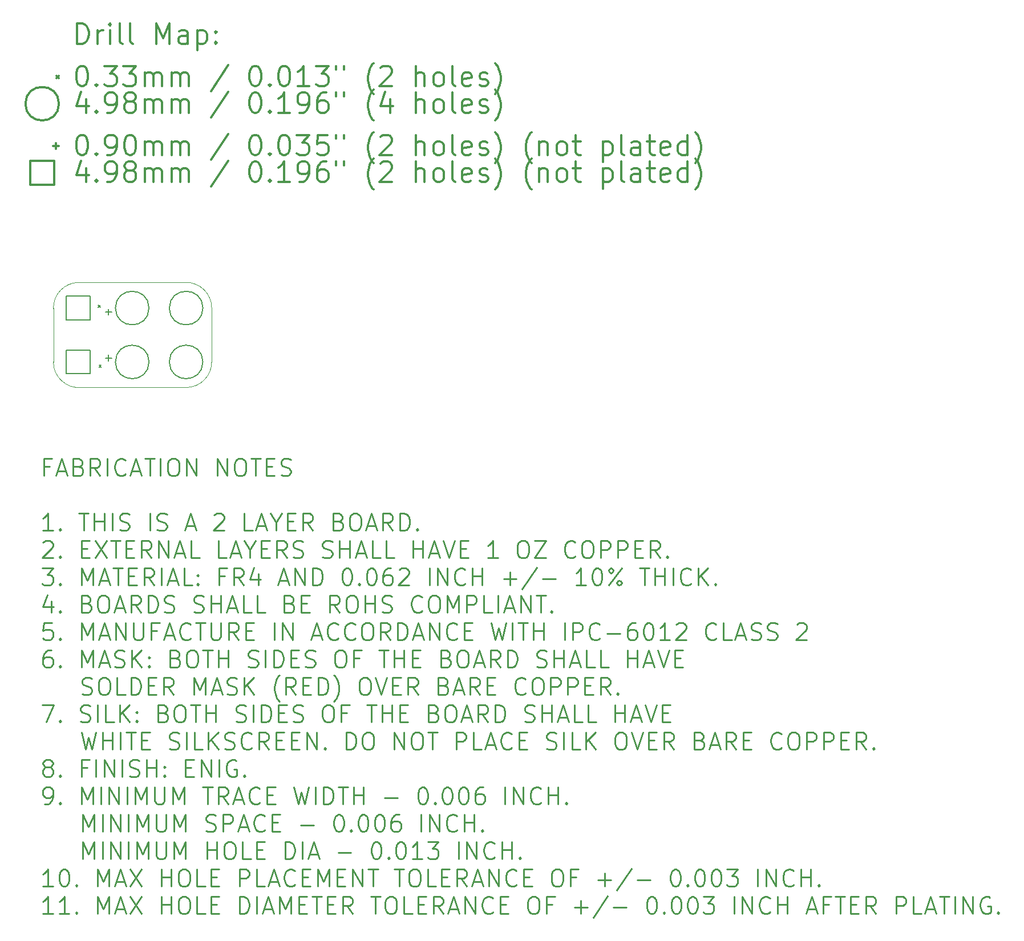
<source format=gbr>
G04 This is an RS-274x file exported by *
G04 gerbv version 2.6.0 *
G04 More information is available about gerbv at *
G04 http://gerbv.gpleda.org/ *
G04 --End of header info--*
%MOIN*%
%FSLAX34Y34*%
%IPPOS*%
G04 --Define apertures--*
%ADD10C,0.0050*%
%ADD11C,0.0079*%
%ADD12C,0.0118*%
%ADD13C,0.0138*%
%ADD14C,0.0016*%
%ADD15C,0.0100*%
G04 --Start main section--*
G54D11*
G01X0002290Y-017116D02*
G01X0002420Y-017246D01*
G01X0002420Y-017116D02*
G01X0002290Y-017246D01*
G01X0002340Y-020616D02*
G01X0002470Y-020746D01*
G01X0002470Y-020616D02*
G01X0002340Y-020746D01*
G01X0005260Y-017281D02*
G75*
G03X0005260Y-017281I-000980J0000000D01*
G01X0005260Y-020431D02*
G75*
G03X0005260Y-020431I-000980J0000000D01*
G01X0008410Y-017281D02*
G75*
G03X0008410Y-017281I-000980J0000000D01*
G01X0008410Y-020431D02*
G75*
G03X0008410Y-020431I-000980J0000000D01*
G01X0002905Y-017340D02*
G01X0002905Y-017694D01*
G01X0002728Y-017517D02*
G01X0003082Y-017517D01*
G01X0002905Y-020018D02*
G01X0002905Y-020372D01*
G01X0002728Y-020195D02*
G01X0003082Y-020195D01*
G01X0001823Y-017975D02*
G01X0001823Y-016588D01*
G01X0001823Y-016588D02*
G01X0000437Y-016588D01*
G01X0000437Y-016588D02*
G01X0000437Y-017975D01*
G01X0000437Y-017975D02*
G01X0001823Y-017975D01*
G01X0001823Y-021124D02*
G01X0001823Y-019738D01*
G01X0001823Y-019738D02*
G01X0000437Y-019738D01*
G01X0000437Y-019738D02*
G01X0000437Y-021124D01*
G01X0000437Y-021124D02*
G01X0001823Y-021124D01*
G54D12*
G01X0001069Y-001834D02*
G01X0001069Y-000652D01*
G01X0001069Y-000652D02*
G01X0001350Y-000652D01*
G01X0001350Y-000652D02*
G01X0001519Y-000709D01*
G01X0001519Y-000709D02*
G01X0001631Y-000821D01*
G01X0001631Y-000821D02*
G01X0001687Y-000934D01*
G01X0001687Y-000934D02*
G01X0001744Y-001159D01*
G01X0001744Y-001159D02*
G01X0001744Y-001327D01*
G01X0001744Y-001327D02*
G01X0001687Y-001552D01*
G01X0001687Y-001552D02*
G01X0001631Y-001665D01*
G01X0001631Y-001665D02*
G01X0001519Y-001777D01*
G01X0001519Y-001777D02*
G01X0001350Y-001834D01*
G01X0001350Y-001834D02*
G01X0001069Y-001834D01*
G01X0002250Y-001834D02*
G01X0002250Y-001046D01*
G01X0002250Y-001271D02*
G01X0002306Y-001159D01*
G01X0002306Y-001159D02*
G01X0002362Y-001102D01*
G01X0002362Y-001102D02*
G01X0002475Y-001046D01*
G01X0002475Y-001046D02*
G01X0002587Y-001046D01*
G01X0002981Y-001834D02*
G01X0002981Y-001046D01*
G01X0002981Y-000652D02*
G01X0002925Y-000709D01*
G01X0002925Y-000709D02*
G01X0002981Y-000765D01*
G01X0002981Y-000765D02*
G01X0003037Y-000709D01*
G01X0003037Y-000709D02*
G01X0002981Y-000652D01*
G01X0002981Y-000652D02*
G01X0002981Y-000765D01*
G01X0003712Y-001834D02*
G01X0003600Y-001777D01*
G01X0003600Y-001777D02*
G01X0003543Y-001665D01*
G01X0003543Y-001665D02*
G01X0003543Y-000652D01*
G01X0004331Y-001834D02*
G01X0004218Y-001777D01*
G01X0004218Y-001777D02*
G01X0004162Y-001665D01*
G01X0004162Y-001665D02*
G01X0004162Y-000652D01*
G01X0005681Y-001834D02*
G01X0005681Y-000652D01*
G01X0005681Y-000652D02*
G01X0006074Y-001496D01*
G01X0006074Y-001496D02*
G01X0006468Y-000652D01*
G01X0006468Y-000652D02*
G01X0006468Y-001834D01*
G01X0007537Y-001834D02*
G01X0007537Y-001215D01*
G01X0007537Y-001215D02*
G01X0007480Y-001102D01*
G01X0007480Y-001102D02*
G01X0007368Y-001046D01*
G01X0007368Y-001046D02*
G01X0007143Y-001046D01*
G01X0007143Y-001046D02*
G01X0007030Y-001102D01*
G01X0007537Y-001777D02*
G01X0007424Y-001834D01*
G01X0007424Y-001834D02*
G01X0007143Y-001834D01*
G01X0007143Y-001834D02*
G01X0007030Y-001777D01*
G01X0007030Y-001777D02*
G01X0006974Y-001665D01*
G01X0006974Y-001665D02*
G01X0006974Y-001552D01*
G01X0006974Y-001552D02*
G01X0007030Y-001440D01*
G01X0007030Y-001440D02*
G01X0007143Y-001384D01*
G01X0007143Y-001384D02*
G01X0007424Y-001384D01*
G01X0007424Y-001384D02*
G01X0007537Y-001327D01*
G01X0008099Y-001046D02*
G01X0008099Y-002227D01*
G01X0008099Y-001102D02*
G01X0008211Y-001046D01*
G01X0008211Y-001046D02*
G01X0008436Y-001046D01*
G01X0008436Y-001046D02*
G01X0008549Y-001102D01*
G01X0008549Y-001102D02*
G01X0008605Y-001159D01*
G01X0008605Y-001159D02*
G01X0008661Y-001271D01*
G01X0008661Y-001271D02*
G01X0008661Y-001609D01*
G01X0008661Y-001609D02*
G01X0008605Y-001721D01*
G01X0008605Y-001721D02*
G01X0008549Y-001777D01*
G01X0008549Y-001777D02*
G01X0008436Y-001834D01*
G01X0008436Y-001834D02*
G01X0008211Y-001834D01*
G01X0008211Y-001834D02*
G01X0008099Y-001777D01*
G01X0009168Y-001721D02*
G01X0009224Y-001777D01*
G01X0009224Y-001777D02*
G01X0009168Y-001834D01*
G01X0009168Y-001834D02*
G01X0009111Y-001777D01*
G01X0009111Y-001777D02*
G01X0009168Y-001721D01*
G01X0009168Y-001721D02*
G01X0009168Y-001834D01*
G01X0009168Y-001102D02*
G01X0009224Y-001159D01*
G01X0009224Y-001159D02*
G01X0009168Y-001215D01*
G01X0009168Y-001215D02*
G01X0009111Y-001159D01*
G01X0009111Y-001159D02*
G01X0009168Y-001102D01*
G01X0009168Y-001102D02*
G01X0009168Y-001215D01*
G01X-000130Y-003715D02*
G01X0000000Y-003845D01*
G01X0000000Y-003715D02*
G01X-000130Y-003845D01*
G01X0001294Y-003133D02*
G01X0001406Y-003133D01*
G01X0001406Y-003133D02*
G01X0001519Y-003189D01*
G01X0001519Y-003189D02*
G01X0001575Y-003245D01*
G01X0001575Y-003245D02*
G01X0001631Y-003358D01*
G01X0001631Y-003358D02*
G01X0001687Y-003583D01*
G01X0001687Y-003583D02*
G01X0001687Y-003864D01*
G01X0001687Y-003864D02*
G01X0001631Y-004089D01*
G01X0001631Y-004089D02*
G01X0001575Y-004201D01*
G01X0001575Y-004201D02*
G01X0001519Y-004258D01*
G01X0001519Y-004258D02*
G01X0001406Y-004314D01*
G01X0001406Y-004314D02*
G01X0001294Y-004314D01*
G01X0001294Y-004314D02*
G01X0001181Y-004258D01*
G01X0001181Y-004258D02*
G01X0001125Y-004201D01*
G01X0001125Y-004201D02*
G01X0001069Y-004089D01*
G01X0001069Y-004089D02*
G01X0001012Y-003864D01*
G01X0001012Y-003864D02*
G01X0001012Y-003583D01*
G01X0001012Y-003583D02*
G01X0001069Y-003358D01*
G01X0001069Y-003358D02*
G01X0001125Y-003245D01*
G01X0001125Y-003245D02*
G01X0001181Y-003189D01*
G01X0001181Y-003189D02*
G01X0001294Y-003133D01*
G01X0002193Y-004201D02*
G01X0002250Y-004258D01*
G01X0002250Y-004258D02*
G01X0002193Y-004314D01*
G01X0002193Y-004314D02*
G01X0002137Y-004258D01*
G01X0002137Y-004258D02*
G01X0002193Y-004201D01*
G01X0002193Y-004201D02*
G01X0002193Y-004314D01*
G01X0002643Y-003133D02*
G01X0003375Y-003133D01*
G01X0003375Y-003133D02*
G01X0002981Y-003583D01*
G01X0002981Y-003583D02*
G01X0003150Y-003583D01*
G01X0003150Y-003583D02*
G01X0003262Y-003639D01*
G01X0003262Y-003639D02*
G01X0003318Y-003695D01*
G01X0003318Y-003695D02*
G01X0003375Y-003808D01*
G01X0003375Y-003808D02*
G01X0003375Y-004089D01*
G01X0003375Y-004089D02*
G01X0003318Y-004201D01*
G01X0003318Y-004201D02*
G01X0003262Y-004258D01*
G01X0003262Y-004258D02*
G01X0003150Y-004314D01*
G01X0003150Y-004314D02*
G01X0002812Y-004314D01*
G01X0002812Y-004314D02*
G01X0002700Y-004258D01*
G01X0002700Y-004258D02*
G01X0002643Y-004201D01*
G01X0003768Y-003133D02*
G01X0004499Y-003133D01*
G01X0004499Y-003133D02*
G01X0004106Y-003583D01*
G01X0004106Y-003583D02*
G01X0004274Y-003583D01*
G01X0004274Y-003583D02*
G01X0004387Y-003639D01*
G01X0004387Y-003639D02*
G01X0004443Y-003695D01*
G01X0004443Y-003695D02*
G01X0004499Y-003808D01*
G01X0004499Y-003808D02*
G01X0004499Y-004089D01*
G01X0004499Y-004089D02*
G01X0004443Y-004201D01*
G01X0004443Y-004201D02*
G01X0004387Y-004258D01*
G01X0004387Y-004258D02*
G01X0004274Y-004314D01*
G01X0004274Y-004314D02*
G01X0003937Y-004314D01*
G01X0003937Y-004314D02*
G01X0003825Y-004258D01*
G01X0003825Y-004258D02*
G01X0003768Y-004201D01*
G01X0005006Y-004314D02*
G01X0005006Y-003526D01*
G01X0005006Y-003639D02*
G01X0005062Y-003583D01*
G01X0005062Y-003583D02*
G01X0005174Y-003526D01*
G01X0005174Y-003526D02*
G01X0005343Y-003526D01*
G01X0005343Y-003526D02*
G01X0005456Y-003583D01*
G01X0005456Y-003583D02*
G01X0005512Y-003695D01*
G01X0005512Y-003695D02*
G01X0005512Y-004314D01*
G01X0005512Y-003695D02*
G01X0005568Y-003583D01*
G01X0005568Y-003583D02*
G01X0005681Y-003526D01*
G01X0005681Y-003526D02*
G01X0005849Y-003526D01*
G01X0005849Y-003526D02*
G01X0005962Y-003583D01*
G01X0005962Y-003583D02*
G01X0006018Y-003695D01*
G01X0006018Y-003695D02*
G01X0006018Y-004314D01*
G01X0006580Y-004314D02*
G01X0006580Y-003526D01*
G01X0006580Y-003639D02*
G01X0006637Y-003583D01*
G01X0006637Y-003583D02*
G01X0006749Y-003526D01*
G01X0006749Y-003526D02*
G01X0006918Y-003526D01*
G01X0006918Y-003526D02*
G01X0007030Y-003583D01*
G01X0007030Y-003583D02*
G01X0007087Y-003695D01*
G01X0007087Y-003695D02*
G01X0007087Y-004314D01*
G01X0007087Y-003695D02*
G01X0007143Y-003583D01*
G01X0007143Y-003583D02*
G01X0007255Y-003526D01*
G01X0007255Y-003526D02*
G01X0007424Y-003526D01*
G01X0007424Y-003526D02*
G01X0007537Y-003583D01*
G01X0007537Y-003583D02*
G01X0007593Y-003695D01*
G01X0007593Y-003695D02*
G01X0007593Y-004314D01*
G01X0009899Y-003076D02*
G01X0008886Y-004595D01*
G01X0011417Y-003133D02*
G01X0011530Y-003133D01*
G01X0011530Y-003133D02*
G01X0011642Y-003189D01*
G01X0011642Y-003189D02*
G01X0011699Y-003245D01*
G01X0011699Y-003245D02*
G01X0011755Y-003358D01*
G01X0011755Y-003358D02*
G01X0011811Y-003583D01*
G01X0011811Y-003583D02*
G01X0011811Y-003864D01*
G01X0011811Y-003864D02*
G01X0011755Y-004089D01*
G01X0011755Y-004089D02*
G01X0011699Y-004201D01*
G01X0011699Y-004201D02*
G01X0011642Y-004258D01*
G01X0011642Y-004258D02*
G01X0011530Y-004314D01*
G01X0011530Y-004314D02*
G01X0011417Y-004314D01*
G01X0011417Y-004314D02*
G01X0011305Y-004258D01*
G01X0011305Y-004258D02*
G01X0011249Y-004201D01*
G01X0011249Y-004201D02*
G01X0011192Y-004089D01*
G01X0011192Y-004089D02*
G01X0011136Y-003864D01*
G01X0011136Y-003864D02*
G01X0011136Y-003583D01*
G01X0011136Y-003583D02*
G01X0011192Y-003358D01*
G01X0011192Y-003358D02*
G01X0011249Y-003245D01*
G01X0011249Y-003245D02*
G01X0011305Y-003189D01*
G01X0011305Y-003189D02*
G01X0011417Y-003133D01*
G01X0012317Y-004201D02*
G01X0012373Y-004258D01*
G01X0012373Y-004258D02*
G01X0012317Y-004314D01*
G01X0012317Y-004314D02*
G01X0012261Y-004258D01*
G01X0012261Y-004258D02*
G01X0012317Y-004201D01*
G01X0012317Y-004201D02*
G01X0012317Y-004314D01*
G01X0013105Y-003133D02*
G01X0013217Y-003133D01*
G01X0013217Y-003133D02*
G01X0013330Y-003189D01*
G01X0013330Y-003189D02*
G01X0013386Y-003245D01*
G01X0013386Y-003245D02*
G01X0013442Y-003358D01*
G01X0013442Y-003358D02*
G01X0013498Y-003583D01*
G01X0013498Y-003583D02*
G01X0013498Y-003864D01*
G01X0013498Y-003864D02*
G01X0013442Y-004089D01*
G01X0013442Y-004089D02*
G01X0013386Y-004201D01*
G01X0013386Y-004201D02*
G01X0013330Y-004258D01*
G01X0013330Y-004258D02*
G01X0013217Y-004314D01*
G01X0013217Y-004314D02*
G01X0013105Y-004314D01*
G01X0013105Y-004314D02*
G01X0012992Y-004258D01*
G01X0012992Y-004258D02*
G01X0012936Y-004201D01*
G01X0012936Y-004201D02*
G01X0012880Y-004089D01*
G01X0012880Y-004089D02*
G01X0012823Y-003864D01*
G01X0012823Y-003864D02*
G01X0012823Y-003583D01*
G01X0012823Y-003583D02*
G01X0012880Y-003358D01*
G01X0012880Y-003358D02*
G01X0012936Y-003245D01*
G01X0012936Y-003245D02*
G01X0012992Y-003189D01*
G01X0012992Y-003189D02*
G01X0013105Y-003133D01*
G01X0014623Y-004314D02*
G01X0013948Y-004314D01*
G01X0014286Y-004314D02*
G01X0014286Y-003133D01*
G01X0014286Y-003133D02*
G01X0014173Y-003301D01*
G01X0014173Y-003301D02*
G01X0014061Y-003414D01*
G01X0014061Y-003414D02*
G01X0013948Y-003470D01*
G01X0015017Y-003133D02*
G01X0015748Y-003133D01*
G01X0015748Y-003133D02*
G01X0015354Y-003583D01*
G01X0015354Y-003583D02*
G01X0015523Y-003583D01*
G01X0015523Y-003583D02*
G01X0015636Y-003639D01*
G01X0015636Y-003639D02*
G01X0015692Y-003695D01*
G01X0015692Y-003695D02*
G01X0015748Y-003808D01*
G01X0015748Y-003808D02*
G01X0015748Y-004089D01*
G01X0015748Y-004089D02*
G01X0015692Y-004201D01*
G01X0015692Y-004201D02*
G01X0015636Y-004258D01*
G01X0015636Y-004258D02*
G01X0015523Y-004314D01*
G01X0015523Y-004314D02*
G01X0015186Y-004314D01*
G01X0015186Y-004314D02*
G01X0015073Y-004258D01*
G01X0015073Y-004258D02*
G01X0015017Y-004201D01*
G01X0016198Y-003133D02*
G01X0016198Y-003358D01*
G01X0016648Y-003133D02*
G01X0016648Y-003358D01*
G01X0018391Y-004764D02*
G01X0018335Y-004708D01*
G01X0018335Y-004708D02*
G01X0018223Y-004539D01*
G01X0018223Y-004539D02*
G01X0018166Y-004426D01*
G01X0018166Y-004426D02*
G01X0018110Y-004258D01*
G01X0018110Y-004258D02*
G01X0018054Y-003976D01*
G01X0018054Y-003976D02*
G01X0018054Y-003751D01*
G01X0018054Y-003751D02*
G01X0018110Y-003470D01*
G01X0018110Y-003470D02*
G01X0018166Y-003301D01*
G01X0018166Y-003301D02*
G01X0018223Y-003189D01*
G01X0018223Y-003189D02*
G01X0018335Y-003020D01*
G01X0018335Y-003020D02*
G01X0018391Y-002964D01*
G01X0018785Y-003245D02*
G01X0018841Y-003189D01*
G01X0018841Y-003189D02*
G01X0018954Y-003133D01*
G01X0018954Y-003133D02*
G01X0019235Y-003133D01*
G01X0019235Y-003133D02*
G01X0019348Y-003189D01*
G01X0019348Y-003189D02*
G01X0019404Y-003245D01*
G01X0019404Y-003245D02*
G01X0019460Y-003358D01*
G01X0019460Y-003358D02*
G01X0019460Y-003470D01*
G01X0019460Y-003470D02*
G01X0019404Y-003639D01*
G01X0019404Y-003639D02*
G01X0018729Y-004314D01*
G01X0018729Y-004314D02*
G01X0019460Y-004314D01*
G01X0020866Y-004314D02*
G01X0020866Y-003133D01*
G01X0021372Y-004314D02*
G01X0021372Y-003695D01*
G01X0021372Y-003695D02*
G01X0021316Y-003583D01*
G01X0021316Y-003583D02*
G01X0021204Y-003526D01*
G01X0021204Y-003526D02*
G01X0021035Y-003526D01*
G01X0021035Y-003526D02*
G01X0020922Y-003583D01*
G01X0020922Y-003583D02*
G01X0020866Y-003639D01*
G01X0022103Y-004314D02*
G01X0021991Y-004258D01*
G01X0021991Y-004258D02*
G01X0021935Y-004201D01*
G01X0021935Y-004201D02*
G01X0021879Y-004089D01*
G01X0021879Y-004089D02*
G01X0021879Y-003751D01*
G01X0021879Y-003751D02*
G01X0021935Y-003639D01*
G01X0021935Y-003639D02*
G01X0021991Y-003583D01*
G01X0021991Y-003583D02*
G01X0022103Y-003526D01*
G01X0022103Y-003526D02*
G01X0022272Y-003526D01*
G01X0022272Y-003526D02*
G01X0022385Y-003583D01*
G01X0022385Y-003583D02*
G01X0022441Y-003639D01*
G01X0022441Y-003639D02*
G01X0022497Y-003751D01*
G01X0022497Y-003751D02*
G01X0022497Y-004089D01*
G01X0022497Y-004089D02*
G01X0022441Y-004201D01*
G01X0022441Y-004201D02*
G01X0022385Y-004258D01*
G01X0022385Y-004258D02*
G01X0022272Y-004314D01*
G01X0022272Y-004314D02*
G01X0022103Y-004314D01*
G01X0023172Y-004314D02*
G01X0023060Y-004258D01*
G01X0023060Y-004258D02*
G01X0023003Y-004145D01*
G01X0023003Y-004145D02*
G01X0023003Y-003133D01*
G01X0024072Y-004258D02*
G01X0023960Y-004314D01*
G01X0023960Y-004314D02*
G01X0023735Y-004314D01*
G01X0023735Y-004314D02*
G01X0023622Y-004258D01*
G01X0023622Y-004258D02*
G01X0023566Y-004145D01*
G01X0023566Y-004145D02*
G01X0023566Y-003695D01*
G01X0023566Y-003695D02*
G01X0023622Y-003583D01*
G01X0023622Y-003583D02*
G01X0023735Y-003526D01*
G01X0023735Y-003526D02*
G01X0023960Y-003526D01*
G01X0023960Y-003526D02*
G01X0024072Y-003583D01*
G01X0024072Y-003583D02*
G01X0024128Y-003695D01*
G01X0024128Y-003695D02*
G01X0024128Y-003808D01*
G01X0024128Y-003808D02*
G01X0023566Y-003920D01*
G01X0024578Y-004258D02*
G01X0024691Y-004314D01*
G01X0024691Y-004314D02*
G01X0024916Y-004314D01*
G01X0024916Y-004314D02*
G01X0025028Y-004258D01*
G01X0025028Y-004258D02*
G01X0025084Y-004145D01*
G01X0025084Y-004145D02*
G01X0025084Y-004089D01*
G01X0025084Y-004089D02*
G01X0025028Y-003976D01*
G01X0025028Y-003976D02*
G01X0024916Y-003920D01*
G01X0024916Y-003920D02*
G01X0024747Y-003920D01*
G01X0024747Y-003920D02*
G01X0024634Y-003864D01*
G01X0024634Y-003864D02*
G01X0024578Y-003751D01*
G01X0024578Y-003751D02*
G01X0024578Y-003695D01*
G01X0024578Y-003695D02*
G01X0024634Y-003583D01*
G01X0024634Y-003583D02*
G01X0024747Y-003526D01*
G01X0024747Y-003526D02*
G01X0024916Y-003526D01*
G01X0024916Y-003526D02*
G01X0025028Y-003583D01*
G01X0025478Y-004764D02*
G01X0025534Y-004708D01*
G01X0025534Y-004708D02*
G01X0025647Y-004539D01*
G01X0025647Y-004539D02*
G01X0025703Y-004426D01*
G01X0025703Y-004426D02*
G01X0025759Y-004258D01*
G01X0025759Y-004258D02*
G01X0025816Y-003976D01*
G01X0025816Y-003976D02*
G01X0025816Y-003751D01*
G01X0025816Y-003751D02*
G01X0025759Y-003470D01*
G01X0025759Y-003470D02*
G01X0025703Y-003301D01*
G01X0025703Y-003301D02*
G01X0025647Y-003189D01*
G01X0025647Y-003189D02*
G01X0025534Y-003020D01*
G01X0025534Y-003020D02*
G01X0025478Y-002964D01*
G01X0000000Y-005339D02*
G75*
G03X0000000Y-005339I-000980J0000000D01*
G01X0001575Y-005085D02*
G01X0001575Y-005873D01*
G01X0001294Y-004636D02*
G01X0001012Y-005479D01*
G01X0001012Y-005479D02*
G01X0001744Y-005479D01*
G01X0002193Y-005760D02*
G01X0002250Y-005817D01*
G01X0002250Y-005817D02*
G01X0002193Y-005873D01*
G01X0002193Y-005873D02*
G01X0002137Y-005817D01*
G01X0002137Y-005817D02*
G01X0002193Y-005760D01*
G01X0002193Y-005760D02*
G01X0002193Y-005873D01*
G01X0002812Y-005873D02*
G01X0003037Y-005873D01*
G01X0003037Y-005873D02*
G01X0003150Y-005817D01*
G01X0003150Y-005817D02*
G01X0003206Y-005760D01*
G01X0003206Y-005760D02*
G01X0003318Y-005592D01*
G01X0003318Y-005592D02*
G01X0003375Y-005367D01*
G01X0003375Y-005367D02*
G01X0003375Y-004917D01*
G01X0003375Y-004917D02*
G01X0003318Y-004804D01*
G01X0003318Y-004804D02*
G01X0003262Y-004748D01*
G01X0003262Y-004748D02*
G01X0003150Y-004692D01*
G01X0003150Y-004692D02*
G01X0002925Y-004692D01*
G01X0002925Y-004692D02*
G01X0002812Y-004748D01*
G01X0002812Y-004748D02*
G01X0002756Y-004804D01*
G01X0002756Y-004804D02*
G01X0002700Y-004917D01*
G01X0002700Y-004917D02*
G01X0002700Y-005198D01*
G01X0002700Y-005198D02*
G01X0002756Y-005310D01*
G01X0002756Y-005310D02*
G01X0002812Y-005367D01*
G01X0002812Y-005367D02*
G01X0002925Y-005423D01*
G01X0002925Y-005423D02*
G01X0003150Y-005423D01*
G01X0003150Y-005423D02*
G01X0003262Y-005367D01*
G01X0003262Y-005367D02*
G01X0003318Y-005310D01*
G01X0003318Y-005310D02*
G01X0003375Y-005198D01*
G01X0004049Y-005198D02*
G01X0003937Y-005142D01*
G01X0003937Y-005142D02*
G01X0003881Y-005085D01*
G01X0003881Y-005085D02*
G01X0003825Y-004973D01*
G01X0003825Y-004973D02*
G01X0003825Y-004917D01*
G01X0003825Y-004917D02*
G01X0003881Y-004804D01*
G01X0003881Y-004804D02*
G01X0003937Y-004748D01*
G01X0003937Y-004748D02*
G01X0004049Y-004692D01*
G01X0004049Y-004692D02*
G01X0004274Y-004692D01*
G01X0004274Y-004692D02*
G01X0004387Y-004748D01*
G01X0004387Y-004748D02*
G01X0004443Y-004804D01*
G01X0004443Y-004804D02*
G01X0004499Y-004917D01*
G01X0004499Y-004917D02*
G01X0004499Y-004973D01*
G01X0004499Y-004973D02*
G01X0004443Y-005085D01*
G01X0004443Y-005085D02*
G01X0004387Y-005142D01*
G01X0004387Y-005142D02*
G01X0004274Y-005198D01*
G01X0004274Y-005198D02*
G01X0004049Y-005198D01*
G01X0004049Y-005198D02*
G01X0003937Y-005254D01*
G01X0003937Y-005254D02*
G01X0003881Y-005310D01*
G01X0003881Y-005310D02*
G01X0003825Y-005423D01*
G01X0003825Y-005423D02*
G01X0003825Y-005648D01*
G01X0003825Y-005648D02*
G01X0003881Y-005760D01*
G01X0003881Y-005760D02*
G01X0003937Y-005817D01*
G01X0003937Y-005817D02*
G01X0004049Y-005873D01*
G01X0004049Y-005873D02*
G01X0004274Y-005873D01*
G01X0004274Y-005873D02*
G01X0004387Y-005817D01*
G01X0004387Y-005817D02*
G01X0004443Y-005760D01*
G01X0004443Y-005760D02*
G01X0004499Y-005648D01*
G01X0004499Y-005648D02*
G01X0004499Y-005423D01*
G01X0004499Y-005423D02*
G01X0004443Y-005310D01*
G01X0004443Y-005310D02*
G01X0004387Y-005254D01*
G01X0004387Y-005254D02*
G01X0004274Y-005198D01*
G01X0005006Y-005873D02*
G01X0005006Y-005085D01*
G01X0005006Y-005198D02*
G01X0005062Y-005142D01*
G01X0005062Y-005142D02*
G01X0005174Y-005085D01*
G01X0005174Y-005085D02*
G01X0005343Y-005085D01*
G01X0005343Y-005085D02*
G01X0005456Y-005142D01*
G01X0005456Y-005142D02*
G01X0005512Y-005254D01*
G01X0005512Y-005254D02*
G01X0005512Y-005873D01*
G01X0005512Y-005254D02*
G01X0005568Y-005142D01*
G01X0005568Y-005142D02*
G01X0005681Y-005085D01*
G01X0005681Y-005085D02*
G01X0005849Y-005085D01*
G01X0005849Y-005085D02*
G01X0005962Y-005142D01*
G01X0005962Y-005142D02*
G01X0006018Y-005254D01*
G01X0006018Y-005254D02*
G01X0006018Y-005873D01*
G01X0006580Y-005873D02*
G01X0006580Y-005085D01*
G01X0006580Y-005198D02*
G01X0006637Y-005142D01*
G01X0006637Y-005142D02*
G01X0006749Y-005085D01*
G01X0006749Y-005085D02*
G01X0006918Y-005085D01*
G01X0006918Y-005085D02*
G01X0007030Y-005142D01*
G01X0007030Y-005142D02*
G01X0007087Y-005254D01*
G01X0007087Y-005254D02*
G01X0007087Y-005873D01*
G01X0007087Y-005254D02*
G01X0007143Y-005142D01*
G01X0007143Y-005142D02*
G01X0007255Y-005085D01*
G01X0007255Y-005085D02*
G01X0007424Y-005085D01*
G01X0007424Y-005085D02*
G01X0007537Y-005142D01*
G01X0007537Y-005142D02*
G01X0007593Y-005254D01*
G01X0007593Y-005254D02*
G01X0007593Y-005873D01*
G01X0009899Y-004636D02*
G01X0008886Y-006154D01*
G01X0011417Y-004692D02*
G01X0011530Y-004692D01*
G01X0011530Y-004692D02*
G01X0011642Y-004748D01*
G01X0011642Y-004748D02*
G01X0011699Y-004804D01*
G01X0011699Y-004804D02*
G01X0011755Y-004917D01*
G01X0011755Y-004917D02*
G01X0011811Y-005142D01*
G01X0011811Y-005142D02*
G01X0011811Y-005423D01*
G01X0011811Y-005423D02*
G01X0011755Y-005648D01*
G01X0011755Y-005648D02*
G01X0011699Y-005760D01*
G01X0011699Y-005760D02*
G01X0011642Y-005817D01*
G01X0011642Y-005817D02*
G01X0011530Y-005873D01*
G01X0011530Y-005873D02*
G01X0011417Y-005873D01*
G01X0011417Y-005873D02*
G01X0011305Y-005817D01*
G01X0011305Y-005817D02*
G01X0011249Y-005760D01*
G01X0011249Y-005760D02*
G01X0011192Y-005648D01*
G01X0011192Y-005648D02*
G01X0011136Y-005423D01*
G01X0011136Y-005423D02*
G01X0011136Y-005142D01*
G01X0011136Y-005142D02*
G01X0011192Y-004917D01*
G01X0011192Y-004917D02*
G01X0011249Y-004804D01*
G01X0011249Y-004804D02*
G01X0011305Y-004748D01*
G01X0011305Y-004748D02*
G01X0011417Y-004692D01*
G01X0012317Y-005760D02*
G01X0012373Y-005817D01*
G01X0012373Y-005817D02*
G01X0012317Y-005873D01*
G01X0012317Y-005873D02*
G01X0012261Y-005817D01*
G01X0012261Y-005817D02*
G01X0012317Y-005760D01*
G01X0012317Y-005760D02*
G01X0012317Y-005873D01*
G01X0013498Y-005873D02*
G01X0012823Y-005873D01*
G01X0013161Y-005873D02*
G01X0013161Y-004692D01*
G01X0013161Y-004692D02*
G01X0013048Y-004861D01*
G01X0013048Y-004861D02*
G01X0012936Y-004973D01*
G01X0012936Y-004973D02*
G01X0012823Y-005029D01*
G01X0014061Y-005873D02*
G01X0014286Y-005873D01*
G01X0014286Y-005873D02*
G01X0014398Y-005817D01*
G01X0014398Y-005817D02*
G01X0014454Y-005760D01*
G01X0014454Y-005760D02*
G01X0014567Y-005592D01*
G01X0014567Y-005592D02*
G01X0014623Y-005367D01*
G01X0014623Y-005367D02*
G01X0014623Y-004917D01*
G01X0014623Y-004917D02*
G01X0014567Y-004804D01*
G01X0014567Y-004804D02*
G01X0014511Y-004748D01*
G01X0014511Y-004748D02*
G01X0014398Y-004692D01*
G01X0014398Y-004692D02*
G01X0014173Y-004692D01*
G01X0014173Y-004692D02*
G01X0014061Y-004748D01*
G01X0014061Y-004748D02*
G01X0014005Y-004804D01*
G01X0014005Y-004804D02*
G01X0013948Y-004917D01*
G01X0013948Y-004917D02*
G01X0013948Y-005198D01*
G01X0013948Y-005198D02*
G01X0014005Y-005310D01*
G01X0014005Y-005310D02*
G01X0014061Y-005367D01*
G01X0014061Y-005367D02*
G01X0014173Y-005423D01*
G01X0014173Y-005423D02*
G01X0014398Y-005423D01*
G01X0014398Y-005423D02*
G01X0014511Y-005367D01*
G01X0014511Y-005367D02*
G01X0014567Y-005310D01*
G01X0014567Y-005310D02*
G01X0014623Y-005198D01*
G01X0015636Y-004692D02*
G01X0015411Y-004692D01*
G01X0015411Y-004692D02*
G01X0015298Y-004748D01*
G01X0015298Y-004748D02*
G01X0015242Y-004804D01*
G01X0015242Y-004804D02*
G01X0015129Y-004973D01*
G01X0015129Y-004973D02*
G01X0015073Y-005198D01*
G01X0015073Y-005198D02*
G01X0015073Y-005648D01*
G01X0015073Y-005648D02*
G01X0015129Y-005760D01*
G01X0015129Y-005760D02*
G01X0015186Y-005817D01*
G01X0015186Y-005817D02*
G01X0015298Y-005873D01*
G01X0015298Y-005873D02*
G01X0015523Y-005873D01*
G01X0015523Y-005873D02*
G01X0015636Y-005817D01*
G01X0015636Y-005817D02*
G01X0015692Y-005760D01*
G01X0015692Y-005760D02*
G01X0015748Y-005648D01*
G01X0015748Y-005648D02*
G01X0015748Y-005367D01*
G01X0015748Y-005367D02*
G01X0015692Y-005254D01*
G01X0015692Y-005254D02*
G01X0015636Y-005198D01*
G01X0015636Y-005198D02*
G01X0015523Y-005142D01*
G01X0015523Y-005142D02*
G01X0015298Y-005142D01*
G01X0015298Y-005142D02*
G01X0015186Y-005198D01*
G01X0015186Y-005198D02*
G01X0015129Y-005254D01*
G01X0015129Y-005254D02*
G01X0015073Y-005367D01*
G01X0016198Y-004692D02*
G01X0016198Y-004917D01*
G01X0016648Y-004692D02*
G01X0016648Y-004917D01*
G01X0018391Y-006323D02*
G01X0018335Y-006267D01*
G01X0018335Y-006267D02*
G01X0018223Y-006098D01*
G01X0018223Y-006098D02*
G01X0018166Y-005985D01*
G01X0018166Y-005985D02*
G01X0018110Y-005817D01*
G01X0018110Y-005817D02*
G01X0018054Y-005535D01*
G01X0018054Y-005535D02*
G01X0018054Y-005310D01*
G01X0018054Y-005310D02*
G01X0018110Y-005029D01*
G01X0018110Y-005029D02*
G01X0018166Y-004861D01*
G01X0018166Y-004861D02*
G01X0018223Y-004748D01*
G01X0018223Y-004748D02*
G01X0018335Y-004579D01*
G01X0018335Y-004579D02*
G01X0018391Y-004523D01*
G01X0019348Y-005085D02*
G01X0019348Y-005873D01*
G01X0019066Y-004636D02*
G01X0018785Y-005479D01*
G01X0018785Y-005479D02*
G01X0019516Y-005479D01*
G01X0020866Y-005873D02*
G01X0020866Y-004692D01*
G01X0021372Y-005873D02*
G01X0021372Y-005254D01*
G01X0021372Y-005254D02*
G01X0021316Y-005142D01*
G01X0021316Y-005142D02*
G01X0021204Y-005085D01*
G01X0021204Y-005085D02*
G01X0021035Y-005085D01*
G01X0021035Y-005085D02*
G01X0020922Y-005142D01*
G01X0020922Y-005142D02*
G01X0020866Y-005198D01*
G01X0022103Y-005873D02*
G01X0021991Y-005817D01*
G01X0021991Y-005817D02*
G01X0021935Y-005760D01*
G01X0021935Y-005760D02*
G01X0021879Y-005648D01*
G01X0021879Y-005648D02*
G01X0021879Y-005310D01*
G01X0021879Y-005310D02*
G01X0021935Y-005198D01*
G01X0021935Y-005198D02*
G01X0021991Y-005142D01*
G01X0021991Y-005142D02*
G01X0022103Y-005085D01*
G01X0022103Y-005085D02*
G01X0022272Y-005085D01*
G01X0022272Y-005085D02*
G01X0022385Y-005142D01*
G01X0022385Y-005142D02*
G01X0022441Y-005198D01*
G01X0022441Y-005198D02*
G01X0022497Y-005310D01*
G01X0022497Y-005310D02*
G01X0022497Y-005648D01*
G01X0022497Y-005648D02*
G01X0022441Y-005760D01*
G01X0022441Y-005760D02*
G01X0022385Y-005817D01*
G01X0022385Y-005817D02*
G01X0022272Y-005873D01*
G01X0022272Y-005873D02*
G01X0022103Y-005873D01*
G01X0023172Y-005873D02*
G01X0023060Y-005817D01*
G01X0023060Y-005817D02*
G01X0023003Y-005704D01*
G01X0023003Y-005704D02*
G01X0023003Y-004692D01*
G01X0024072Y-005817D02*
G01X0023960Y-005873D01*
G01X0023960Y-005873D02*
G01X0023735Y-005873D01*
G01X0023735Y-005873D02*
G01X0023622Y-005817D01*
G01X0023622Y-005817D02*
G01X0023566Y-005704D01*
G01X0023566Y-005704D02*
G01X0023566Y-005254D01*
G01X0023566Y-005254D02*
G01X0023622Y-005142D01*
G01X0023622Y-005142D02*
G01X0023735Y-005085D01*
G01X0023735Y-005085D02*
G01X0023960Y-005085D01*
G01X0023960Y-005085D02*
G01X0024072Y-005142D01*
G01X0024072Y-005142D02*
G01X0024128Y-005254D01*
G01X0024128Y-005254D02*
G01X0024128Y-005367D01*
G01X0024128Y-005367D02*
G01X0023566Y-005479D01*
G01X0024578Y-005817D02*
G01X0024691Y-005873D01*
G01X0024691Y-005873D02*
G01X0024916Y-005873D01*
G01X0024916Y-005873D02*
G01X0025028Y-005817D01*
G01X0025028Y-005817D02*
G01X0025084Y-005704D01*
G01X0025084Y-005704D02*
G01X0025084Y-005648D01*
G01X0025084Y-005648D02*
G01X0025028Y-005535D01*
G01X0025028Y-005535D02*
G01X0024916Y-005479D01*
G01X0024916Y-005479D02*
G01X0024747Y-005479D01*
G01X0024747Y-005479D02*
G01X0024634Y-005423D01*
G01X0024634Y-005423D02*
G01X0024578Y-005310D01*
G01X0024578Y-005310D02*
G01X0024578Y-005254D01*
G01X0024578Y-005254D02*
G01X0024634Y-005142D01*
G01X0024634Y-005142D02*
G01X0024747Y-005085D01*
G01X0024747Y-005085D02*
G01X0024916Y-005085D01*
G01X0024916Y-005085D02*
G01X0025028Y-005142D01*
G01X0025478Y-006323D02*
G01X0025534Y-006267D01*
G01X0025534Y-006267D02*
G01X0025647Y-006098D01*
G01X0025647Y-006098D02*
G01X0025703Y-005985D01*
G01X0025703Y-005985D02*
G01X0025759Y-005817D01*
G01X0025759Y-005817D02*
G01X0025816Y-005535D01*
G01X0025816Y-005535D02*
G01X0025816Y-005310D01*
G01X0025816Y-005310D02*
G01X0025759Y-005029D01*
G01X0025759Y-005029D02*
G01X0025703Y-004861D01*
G01X0025703Y-004861D02*
G01X0025647Y-004748D01*
G01X0025647Y-004748D02*
G01X0025534Y-004579D01*
G01X0025534Y-004579D02*
G01X0025478Y-004523D01*
G01X-000177Y-007634D02*
G01X-000177Y-007988D01*
G01X-000354Y-007811D02*
G01X0000000Y-007811D01*
G01X0001294Y-007164D02*
G01X0001406Y-007164D01*
G01X0001406Y-007164D02*
G01X0001519Y-007220D01*
G01X0001519Y-007220D02*
G01X0001575Y-007277D01*
G01X0001575Y-007277D02*
G01X0001631Y-007389D01*
G01X0001631Y-007389D02*
G01X0001687Y-007614D01*
G01X0001687Y-007614D02*
G01X0001687Y-007895D01*
G01X0001687Y-007895D02*
G01X0001631Y-008120D01*
G01X0001631Y-008120D02*
G01X0001575Y-008233D01*
G01X0001575Y-008233D02*
G01X0001519Y-008289D01*
G01X0001519Y-008289D02*
G01X0001406Y-008345D01*
G01X0001406Y-008345D02*
G01X0001294Y-008345D01*
G01X0001294Y-008345D02*
G01X0001181Y-008289D01*
G01X0001181Y-008289D02*
G01X0001125Y-008233D01*
G01X0001125Y-008233D02*
G01X0001069Y-008120D01*
G01X0001069Y-008120D02*
G01X0001012Y-007895D01*
G01X0001012Y-007895D02*
G01X0001012Y-007614D01*
G01X0001012Y-007614D02*
G01X0001069Y-007389D01*
G01X0001069Y-007389D02*
G01X0001125Y-007277D01*
G01X0001125Y-007277D02*
G01X0001181Y-007220D01*
G01X0001181Y-007220D02*
G01X0001294Y-007164D01*
G01X0002193Y-008233D02*
G01X0002250Y-008289D01*
G01X0002250Y-008289D02*
G01X0002193Y-008345D01*
G01X0002193Y-008345D02*
G01X0002137Y-008289D01*
G01X0002137Y-008289D02*
G01X0002193Y-008233D01*
G01X0002193Y-008233D02*
G01X0002193Y-008345D01*
G01X0002812Y-008345D02*
G01X0003037Y-008345D01*
G01X0003037Y-008345D02*
G01X0003150Y-008289D01*
G01X0003150Y-008289D02*
G01X0003206Y-008233D01*
G01X0003206Y-008233D02*
G01X0003318Y-008064D01*
G01X0003318Y-008064D02*
G01X0003375Y-007839D01*
G01X0003375Y-007839D02*
G01X0003375Y-007389D01*
G01X0003375Y-007389D02*
G01X0003318Y-007277D01*
G01X0003318Y-007277D02*
G01X0003262Y-007220D01*
G01X0003262Y-007220D02*
G01X0003150Y-007164D01*
G01X0003150Y-007164D02*
G01X0002925Y-007164D01*
G01X0002925Y-007164D02*
G01X0002812Y-007220D01*
G01X0002812Y-007220D02*
G01X0002756Y-007277D01*
G01X0002756Y-007277D02*
G01X0002700Y-007389D01*
G01X0002700Y-007389D02*
G01X0002700Y-007670D01*
G01X0002700Y-007670D02*
G01X0002756Y-007783D01*
G01X0002756Y-007783D02*
G01X0002812Y-007839D01*
G01X0002812Y-007839D02*
G01X0002925Y-007895D01*
G01X0002925Y-007895D02*
G01X0003150Y-007895D01*
G01X0003150Y-007895D02*
G01X0003262Y-007839D01*
G01X0003262Y-007839D02*
G01X0003318Y-007783D01*
G01X0003318Y-007783D02*
G01X0003375Y-007670D01*
G01X0004106Y-007164D02*
G01X0004218Y-007164D01*
G01X0004218Y-007164D02*
G01X0004331Y-007220D01*
G01X0004331Y-007220D02*
G01X0004387Y-007277D01*
G01X0004387Y-007277D02*
G01X0004443Y-007389D01*
G01X0004443Y-007389D02*
G01X0004499Y-007614D01*
G01X0004499Y-007614D02*
G01X0004499Y-007895D01*
G01X0004499Y-007895D02*
G01X0004443Y-008120D01*
G01X0004443Y-008120D02*
G01X0004387Y-008233D01*
G01X0004387Y-008233D02*
G01X0004331Y-008289D01*
G01X0004331Y-008289D02*
G01X0004218Y-008345D01*
G01X0004218Y-008345D02*
G01X0004106Y-008345D01*
G01X0004106Y-008345D02*
G01X0003993Y-008289D01*
G01X0003993Y-008289D02*
G01X0003937Y-008233D01*
G01X0003937Y-008233D02*
G01X0003881Y-008120D01*
G01X0003881Y-008120D02*
G01X0003825Y-007895D01*
G01X0003825Y-007895D02*
G01X0003825Y-007614D01*
G01X0003825Y-007614D02*
G01X0003881Y-007389D01*
G01X0003881Y-007389D02*
G01X0003937Y-007277D01*
G01X0003937Y-007277D02*
G01X0003993Y-007220D01*
G01X0003993Y-007220D02*
G01X0004106Y-007164D01*
G01X0005006Y-008345D02*
G01X0005006Y-007558D01*
G01X0005006Y-007670D02*
G01X0005062Y-007614D01*
G01X0005062Y-007614D02*
G01X0005174Y-007558D01*
G01X0005174Y-007558D02*
G01X0005343Y-007558D01*
G01X0005343Y-007558D02*
G01X0005456Y-007614D01*
G01X0005456Y-007614D02*
G01X0005512Y-007727D01*
G01X0005512Y-007727D02*
G01X0005512Y-008345D01*
G01X0005512Y-007727D02*
G01X0005568Y-007614D01*
G01X0005568Y-007614D02*
G01X0005681Y-007558D01*
G01X0005681Y-007558D02*
G01X0005849Y-007558D01*
G01X0005849Y-007558D02*
G01X0005962Y-007614D01*
G01X0005962Y-007614D02*
G01X0006018Y-007727D01*
G01X0006018Y-007727D02*
G01X0006018Y-008345D01*
G01X0006580Y-008345D02*
G01X0006580Y-007558D01*
G01X0006580Y-007670D02*
G01X0006637Y-007614D01*
G01X0006637Y-007614D02*
G01X0006749Y-007558D01*
G01X0006749Y-007558D02*
G01X0006918Y-007558D01*
G01X0006918Y-007558D02*
G01X0007030Y-007614D01*
G01X0007030Y-007614D02*
G01X0007087Y-007727D01*
G01X0007087Y-007727D02*
G01X0007087Y-008345D01*
G01X0007087Y-007727D02*
G01X0007143Y-007614D01*
G01X0007143Y-007614D02*
G01X0007255Y-007558D01*
G01X0007255Y-007558D02*
G01X0007424Y-007558D01*
G01X0007424Y-007558D02*
G01X0007537Y-007614D01*
G01X0007537Y-007614D02*
G01X0007593Y-007727D01*
G01X0007593Y-007727D02*
G01X0007593Y-008345D01*
G01X0009899Y-007108D02*
G01X0008886Y-008627D01*
G01X0011417Y-007164D02*
G01X0011530Y-007164D01*
G01X0011530Y-007164D02*
G01X0011642Y-007220D01*
G01X0011642Y-007220D02*
G01X0011699Y-007277D01*
G01X0011699Y-007277D02*
G01X0011755Y-007389D01*
G01X0011755Y-007389D02*
G01X0011811Y-007614D01*
G01X0011811Y-007614D02*
G01X0011811Y-007895D01*
G01X0011811Y-007895D02*
G01X0011755Y-008120D01*
G01X0011755Y-008120D02*
G01X0011699Y-008233D01*
G01X0011699Y-008233D02*
G01X0011642Y-008289D01*
G01X0011642Y-008289D02*
G01X0011530Y-008345D01*
G01X0011530Y-008345D02*
G01X0011417Y-008345D01*
G01X0011417Y-008345D02*
G01X0011305Y-008289D01*
G01X0011305Y-008289D02*
G01X0011249Y-008233D01*
G01X0011249Y-008233D02*
G01X0011192Y-008120D01*
G01X0011192Y-008120D02*
G01X0011136Y-007895D01*
G01X0011136Y-007895D02*
G01X0011136Y-007614D01*
G01X0011136Y-007614D02*
G01X0011192Y-007389D01*
G01X0011192Y-007389D02*
G01X0011249Y-007277D01*
G01X0011249Y-007277D02*
G01X0011305Y-007220D01*
G01X0011305Y-007220D02*
G01X0011417Y-007164D01*
G01X0012317Y-008233D02*
G01X0012373Y-008289D01*
G01X0012373Y-008289D02*
G01X0012317Y-008345D01*
G01X0012317Y-008345D02*
G01X0012261Y-008289D01*
G01X0012261Y-008289D02*
G01X0012317Y-008233D01*
G01X0012317Y-008233D02*
G01X0012317Y-008345D01*
G01X0013105Y-007164D02*
G01X0013217Y-007164D01*
G01X0013217Y-007164D02*
G01X0013330Y-007220D01*
G01X0013330Y-007220D02*
G01X0013386Y-007277D01*
G01X0013386Y-007277D02*
G01X0013442Y-007389D01*
G01X0013442Y-007389D02*
G01X0013498Y-007614D01*
G01X0013498Y-007614D02*
G01X0013498Y-007895D01*
G01X0013498Y-007895D02*
G01X0013442Y-008120D01*
G01X0013442Y-008120D02*
G01X0013386Y-008233D01*
G01X0013386Y-008233D02*
G01X0013330Y-008289D01*
G01X0013330Y-008289D02*
G01X0013217Y-008345D01*
G01X0013217Y-008345D02*
G01X0013105Y-008345D01*
G01X0013105Y-008345D02*
G01X0012992Y-008289D01*
G01X0012992Y-008289D02*
G01X0012936Y-008233D01*
G01X0012936Y-008233D02*
G01X0012880Y-008120D01*
G01X0012880Y-008120D02*
G01X0012823Y-007895D01*
G01X0012823Y-007895D02*
G01X0012823Y-007614D01*
G01X0012823Y-007614D02*
G01X0012880Y-007389D01*
G01X0012880Y-007389D02*
G01X0012936Y-007277D01*
G01X0012936Y-007277D02*
G01X0012992Y-007220D01*
G01X0012992Y-007220D02*
G01X0013105Y-007164D01*
G01X0013892Y-007164D02*
G01X0014623Y-007164D01*
G01X0014623Y-007164D02*
G01X0014229Y-007614D01*
G01X0014229Y-007614D02*
G01X0014398Y-007614D01*
G01X0014398Y-007614D02*
G01X0014511Y-007670D01*
G01X0014511Y-007670D02*
G01X0014567Y-007727D01*
G01X0014567Y-007727D02*
G01X0014623Y-007839D01*
G01X0014623Y-007839D02*
G01X0014623Y-008120D01*
G01X0014623Y-008120D02*
G01X0014567Y-008233D01*
G01X0014567Y-008233D02*
G01X0014511Y-008289D01*
G01X0014511Y-008289D02*
G01X0014398Y-008345D01*
G01X0014398Y-008345D02*
G01X0014061Y-008345D01*
G01X0014061Y-008345D02*
G01X0013948Y-008289D01*
G01X0013948Y-008289D02*
G01X0013892Y-008233D01*
G01X0015692Y-007164D02*
G01X0015129Y-007164D01*
G01X0015129Y-007164D02*
G01X0015073Y-007727D01*
G01X0015073Y-007727D02*
G01X0015129Y-007670D01*
G01X0015129Y-007670D02*
G01X0015242Y-007614D01*
G01X0015242Y-007614D02*
G01X0015523Y-007614D01*
G01X0015523Y-007614D02*
G01X0015636Y-007670D01*
G01X0015636Y-007670D02*
G01X0015692Y-007727D01*
G01X0015692Y-007727D02*
G01X0015748Y-007839D01*
G01X0015748Y-007839D02*
G01X0015748Y-008120D01*
G01X0015748Y-008120D02*
G01X0015692Y-008233D01*
G01X0015692Y-008233D02*
G01X0015636Y-008289D01*
G01X0015636Y-008289D02*
G01X0015523Y-008345D01*
G01X0015523Y-008345D02*
G01X0015242Y-008345D01*
G01X0015242Y-008345D02*
G01X0015129Y-008289D01*
G01X0015129Y-008289D02*
G01X0015073Y-008233D01*
G01X0016198Y-007164D02*
G01X0016198Y-007389D01*
G01X0016648Y-007164D02*
G01X0016648Y-007389D01*
G01X0018391Y-008795D02*
G01X0018335Y-008739D01*
G01X0018335Y-008739D02*
G01X0018223Y-008570D01*
G01X0018223Y-008570D02*
G01X0018166Y-008458D01*
G01X0018166Y-008458D02*
G01X0018110Y-008289D01*
G01X0018110Y-008289D02*
G01X0018054Y-008008D01*
G01X0018054Y-008008D02*
G01X0018054Y-007783D01*
G01X0018054Y-007783D02*
G01X0018110Y-007502D01*
G01X0018110Y-007502D02*
G01X0018166Y-007333D01*
G01X0018166Y-007333D02*
G01X0018223Y-007220D01*
G01X0018223Y-007220D02*
G01X0018335Y-007052D01*
G01X0018335Y-007052D02*
G01X0018391Y-006995D01*
G01X0018785Y-007277D02*
G01X0018841Y-007220D01*
G01X0018841Y-007220D02*
G01X0018954Y-007164D01*
G01X0018954Y-007164D02*
G01X0019235Y-007164D01*
G01X0019235Y-007164D02*
G01X0019348Y-007220D01*
G01X0019348Y-007220D02*
G01X0019404Y-007277D01*
G01X0019404Y-007277D02*
G01X0019460Y-007389D01*
G01X0019460Y-007389D02*
G01X0019460Y-007502D01*
G01X0019460Y-007502D02*
G01X0019404Y-007670D01*
G01X0019404Y-007670D02*
G01X0018729Y-008345D01*
G01X0018729Y-008345D02*
G01X0019460Y-008345D01*
G01X0020866Y-008345D02*
G01X0020866Y-007164D01*
G01X0021372Y-008345D02*
G01X0021372Y-007727D01*
G01X0021372Y-007727D02*
G01X0021316Y-007614D01*
G01X0021316Y-007614D02*
G01X0021204Y-007558D01*
G01X0021204Y-007558D02*
G01X0021035Y-007558D01*
G01X0021035Y-007558D02*
G01X0020922Y-007614D01*
G01X0020922Y-007614D02*
G01X0020866Y-007670D01*
G01X0022103Y-008345D02*
G01X0021991Y-008289D01*
G01X0021991Y-008289D02*
G01X0021935Y-008233D01*
G01X0021935Y-008233D02*
G01X0021879Y-008120D01*
G01X0021879Y-008120D02*
G01X0021879Y-007783D01*
G01X0021879Y-007783D02*
G01X0021935Y-007670D01*
G01X0021935Y-007670D02*
G01X0021991Y-007614D01*
G01X0021991Y-007614D02*
G01X0022103Y-007558D01*
G01X0022103Y-007558D02*
G01X0022272Y-007558D01*
G01X0022272Y-007558D02*
G01X0022385Y-007614D01*
G01X0022385Y-007614D02*
G01X0022441Y-007670D01*
G01X0022441Y-007670D02*
G01X0022497Y-007783D01*
G01X0022497Y-007783D02*
G01X0022497Y-008120D01*
G01X0022497Y-008120D02*
G01X0022441Y-008233D01*
G01X0022441Y-008233D02*
G01X0022385Y-008289D01*
G01X0022385Y-008289D02*
G01X0022272Y-008345D01*
G01X0022272Y-008345D02*
G01X0022103Y-008345D01*
G01X0023172Y-008345D02*
G01X0023060Y-008289D01*
G01X0023060Y-008289D02*
G01X0023003Y-008177D01*
G01X0023003Y-008177D02*
G01X0023003Y-007164D01*
G01X0024072Y-008289D02*
G01X0023960Y-008345D01*
G01X0023960Y-008345D02*
G01X0023735Y-008345D01*
G01X0023735Y-008345D02*
G01X0023622Y-008289D01*
G01X0023622Y-008289D02*
G01X0023566Y-008177D01*
G01X0023566Y-008177D02*
G01X0023566Y-007727D01*
G01X0023566Y-007727D02*
G01X0023622Y-007614D01*
G01X0023622Y-007614D02*
G01X0023735Y-007558D01*
G01X0023735Y-007558D02*
G01X0023960Y-007558D01*
G01X0023960Y-007558D02*
G01X0024072Y-007614D01*
G01X0024072Y-007614D02*
G01X0024128Y-007727D01*
G01X0024128Y-007727D02*
G01X0024128Y-007839D01*
G01X0024128Y-007839D02*
G01X0023566Y-007952D01*
G01X0024578Y-008289D02*
G01X0024691Y-008345D01*
G01X0024691Y-008345D02*
G01X0024916Y-008345D01*
G01X0024916Y-008345D02*
G01X0025028Y-008289D01*
G01X0025028Y-008289D02*
G01X0025084Y-008177D01*
G01X0025084Y-008177D02*
G01X0025084Y-008120D01*
G01X0025084Y-008120D02*
G01X0025028Y-008008D01*
G01X0025028Y-008008D02*
G01X0024916Y-007952D01*
G01X0024916Y-007952D02*
G01X0024747Y-007952D01*
G01X0024747Y-007952D02*
G01X0024634Y-007895D01*
G01X0024634Y-007895D02*
G01X0024578Y-007783D01*
G01X0024578Y-007783D02*
G01X0024578Y-007727D01*
G01X0024578Y-007727D02*
G01X0024634Y-007614D01*
G01X0024634Y-007614D02*
G01X0024747Y-007558D01*
G01X0024747Y-007558D02*
G01X0024916Y-007558D01*
G01X0024916Y-007558D02*
G01X0025028Y-007614D01*
G01X0025478Y-008795D02*
G01X0025534Y-008739D01*
G01X0025534Y-008739D02*
G01X0025647Y-008570D01*
G01X0025647Y-008570D02*
G01X0025703Y-008458D01*
G01X0025703Y-008458D02*
G01X0025759Y-008289D01*
G01X0025759Y-008289D02*
G01X0025816Y-008008D01*
G01X0025816Y-008008D02*
G01X0025816Y-007783D01*
G01X0025816Y-007783D02*
G01X0025759Y-007502D01*
G01X0025759Y-007502D02*
G01X0025703Y-007333D01*
G01X0025703Y-007333D02*
G01X0025647Y-007220D01*
G01X0025647Y-007220D02*
G01X0025534Y-007052D01*
G01X0025534Y-007052D02*
G01X0025478Y-006995D01*
G01X0027615Y-008795D02*
G01X0027559Y-008739D01*
G01X0027559Y-008739D02*
G01X0027447Y-008570D01*
G01X0027447Y-008570D02*
G01X0027390Y-008458D01*
G01X0027390Y-008458D02*
G01X0027334Y-008289D01*
G01X0027334Y-008289D02*
G01X0027278Y-008008D01*
G01X0027278Y-008008D02*
G01X0027278Y-007783D01*
G01X0027278Y-007783D02*
G01X0027334Y-007502D01*
G01X0027334Y-007502D02*
G01X0027390Y-007333D01*
G01X0027390Y-007333D02*
G01X0027447Y-007220D01*
G01X0027447Y-007220D02*
G01X0027559Y-007052D01*
G01X0027559Y-007052D02*
G01X0027615Y-006995D01*
G01X0028065Y-007558D02*
G01X0028065Y-008345D01*
G01X0028065Y-007670D02*
G01X0028121Y-007614D01*
G01X0028121Y-007614D02*
G01X0028234Y-007558D01*
G01X0028234Y-007558D02*
G01X0028403Y-007558D01*
G01X0028403Y-007558D02*
G01X0028515Y-007614D01*
G01X0028515Y-007614D02*
G01X0028571Y-007727D01*
G01X0028571Y-007727D02*
G01X0028571Y-008345D01*
G01X0029303Y-008345D02*
G01X0029190Y-008289D01*
G01X0029190Y-008289D02*
G01X0029134Y-008233D01*
G01X0029134Y-008233D02*
G01X0029078Y-008120D01*
G01X0029078Y-008120D02*
G01X0029078Y-007783D01*
G01X0029078Y-007783D02*
G01X0029134Y-007670D01*
G01X0029134Y-007670D02*
G01X0029190Y-007614D01*
G01X0029190Y-007614D02*
G01X0029303Y-007558D01*
G01X0029303Y-007558D02*
G01X0029471Y-007558D01*
G01X0029471Y-007558D02*
G01X0029584Y-007614D01*
G01X0029584Y-007614D02*
G01X0029640Y-007670D01*
G01X0029640Y-007670D02*
G01X0029696Y-007783D01*
G01X0029696Y-007783D02*
G01X0029696Y-008120D01*
G01X0029696Y-008120D02*
G01X0029640Y-008233D01*
G01X0029640Y-008233D02*
G01X0029584Y-008289D01*
G01X0029584Y-008289D02*
G01X0029471Y-008345D01*
G01X0029471Y-008345D02*
G01X0029303Y-008345D01*
G01X0030034Y-007558D02*
G01X0030484Y-007558D01*
G01X0030202Y-007164D02*
G01X0030202Y-008177D01*
G01X0030202Y-008177D02*
G01X0030259Y-008289D01*
G01X0030259Y-008289D02*
G01X0030371Y-008345D01*
G01X0030371Y-008345D02*
G01X0030484Y-008345D01*
G01X0031777Y-007558D02*
G01X0031777Y-008739D01*
G01X0031777Y-007614D02*
G01X0031890Y-007558D01*
G01X0031890Y-007558D02*
G01X0032115Y-007558D01*
G01X0032115Y-007558D02*
G01X0032227Y-007614D01*
G01X0032227Y-007614D02*
G01X0032283Y-007670D01*
G01X0032283Y-007670D02*
G01X0032340Y-007783D01*
G01X0032340Y-007783D02*
G01X0032340Y-008120D01*
G01X0032340Y-008120D02*
G01X0032283Y-008233D01*
G01X0032283Y-008233D02*
G01X0032227Y-008289D01*
G01X0032227Y-008289D02*
G01X0032115Y-008345D01*
G01X0032115Y-008345D02*
G01X0031890Y-008345D01*
G01X0031890Y-008345D02*
G01X0031777Y-008289D01*
G01X0033015Y-008345D02*
G01X0032902Y-008289D01*
G01X0032902Y-008289D02*
G01X0032846Y-008177D01*
G01X0032846Y-008177D02*
G01X0032846Y-007164D01*
G01X0033971Y-008345D02*
G01X0033971Y-007727D01*
G01X0033971Y-007727D02*
G01X0033915Y-007614D01*
G01X0033915Y-007614D02*
G01X0033802Y-007558D01*
G01X0033802Y-007558D02*
G01X0033577Y-007558D01*
G01X0033577Y-007558D02*
G01X0033465Y-007614D01*
G01X0033971Y-008289D02*
G01X0033858Y-008345D01*
G01X0033858Y-008345D02*
G01X0033577Y-008345D01*
G01X0033577Y-008345D02*
G01X0033465Y-008289D01*
G01X0033465Y-008289D02*
G01X0033408Y-008177D01*
G01X0033408Y-008177D02*
G01X0033408Y-008064D01*
G01X0033408Y-008064D02*
G01X0033465Y-007952D01*
G01X0033465Y-007952D02*
G01X0033577Y-007895D01*
G01X0033577Y-007895D02*
G01X0033858Y-007895D01*
G01X0033858Y-007895D02*
G01X0033971Y-007839D01*
G01X0034364Y-007558D02*
G01X0034814Y-007558D01*
G01X0034533Y-007164D02*
G01X0034533Y-008177D01*
G01X0034533Y-008177D02*
G01X0034589Y-008289D01*
G01X0034589Y-008289D02*
G01X0034702Y-008345D01*
G01X0034702Y-008345D02*
G01X0034814Y-008345D01*
G01X0035658Y-008289D02*
G01X0035546Y-008345D01*
G01X0035546Y-008345D02*
G01X0035321Y-008345D01*
G01X0035321Y-008345D02*
G01X0035208Y-008289D01*
G01X0035208Y-008289D02*
G01X0035152Y-008177D01*
G01X0035152Y-008177D02*
G01X0035152Y-007727D01*
G01X0035152Y-007727D02*
G01X0035208Y-007614D01*
G01X0035208Y-007614D02*
G01X0035321Y-007558D01*
G01X0035321Y-007558D02*
G01X0035546Y-007558D01*
G01X0035546Y-007558D02*
G01X0035658Y-007614D01*
G01X0035658Y-007614D02*
G01X0035714Y-007727D01*
G01X0035714Y-007727D02*
G01X0035714Y-007839D01*
G01X0035714Y-007839D02*
G01X0035152Y-007952D01*
G01X0036727Y-008345D02*
G01X0036727Y-007164D01*
G01X0036727Y-008289D02*
G01X0036614Y-008345D01*
G01X0036614Y-008345D02*
G01X0036389Y-008345D01*
G01X0036389Y-008345D02*
G01X0036277Y-008289D01*
G01X0036277Y-008289D02*
G01X0036220Y-008233D01*
G01X0036220Y-008233D02*
G01X0036164Y-008120D01*
G01X0036164Y-008120D02*
G01X0036164Y-007783D01*
G01X0036164Y-007783D02*
G01X0036220Y-007670D01*
G01X0036220Y-007670D02*
G01X0036277Y-007614D01*
G01X0036277Y-007614D02*
G01X0036389Y-007558D01*
G01X0036389Y-007558D02*
G01X0036614Y-007558D01*
G01X0036614Y-007558D02*
G01X0036727Y-007614D01*
G01X0037177Y-008795D02*
G01X0037233Y-008739D01*
G01X0037233Y-008739D02*
G01X0037345Y-008570D01*
G01X0037345Y-008570D02*
G01X0037402Y-008458D01*
G01X0037402Y-008458D02*
G01X0037458Y-008289D01*
G01X0037458Y-008289D02*
G01X0037514Y-008008D01*
G01X0037514Y-008008D02*
G01X0037514Y-007783D01*
G01X0037514Y-007783D02*
G01X0037458Y-007502D01*
G01X0037458Y-007502D02*
G01X0037402Y-007333D01*
G01X0037402Y-007333D02*
G01X0037345Y-007220D01*
G01X0037345Y-007220D02*
G01X0037233Y-007052D01*
G01X0037233Y-007052D02*
G01X0037177Y-006995D01*
G01X-000287Y-010063D02*
G01X-000287Y-008677D01*
G01X-000287Y-008677D02*
G01X-001674Y-008677D01*
G01X-001674Y-008677D02*
G01X-001674Y-010063D01*
G01X-001674Y-010063D02*
G01X-000287Y-010063D01*
G01X0001575Y-009117D02*
G01X0001575Y-009904D01*
G01X0001294Y-008667D02*
G01X0001012Y-009511D01*
G01X0001012Y-009511D02*
G01X0001744Y-009511D01*
G01X0002193Y-009792D02*
G01X0002250Y-009848D01*
G01X0002250Y-009848D02*
G01X0002193Y-009904D01*
G01X0002193Y-009904D02*
G01X0002137Y-009848D01*
G01X0002137Y-009848D02*
G01X0002193Y-009792D01*
G01X0002193Y-009792D02*
G01X0002193Y-009904D01*
G01X0002812Y-009904D02*
G01X0003037Y-009904D01*
G01X0003037Y-009904D02*
G01X0003150Y-009848D01*
G01X0003150Y-009848D02*
G01X0003206Y-009792D01*
G01X0003206Y-009792D02*
G01X0003318Y-009623D01*
G01X0003318Y-009623D02*
G01X0003375Y-009398D01*
G01X0003375Y-009398D02*
G01X0003375Y-008948D01*
G01X0003375Y-008948D02*
G01X0003318Y-008836D01*
G01X0003318Y-008836D02*
G01X0003262Y-008780D01*
G01X0003262Y-008780D02*
G01X0003150Y-008723D01*
G01X0003150Y-008723D02*
G01X0002925Y-008723D01*
G01X0002925Y-008723D02*
G01X0002812Y-008780D01*
G01X0002812Y-008780D02*
G01X0002756Y-008836D01*
G01X0002756Y-008836D02*
G01X0002700Y-008948D01*
G01X0002700Y-008948D02*
G01X0002700Y-009229D01*
G01X0002700Y-009229D02*
G01X0002756Y-009342D01*
G01X0002756Y-009342D02*
G01X0002812Y-009398D01*
G01X0002812Y-009398D02*
G01X0002925Y-009454D01*
G01X0002925Y-009454D02*
G01X0003150Y-009454D01*
G01X0003150Y-009454D02*
G01X0003262Y-009398D01*
G01X0003262Y-009398D02*
G01X0003318Y-009342D01*
G01X0003318Y-009342D02*
G01X0003375Y-009229D01*
G01X0004049Y-009229D02*
G01X0003937Y-009173D01*
G01X0003937Y-009173D02*
G01X0003881Y-009117D01*
G01X0003881Y-009117D02*
G01X0003825Y-009004D01*
G01X0003825Y-009004D02*
G01X0003825Y-008948D01*
G01X0003825Y-008948D02*
G01X0003881Y-008836D01*
G01X0003881Y-008836D02*
G01X0003937Y-008780D01*
G01X0003937Y-008780D02*
G01X0004049Y-008723D01*
G01X0004049Y-008723D02*
G01X0004274Y-008723D01*
G01X0004274Y-008723D02*
G01X0004387Y-008780D01*
G01X0004387Y-008780D02*
G01X0004443Y-008836D01*
G01X0004443Y-008836D02*
G01X0004499Y-008948D01*
G01X0004499Y-008948D02*
G01X0004499Y-009004D01*
G01X0004499Y-009004D02*
G01X0004443Y-009117D01*
G01X0004443Y-009117D02*
G01X0004387Y-009173D01*
G01X0004387Y-009173D02*
G01X0004274Y-009229D01*
G01X0004274Y-009229D02*
G01X0004049Y-009229D01*
G01X0004049Y-009229D02*
G01X0003937Y-009286D01*
G01X0003937Y-009286D02*
G01X0003881Y-009342D01*
G01X0003881Y-009342D02*
G01X0003825Y-009454D01*
G01X0003825Y-009454D02*
G01X0003825Y-009679D01*
G01X0003825Y-009679D02*
G01X0003881Y-009792D01*
G01X0003881Y-009792D02*
G01X0003937Y-009848D01*
G01X0003937Y-009848D02*
G01X0004049Y-009904D01*
G01X0004049Y-009904D02*
G01X0004274Y-009904D01*
G01X0004274Y-009904D02*
G01X0004387Y-009848D01*
G01X0004387Y-009848D02*
G01X0004443Y-009792D01*
G01X0004443Y-009792D02*
G01X0004499Y-009679D01*
G01X0004499Y-009679D02*
G01X0004499Y-009454D01*
G01X0004499Y-009454D02*
G01X0004443Y-009342D01*
G01X0004443Y-009342D02*
G01X0004387Y-009286D01*
G01X0004387Y-009286D02*
G01X0004274Y-009229D01*
G01X0005006Y-009904D02*
G01X0005006Y-009117D01*
G01X0005006Y-009229D02*
G01X0005062Y-009173D01*
G01X0005062Y-009173D02*
G01X0005174Y-009117D01*
G01X0005174Y-009117D02*
G01X0005343Y-009117D01*
G01X0005343Y-009117D02*
G01X0005456Y-009173D01*
G01X0005456Y-009173D02*
G01X0005512Y-009286D01*
G01X0005512Y-009286D02*
G01X0005512Y-009904D01*
G01X0005512Y-009286D02*
G01X0005568Y-009173D01*
G01X0005568Y-009173D02*
G01X0005681Y-009117D01*
G01X0005681Y-009117D02*
G01X0005849Y-009117D01*
G01X0005849Y-009117D02*
G01X0005962Y-009173D01*
G01X0005962Y-009173D02*
G01X0006018Y-009286D01*
G01X0006018Y-009286D02*
G01X0006018Y-009904D01*
G01X0006580Y-009904D02*
G01X0006580Y-009117D01*
G01X0006580Y-009229D02*
G01X0006637Y-009173D01*
G01X0006637Y-009173D02*
G01X0006749Y-009117D01*
G01X0006749Y-009117D02*
G01X0006918Y-009117D01*
G01X0006918Y-009117D02*
G01X0007030Y-009173D01*
G01X0007030Y-009173D02*
G01X0007087Y-009286D01*
G01X0007087Y-009286D02*
G01X0007087Y-009904D01*
G01X0007087Y-009286D02*
G01X0007143Y-009173D01*
G01X0007143Y-009173D02*
G01X0007255Y-009117D01*
G01X0007255Y-009117D02*
G01X0007424Y-009117D01*
G01X0007424Y-009117D02*
G01X0007537Y-009173D01*
G01X0007537Y-009173D02*
G01X0007593Y-009286D01*
G01X0007593Y-009286D02*
G01X0007593Y-009904D01*
G01X0009899Y-008667D02*
G01X0008886Y-010186D01*
G01X0011417Y-008723D02*
G01X0011530Y-008723D01*
G01X0011530Y-008723D02*
G01X0011642Y-008780D01*
G01X0011642Y-008780D02*
G01X0011699Y-008836D01*
G01X0011699Y-008836D02*
G01X0011755Y-008948D01*
G01X0011755Y-008948D02*
G01X0011811Y-009173D01*
G01X0011811Y-009173D02*
G01X0011811Y-009454D01*
G01X0011811Y-009454D02*
G01X0011755Y-009679D01*
G01X0011755Y-009679D02*
G01X0011699Y-009792D01*
G01X0011699Y-009792D02*
G01X0011642Y-009848D01*
G01X0011642Y-009848D02*
G01X0011530Y-009904D01*
G01X0011530Y-009904D02*
G01X0011417Y-009904D01*
G01X0011417Y-009904D02*
G01X0011305Y-009848D01*
G01X0011305Y-009848D02*
G01X0011249Y-009792D01*
G01X0011249Y-009792D02*
G01X0011192Y-009679D01*
G01X0011192Y-009679D02*
G01X0011136Y-009454D01*
G01X0011136Y-009454D02*
G01X0011136Y-009173D01*
G01X0011136Y-009173D02*
G01X0011192Y-008948D01*
G01X0011192Y-008948D02*
G01X0011249Y-008836D01*
G01X0011249Y-008836D02*
G01X0011305Y-008780D01*
G01X0011305Y-008780D02*
G01X0011417Y-008723D01*
G01X0012317Y-009792D02*
G01X0012373Y-009848D01*
G01X0012373Y-009848D02*
G01X0012317Y-009904D01*
G01X0012317Y-009904D02*
G01X0012261Y-009848D01*
G01X0012261Y-009848D02*
G01X0012317Y-009792D01*
G01X0012317Y-009792D02*
G01X0012317Y-009904D01*
G01X0013498Y-009904D02*
G01X0012823Y-009904D01*
G01X0013161Y-009904D02*
G01X0013161Y-008723D01*
G01X0013161Y-008723D02*
G01X0013048Y-008892D01*
G01X0013048Y-008892D02*
G01X0012936Y-009004D01*
G01X0012936Y-009004D02*
G01X0012823Y-009061D01*
G01X0014061Y-009904D02*
G01X0014286Y-009904D01*
G01X0014286Y-009904D02*
G01X0014398Y-009848D01*
G01X0014398Y-009848D02*
G01X0014454Y-009792D01*
G01X0014454Y-009792D02*
G01X0014567Y-009623D01*
G01X0014567Y-009623D02*
G01X0014623Y-009398D01*
G01X0014623Y-009398D02*
G01X0014623Y-008948D01*
G01X0014623Y-008948D02*
G01X0014567Y-008836D01*
G01X0014567Y-008836D02*
G01X0014511Y-008780D01*
G01X0014511Y-008780D02*
G01X0014398Y-008723D01*
G01X0014398Y-008723D02*
G01X0014173Y-008723D01*
G01X0014173Y-008723D02*
G01X0014061Y-008780D01*
G01X0014061Y-008780D02*
G01X0014005Y-008836D01*
G01X0014005Y-008836D02*
G01X0013948Y-008948D01*
G01X0013948Y-008948D02*
G01X0013948Y-009229D01*
G01X0013948Y-009229D02*
G01X0014005Y-009342D01*
G01X0014005Y-009342D02*
G01X0014061Y-009398D01*
G01X0014061Y-009398D02*
G01X0014173Y-009454D01*
G01X0014173Y-009454D02*
G01X0014398Y-009454D01*
G01X0014398Y-009454D02*
G01X0014511Y-009398D01*
G01X0014511Y-009398D02*
G01X0014567Y-009342D01*
G01X0014567Y-009342D02*
G01X0014623Y-009229D01*
G01X0015636Y-008723D02*
G01X0015411Y-008723D01*
G01X0015411Y-008723D02*
G01X0015298Y-008780D01*
G01X0015298Y-008780D02*
G01X0015242Y-008836D01*
G01X0015242Y-008836D02*
G01X0015129Y-009004D01*
G01X0015129Y-009004D02*
G01X0015073Y-009229D01*
G01X0015073Y-009229D02*
G01X0015073Y-009679D01*
G01X0015073Y-009679D02*
G01X0015129Y-009792D01*
G01X0015129Y-009792D02*
G01X0015186Y-009848D01*
G01X0015186Y-009848D02*
G01X0015298Y-009904D01*
G01X0015298Y-009904D02*
G01X0015523Y-009904D01*
G01X0015523Y-009904D02*
G01X0015636Y-009848D01*
G01X0015636Y-009848D02*
G01X0015692Y-009792D01*
G01X0015692Y-009792D02*
G01X0015748Y-009679D01*
G01X0015748Y-009679D02*
G01X0015748Y-009398D01*
G01X0015748Y-009398D02*
G01X0015692Y-009286D01*
G01X0015692Y-009286D02*
G01X0015636Y-009229D01*
G01X0015636Y-009229D02*
G01X0015523Y-009173D01*
G01X0015523Y-009173D02*
G01X0015298Y-009173D01*
G01X0015298Y-009173D02*
G01X0015186Y-009229D01*
G01X0015186Y-009229D02*
G01X0015129Y-009286D01*
G01X0015129Y-009286D02*
G01X0015073Y-009398D01*
G01X0016198Y-008723D02*
G01X0016198Y-008948D01*
G01X0016648Y-008723D02*
G01X0016648Y-008948D01*
G01X0018391Y-010354D02*
G01X0018335Y-010298D01*
G01X0018335Y-010298D02*
G01X0018223Y-010129D01*
G01X0018223Y-010129D02*
G01X0018166Y-010017D01*
G01X0018166Y-010017D02*
G01X0018110Y-009848D01*
G01X0018110Y-009848D02*
G01X0018054Y-009567D01*
G01X0018054Y-009567D02*
G01X0018054Y-009342D01*
G01X0018054Y-009342D02*
G01X0018110Y-009061D01*
G01X0018110Y-009061D02*
G01X0018166Y-008892D01*
G01X0018166Y-008892D02*
G01X0018223Y-008780D01*
G01X0018223Y-008780D02*
G01X0018335Y-008611D01*
G01X0018335Y-008611D02*
G01X0018391Y-008555D01*
G01X0018785Y-008836D02*
G01X0018841Y-008780D01*
G01X0018841Y-008780D02*
G01X0018954Y-008723D01*
G01X0018954Y-008723D02*
G01X0019235Y-008723D01*
G01X0019235Y-008723D02*
G01X0019348Y-008780D01*
G01X0019348Y-008780D02*
G01X0019404Y-008836D01*
G01X0019404Y-008836D02*
G01X0019460Y-008948D01*
G01X0019460Y-008948D02*
G01X0019460Y-009061D01*
G01X0019460Y-009061D02*
G01X0019404Y-009229D01*
G01X0019404Y-009229D02*
G01X0018729Y-009904D01*
G01X0018729Y-009904D02*
G01X0019460Y-009904D01*
G01X0020866Y-009904D02*
G01X0020866Y-008723D01*
G01X0021372Y-009904D02*
G01X0021372Y-009286D01*
G01X0021372Y-009286D02*
G01X0021316Y-009173D01*
G01X0021316Y-009173D02*
G01X0021204Y-009117D01*
G01X0021204Y-009117D02*
G01X0021035Y-009117D01*
G01X0021035Y-009117D02*
G01X0020922Y-009173D01*
G01X0020922Y-009173D02*
G01X0020866Y-009229D01*
G01X0022103Y-009904D02*
G01X0021991Y-009848D01*
G01X0021991Y-009848D02*
G01X0021935Y-009792D01*
G01X0021935Y-009792D02*
G01X0021879Y-009679D01*
G01X0021879Y-009679D02*
G01X0021879Y-009342D01*
G01X0021879Y-009342D02*
G01X0021935Y-009229D01*
G01X0021935Y-009229D02*
G01X0021991Y-009173D01*
G01X0021991Y-009173D02*
G01X0022103Y-009117D01*
G01X0022103Y-009117D02*
G01X0022272Y-009117D01*
G01X0022272Y-009117D02*
G01X0022385Y-009173D01*
G01X0022385Y-009173D02*
G01X0022441Y-009229D01*
G01X0022441Y-009229D02*
G01X0022497Y-009342D01*
G01X0022497Y-009342D02*
G01X0022497Y-009679D01*
G01X0022497Y-009679D02*
G01X0022441Y-009792D01*
G01X0022441Y-009792D02*
G01X0022385Y-009848D01*
G01X0022385Y-009848D02*
G01X0022272Y-009904D01*
G01X0022272Y-009904D02*
G01X0022103Y-009904D01*
G01X0023172Y-009904D02*
G01X0023060Y-009848D01*
G01X0023060Y-009848D02*
G01X0023003Y-009736D01*
G01X0023003Y-009736D02*
G01X0023003Y-008723D01*
G01X0024072Y-009848D02*
G01X0023960Y-009904D01*
G01X0023960Y-009904D02*
G01X0023735Y-009904D01*
G01X0023735Y-009904D02*
G01X0023622Y-009848D01*
G01X0023622Y-009848D02*
G01X0023566Y-009736D01*
G01X0023566Y-009736D02*
G01X0023566Y-009286D01*
G01X0023566Y-009286D02*
G01X0023622Y-009173D01*
G01X0023622Y-009173D02*
G01X0023735Y-009117D01*
G01X0023735Y-009117D02*
G01X0023960Y-009117D01*
G01X0023960Y-009117D02*
G01X0024072Y-009173D01*
G01X0024072Y-009173D02*
G01X0024128Y-009286D01*
G01X0024128Y-009286D02*
G01X0024128Y-009398D01*
G01X0024128Y-009398D02*
G01X0023566Y-009511D01*
G01X0024578Y-009848D02*
G01X0024691Y-009904D01*
G01X0024691Y-009904D02*
G01X0024916Y-009904D01*
G01X0024916Y-009904D02*
G01X0025028Y-009848D01*
G01X0025028Y-009848D02*
G01X0025084Y-009736D01*
G01X0025084Y-009736D02*
G01X0025084Y-009679D01*
G01X0025084Y-009679D02*
G01X0025028Y-009567D01*
G01X0025028Y-009567D02*
G01X0024916Y-009511D01*
G01X0024916Y-009511D02*
G01X0024747Y-009511D01*
G01X0024747Y-009511D02*
G01X0024634Y-009454D01*
G01X0024634Y-009454D02*
G01X0024578Y-009342D01*
G01X0024578Y-009342D02*
G01X0024578Y-009286D01*
G01X0024578Y-009286D02*
G01X0024634Y-009173D01*
G01X0024634Y-009173D02*
G01X0024747Y-009117D01*
G01X0024747Y-009117D02*
G01X0024916Y-009117D01*
G01X0024916Y-009117D02*
G01X0025028Y-009173D01*
G01X0025478Y-010354D02*
G01X0025534Y-010298D01*
G01X0025534Y-010298D02*
G01X0025647Y-010129D01*
G01X0025647Y-010129D02*
G01X0025703Y-010017D01*
G01X0025703Y-010017D02*
G01X0025759Y-009848D01*
G01X0025759Y-009848D02*
G01X0025816Y-009567D01*
G01X0025816Y-009567D02*
G01X0025816Y-009342D01*
G01X0025816Y-009342D02*
G01X0025759Y-009061D01*
G01X0025759Y-009061D02*
G01X0025703Y-008892D01*
G01X0025703Y-008892D02*
G01X0025647Y-008780D01*
G01X0025647Y-008780D02*
G01X0025534Y-008611D01*
G01X0025534Y-008611D02*
G01X0025478Y-008555D01*
G01X0027615Y-010354D02*
G01X0027559Y-010298D01*
G01X0027559Y-010298D02*
G01X0027447Y-010129D01*
G01X0027447Y-010129D02*
G01X0027390Y-010017D01*
G01X0027390Y-010017D02*
G01X0027334Y-009848D01*
G01X0027334Y-009848D02*
G01X0027278Y-009567D01*
G01X0027278Y-009567D02*
G01X0027278Y-009342D01*
G01X0027278Y-009342D02*
G01X0027334Y-009061D01*
G01X0027334Y-009061D02*
G01X0027390Y-008892D01*
G01X0027390Y-008892D02*
G01X0027447Y-008780D01*
G01X0027447Y-008780D02*
G01X0027559Y-008611D01*
G01X0027559Y-008611D02*
G01X0027615Y-008555D01*
G01X0028065Y-009117D02*
G01X0028065Y-009904D01*
G01X0028065Y-009229D02*
G01X0028121Y-009173D01*
G01X0028121Y-009173D02*
G01X0028234Y-009117D01*
G01X0028234Y-009117D02*
G01X0028403Y-009117D01*
G01X0028403Y-009117D02*
G01X0028515Y-009173D01*
G01X0028515Y-009173D02*
G01X0028571Y-009286D01*
G01X0028571Y-009286D02*
G01X0028571Y-009904D01*
G01X0029303Y-009904D02*
G01X0029190Y-009848D01*
G01X0029190Y-009848D02*
G01X0029134Y-009792D01*
G01X0029134Y-009792D02*
G01X0029078Y-009679D01*
G01X0029078Y-009679D02*
G01X0029078Y-009342D01*
G01X0029078Y-009342D02*
G01X0029134Y-009229D01*
G01X0029134Y-009229D02*
G01X0029190Y-009173D01*
G01X0029190Y-009173D02*
G01X0029303Y-009117D01*
G01X0029303Y-009117D02*
G01X0029471Y-009117D01*
G01X0029471Y-009117D02*
G01X0029584Y-009173D01*
G01X0029584Y-009173D02*
G01X0029640Y-009229D01*
G01X0029640Y-009229D02*
G01X0029696Y-009342D01*
G01X0029696Y-009342D02*
G01X0029696Y-009679D01*
G01X0029696Y-009679D02*
G01X0029640Y-009792D01*
G01X0029640Y-009792D02*
G01X0029584Y-009848D01*
G01X0029584Y-009848D02*
G01X0029471Y-009904D01*
G01X0029471Y-009904D02*
G01X0029303Y-009904D01*
G01X0030034Y-009117D02*
G01X0030484Y-009117D01*
G01X0030202Y-008723D02*
G01X0030202Y-009736D01*
G01X0030202Y-009736D02*
G01X0030259Y-009848D01*
G01X0030259Y-009848D02*
G01X0030371Y-009904D01*
G01X0030371Y-009904D02*
G01X0030484Y-009904D01*
G01X0031777Y-009117D02*
G01X0031777Y-010298D01*
G01X0031777Y-009173D02*
G01X0031890Y-009117D01*
G01X0031890Y-009117D02*
G01X0032115Y-009117D01*
G01X0032115Y-009117D02*
G01X0032227Y-009173D01*
G01X0032227Y-009173D02*
G01X0032283Y-009229D01*
G01X0032283Y-009229D02*
G01X0032340Y-009342D01*
G01X0032340Y-009342D02*
G01X0032340Y-009679D01*
G01X0032340Y-009679D02*
G01X0032283Y-009792D01*
G01X0032283Y-009792D02*
G01X0032227Y-009848D01*
G01X0032227Y-009848D02*
G01X0032115Y-009904D01*
G01X0032115Y-009904D02*
G01X0031890Y-009904D01*
G01X0031890Y-009904D02*
G01X0031777Y-009848D01*
G01X0033015Y-009904D02*
G01X0032902Y-009848D01*
G01X0032902Y-009848D02*
G01X0032846Y-009736D01*
G01X0032846Y-009736D02*
G01X0032846Y-008723D01*
G01X0033971Y-009904D02*
G01X0033971Y-009286D01*
G01X0033971Y-009286D02*
G01X0033915Y-009173D01*
G01X0033915Y-009173D02*
G01X0033802Y-009117D01*
G01X0033802Y-009117D02*
G01X0033577Y-009117D01*
G01X0033577Y-009117D02*
G01X0033465Y-009173D01*
G01X0033971Y-009848D02*
G01X0033858Y-009904D01*
G01X0033858Y-009904D02*
G01X0033577Y-009904D01*
G01X0033577Y-009904D02*
G01X0033465Y-009848D01*
G01X0033465Y-009848D02*
G01X0033408Y-009736D01*
G01X0033408Y-009736D02*
G01X0033408Y-009623D01*
G01X0033408Y-009623D02*
G01X0033465Y-009511D01*
G01X0033465Y-009511D02*
G01X0033577Y-009454D01*
G01X0033577Y-009454D02*
G01X0033858Y-009454D01*
G01X0033858Y-009454D02*
G01X0033971Y-009398D01*
G01X0034364Y-009117D02*
G01X0034814Y-009117D01*
G01X0034533Y-008723D02*
G01X0034533Y-009736D01*
G01X0034533Y-009736D02*
G01X0034589Y-009848D01*
G01X0034589Y-009848D02*
G01X0034702Y-009904D01*
G01X0034702Y-009904D02*
G01X0034814Y-009904D01*
G01X0035658Y-009848D02*
G01X0035546Y-009904D01*
G01X0035546Y-009904D02*
G01X0035321Y-009904D01*
G01X0035321Y-009904D02*
G01X0035208Y-009848D01*
G01X0035208Y-009848D02*
G01X0035152Y-009736D01*
G01X0035152Y-009736D02*
G01X0035152Y-009286D01*
G01X0035152Y-009286D02*
G01X0035208Y-009173D01*
G01X0035208Y-009173D02*
G01X0035321Y-009117D01*
G01X0035321Y-009117D02*
G01X0035546Y-009117D01*
G01X0035546Y-009117D02*
G01X0035658Y-009173D01*
G01X0035658Y-009173D02*
G01X0035714Y-009286D01*
G01X0035714Y-009286D02*
G01X0035714Y-009398D01*
G01X0035714Y-009398D02*
G01X0035152Y-009511D01*
G01X0036727Y-009904D02*
G01X0036727Y-008723D01*
G01X0036727Y-009848D02*
G01X0036614Y-009904D01*
G01X0036614Y-009904D02*
G01X0036389Y-009904D01*
G01X0036389Y-009904D02*
G01X0036277Y-009848D01*
G01X0036277Y-009848D02*
G01X0036220Y-009792D01*
G01X0036220Y-009792D02*
G01X0036164Y-009679D01*
G01X0036164Y-009679D02*
G01X0036164Y-009342D01*
G01X0036164Y-009342D02*
G01X0036220Y-009229D01*
G01X0036220Y-009229D02*
G01X0036277Y-009173D01*
G01X0036277Y-009173D02*
G01X0036389Y-009117D01*
G01X0036389Y-009117D02*
G01X0036614Y-009117D01*
G01X0036614Y-009117D02*
G01X0036727Y-009173D01*
G01X0037177Y-010354D02*
G01X0037233Y-010298D01*
G01X0037233Y-010298D02*
G01X0037345Y-010129D01*
G01X0037345Y-010129D02*
G01X0037402Y-010017D01*
G01X0037402Y-010017D02*
G01X0037458Y-009848D01*
G01X0037458Y-009848D02*
G01X0037514Y-009567D01*
G01X0037514Y-009567D02*
G01X0037514Y-009342D01*
G01X0037514Y-009342D02*
G01X0037458Y-009061D01*
G01X0037458Y-009061D02*
G01X0037402Y-008892D01*
G01X0037402Y-008892D02*
G01X0037345Y-008780D01*
G01X0037345Y-008780D02*
G01X0037233Y-008611D01*
G01X0037233Y-008611D02*
G01X0037177Y-008555D01*
G01X0000000Y0000000D02*
G54D14*
G01X0001130Y-015785D02*
G75*
G03X-000324Y-017321I0000042J-001496D01*
G01X-000327Y-020431D02*
G75*
G03X0001292Y-021927I0001501J0000000D01*
G01X0007429Y-021928D02*
G75*
G03X0008925Y-020392I0000000J0001497D01*
G01X0008926Y-017281D02*
G75*
G03X0007390Y-015785I-001497J0000000D01*
G01X0008925Y-017281D02*
G01X0008925Y-020431D01*
G01X0007429Y-015785D02*
G01X0001130Y-015785D01*
G01X0007429Y-021927D02*
G01X0001248Y-021927D01*
G01X-000327Y-017281D02*
G01X-000327Y-020431D01*
G01X0000000Y0000000D02*
G54D15*
G01X-000549Y-026557D02*
G01X-000882Y-026557D01*
G01X-000882Y-027080D02*
G01X-000882Y-026080D01*
G01X-000882Y-026080D02*
G01X-000406Y-026080D01*
G01X-000072Y-026795D02*
G01X0000404Y-026795D01*
G01X-000168Y-027080D02*
G01X0000166Y-026080D01*
G01X0000166Y-026080D02*
G01X0000499Y-027080D01*
G01X0001166Y-026557D02*
G01X0001309Y-026604D01*
G01X0001309Y-026604D02*
G01X0001356Y-026652D01*
G01X0001356Y-026652D02*
G01X0001404Y-026747D01*
G01X0001404Y-026747D02*
G01X0001404Y-026890D01*
G01X0001404Y-026890D02*
G01X0001356Y-026985D01*
G01X0001356Y-026985D02*
G01X0001309Y-027033D01*
G01X0001309Y-027033D02*
G01X0001213Y-027080D01*
G01X0001213Y-027080D02*
G01X0000832Y-027080D01*
G01X0000832Y-027080D02*
G01X0000832Y-026080D01*
G01X0000832Y-026080D02*
G01X0001166Y-026080D01*
G01X0001166Y-026080D02*
G01X0001261Y-026128D01*
G01X0001261Y-026128D02*
G01X0001309Y-026176D01*
G01X0001309Y-026176D02*
G01X0001356Y-026271D01*
G01X0001356Y-026271D02*
G01X0001356Y-026366D01*
G01X0001356Y-026366D02*
G01X0001309Y-026461D01*
G01X0001309Y-026461D02*
G01X0001261Y-026509D01*
G01X0001261Y-026509D02*
G01X0001166Y-026557D01*
G01X0001166Y-026557D02*
G01X0000832Y-026557D01*
G01X0002404Y-027080D02*
G01X0002070Y-026604D01*
G01X0001832Y-027080D02*
G01X0001832Y-026080D01*
G01X0001832Y-026080D02*
G01X0002213Y-026080D01*
G01X0002213Y-026080D02*
G01X0002309Y-026128D01*
G01X0002309Y-026128D02*
G01X0002356Y-026176D01*
G01X0002356Y-026176D02*
G01X0002404Y-026271D01*
G01X0002404Y-026271D02*
G01X0002404Y-026414D01*
G01X0002404Y-026414D02*
G01X0002356Y-026509D01*
G01X0002356Y-026509D02*
G01X0002309Y-026557D01*
G01X0002309Y-026557D02*
G01X0002213Y-026604D01*
G01X0002213Y-026604D02*
G01X0001832Y-026604D01*
G01X0002832Y-027080D02*
G01X0002832Y-026080D01*
G01X0003880Y-026985D02*
G01X0003832Y-027033D01*
G01X0003832Y-027033D02*
G01X0003690Y-027080D01*
G01X0003690Y-027080D02*
G01X0003594Y-027080D01*
G01X0003594Y-027080D02*
G01X0003451Y-027033D01*
G01X0003451Y-027033D02*
G01X0003356Y-026938D01*
G01X0003356Y-026938D02*
G01X0003309Y-026842D01*
G01X0003309Y-026842D02*
G01X0003261Y-026652D01*
G01X0003261Y-026652D02*
G01X0003261Y-026509D01*
G01X0003261Y-026509D02*
G01X0003309Y-026318D01*
G01X0003309Y-026318D02*
G01X0003356Y-026223D01*
G01X0003356Y-026223D02*
G01X0003451Y-026128D01*
G01X0003451Y-026128D02*
G01X0003594Y-026080D01*
G01X0003594Y-026080D02*
G01X0003690Y-026080D01*
G01X0003690Y-026080D02*
G01X0003832Y-026128D01*
G01X0003832Y-026128D02*
G01X0003880Y-026176D01*
G01X0004261Y-026795D02*
G01X0004737Y-026795D01*
G01X0004166Y-027080D02*
G01X0004499Y-026080D01*
G01X0004499Y-026080D02*
G01X0004832Y-027080D01*
G01X0005023Y-026080D02*
G01X0005594Y-026080D01*
G01X0005309Y-027080D02*
G01X0005309Y-026080D01*
G01X0005928Y-027080D02*
G01X0005928Y-026080D01*
G01X0006594Y-026080D02*
G01X0006785Y-026080D01*
G01X0006785Y-026080D02*
G01X0006880Y-026128D01*
G01X0006880Y-026128D02*
G01X0006975Y-026223D01*
G01X0006975Y-026223D02*
G01X0007023Y-026414D01*
G01X0007023Y-026414D02*
G01X0007023Y-026747D01*
G01X0007023Y-026747D02*
G01X0006975Y-026938D01*
G01X0006975Y-026938D02*
G01X0006880Y-027033D01*
G01X0006880Y-027033D02*
G01X0006785Y-027080D01*
G01X0006785Y-027080D02*
G01X0006594Y-027080D01*
G01X0006594Y-027080D02*
G01X0006499Y-027033D01*
G01X0006499Y-027033D02*
G01X0006404Y-026938D01*
G01X0006404Y-026938D02*
G01X0006356Y-026747D01*
G01X0006356Y-026747D02*
G01X0006356Y-026414D01*
G01X0006356Y-026414D02*
G01X0006404Y-026223D01*
G01X0006404Y-026223D02*
G01X0006499Y-026128D01*
G01X0006499Y-026128D02*
G01X0006594Y-026080D01*
G01X0007451Y-027080D02*
G01X0007451Y-026080D01*
G01X0007451Y-026080D02*
G01X0008023Y-027080D01*
G01X0008023Y-027080D02*
G01X0008023Y-026080D01*
G01X0009261Y-027080D02*
G01X0009261Y-026080D01*
G01X0009261Y-026080D02*
G01X0009832Y-027080D01*
G01X0009832Y-027080D02*
G01X0009832Y-026080D01*
G01X0010499Y-026080D02*
G01X0010690Y-026080D01*
G01X0010690Y-026080D02*
G01X0010785Y-026128D01*
G01X0010785Y-026128D02*
G01X0010880Y-026223D01*
G01X0010880Y-026223D02*
G01X0010928Y-026414D01*
G01X0010928Y-026414D02*
G01X0010928Y-026747D01*
G01X0010928Y-026747D02*
G01X0010880Y-026938D01*
G01X0010880Y-026938D02*
G01X0010785Y-027033D01*
G01X0010785Y-027033D02*
G01X0010690Y-027080D01*
G01X0010690Y-027080D02*
G01X0010499Y-027080D01*
G01X0010499Y-027080D02*
G01X0010404Y-027033D01*
G01X0010404Y-027033D02*
G01X0010309Y-026938D01*
G01X0010309Y-026938D02*
G01X0010261Y-026747D01*
G01X0010261Y-026747D02*
G01X0010261Y-026414D01*
G01X0010261Y-026414D02*
G01X0010309Y-026223D01*
G01X0010309Y-026223D02*
G01X0010404Y-026128D01*
G01X0010404Y-026128D02*
G01X0010499Y-026080D01*
G01X0011213Y-026080D02*
G01X0011785Y-026080D01*
G01X0011499Y-027080D02*
G01X0011499Y-026080D01*
G01X0012118Y-026557D02*
G01X0012451Y-026557D01*
G01X0012594Y-027080D02*
G01X0012118Y-027080D01*
G01X0012118Y-027080D02*
G01X0012118Y-026080D01*
G01X0012118Y-026080D02*
G01X0012594Y-026080D01*
G01X0012975Y-027033D02*
G01X0013118Y-027080D01*
G01X0013118Y-027080D02*
G01X0013356Y-027080D01*
G01X0013356Y-027080D02*
G01X0013451Y-027033D01*
G01X0013451Y-027033D02*
G01X0013499Y-026985D01*
G01X0013499Y-026985D02*
G01X0013547Y-026890D01*
G01X0013547Y-026890D02*
G01X0013547Y-026795D01*
G01X0013547Y-026795D02*
G01X0013499Y-026699D01*
G01X0013499Y-026699D02*
G01X0013451Y-026652D01*
G01X0013451Y-026652D02*
G01X0013356Y-026604D01*
G01X0013356Y-026604D02*
G01X0013166Y-026557D01*
G01X0013166Y-026557D02*
G01X0013070Y-026509D01*
G01X0013070Y-026509D02*
G01X0013023Y-026461D01*
G01X0013023Y-026461D02*
G01X0012975Y-026366D01*
G01X0012975Y-026366D02*
G01X0012975Y-026271D01*
G01X0012975Y-026271D02*
G01X0013023Y-026176D01*
G01X0013023Y-026176D02*
G01X0013070Y-026128D01*
G01X0013070Y-026128D02*
G01X0013166Y-026080D01*
G01X0013166Y-026080D02*
G01X0013404Y-026080D01*
G01X0013404Y-026080D02*
G01X0013547Y-026128D01*
G01X-000358Y-030280D02*
G01X-000930Y-030280D01*
G01X-000644Y-030280D02*
G01X-000644Y-029280D01*
G01X-000644Y-029280D02*
G01X-000739Y-029423D01*
G01X-000739Y-029423D02*
G01X-000834Y-029518D01*
G01X-000834Y-029518D02*
G01X-000930Y-029566D01*
G01X0000070Y-030185D02*
G01X0000118Y-030233D01*
G01X0000118Y-030233D02*
G01X0000070Y-030280D01*
G01X0000070Y-030280D02*
G01X0000023Y-030233D01*
G01X0000023Y-030233D02*
G01X0000070Y-030185D01*
G01X0000070Y-030185D02*
G01X0000070Y-030280D01*
G01X0001166Y-029280D02*
G01X0001737Y-029280D01*
G01X0001451Y-030280D02*
G01X0001451Y-029280D01*
G01X0002070Y-030280D02*
G01X0002070Y-029280D01*
G01X0002070Y-029757D02*
G01X0002642Y-029757D01*
G01X0002642Y-030280D02*
G01X0002642Y-029280D01*
G01X0003118Y-030280D02*
G01X0003118Y-029280D01*
G01X0003547Y-030233D02*
G01X0003690Y-030280D01*
G01X0003690Y-030280D02*
G01X0003928Y-030280D01*
G01X0003928Y-030280D02*
G01X0004023Y-030233D01*
G01X0004023Y-030233D02*
G01X0004070Y-030185D01*
G01X0004070Y-030185D02*
G01X0004118Y-030090D01*
G01X0004118Y-030090D02*
G01X0004118Y-029995D01*
G01X0004118Y-029995D02*
G01X0004070Y-029899D01*
G01X0004070Y-029899D02*
G01X0004023Y-029852D01*
G01X0004023Y-029852D02*
G01X0003928Y-029804D01*
G01X0003928Y-029804D02*
G01X0003737Y-029757D01*
G01X0003737Y-029757D02*
G01X0003642Y-029709D01*
G01X0003642Y-029709D02*
G01X0003594Y-029661D01*
G01X0003594Y-029661D02*
G01X0003547Y-029566D01*
G01X0003547Y-029566D02*
G01X0003547Y-029471D01*
G01X0003547Y-029471D02*
G01X0003594Y-029376D01*
G01X0003594Y-029376D02*
G01X0003642Y-029328D01*
G01X0003642Y-029328D02*
G01X0003737Y-029280D01*
G01X0003737Y-029280D02*
G01X0003975Y-029280D01*
G01X0003975Y-029280D02*
G01X0004118Y-029328D01*
G01X0005309Y-030280D02*
G01X0005309Y-029280D01*
G01X0005737Y-030233D02*
G01X0005880Y-030280D01*
G01X0005880Y-030280D02*
G01X0006118Y-030280D01*
G01X0006118Y-030280D02*
G01X0006213Y-030233D01*
G01X0006213Y-030233D02*
G01X0006261Y-030185D01*
G01X0006261Y-030185D02*
G01X0006309Y-030090D01*
G01X0006309Y-030090D02*
G01X0006309Y-029995D01*
G01X0006309Y-029995D02*
G01X0006261Y-029899D01*
G01X0006261Y-029899D02*
G01X0006213Y-029852D01*
G01X0006213Y-029852D02*
G01X0006118Y-029804D01*
G01X0006118Y-029804D02*
G01X0005928Y-029757D01*
G01X0005928Y-029757D02*
G01X0005832Y-029709D01*
G01X0005832Y-029709D02*
G01X0005785Y-029661D01*
G01X0005785Y-029661D02*
G01X0005737Y-029566D01*
G01X0005737Y-029566D02*
G01X0005737Y-029471D01*
G01X0005737Y-029471D02*
G01X0005785Y-029376D01*
G01X0005785Y-029376D02*
G01X0005832Y-029328D01*
G01X0005832Y-029328D02*
G01X0005928Y-029280D01*
G01X0005928Y-029280D02*
G01X0006166Y-029280D01*
G01X0006166Y-029280D02*
G01X0006309Y-029328D01*
G01X0007451Y-029995D02*
G01X0007928Y-029995D01*
G01X0007356Y-030280D02*
G01X0007690Y-029280D01*
G01X0007690Y-029280D02*
G01X0008023Y-030280D01*
G01X0009070Y-029376D02*
G01X0009118Y-029328D01*
G01X0009118Y-029328D02*
G01X0009213Y-029280D01*
G01X0009213Y-029280D02*
G01X0009451Y-029280D01*
G01X0009451Y-029280D02*
G01X0009547Y-029328D01*
G01X0009547Y-029328D02*
G01X0009594Y-029376D01*
G01X0009594Y-029376D02*
G01X0009642Y-029471D01*
G01X0009642Y-029471D02*
G01X0009642Y-029566D01*
G01X0009642Y-029566D02*
G01X0009594Y-029709D01*
G01X0009594Y-029709D02*
G01X0009023Y-030280D01*
G01X0009023Y-030280D02*
G01X0009642Y-030280D01*
G01X0011309Y-030280D02*
G01X0010832Y-030280D01*
G01X0010832Y-030280D02*
G01X0010832Y-029280D01*
G01X0011594Y-029995D02*
G01X0012070Y-029995D01*
G01X0011499Y-030280D02*
G01X0011832Y-029280D01*
G01X0011832Y-029280D02*
G01X0012166Y-030280D01*
G01X0012690Y-029804D02*
G01X0012690Y-030280D01*
G01X0012356Y-029280D02*
G01X0012690Y-029804D01*
G01X0012690Y-029804D02*
G01X0013023Y-029280D01*
G01X0013356Y-029757D02*
G01X0013690Y-029757D01*
G01X0013832Y-030280D02*
G01X0013356Y-030280D01*
G01X0013356Y-030280D02*
G01X0013356Y-029280D01*
G01X0013356Y-029280D02*
G01X0013832Y-029280D01*
G01X0014832Y-030280D02*
G01X0014499Y-029804D01*
G01X0014261Y-030280D02*
G01X0014261Y-029280D01*
G01X0014261Y-029280D02*
G01X0014642Y-029280D01*
G01X0014642Y-029280D02*
G01X0014737Y-029328D01*
G01X0014737Y-029328D02*
G01X0014785Y-029376D01*
G01X0014785Y-029376D02*
G01X0014832Y-029471D01*
G01X0014832Y-029471D02*
G01X0014832Y-029614D01*
G01X0014832Y-029614D02*
G01X0014785Y-029709D01*
G01X0014785Y-029709D02*
G01X0014737Y-029757D01*
G01X0014737Y-029757D02*
G01X0014642Y-029804D01*
G01X0014642Y-029804D02*
G01X0014261Y-029804D01*
G01X0016356Y-029757D02*
G01X0016499Y-029804D01*
G01X0016499Y-029804D02*
G01X0016547Y-029852D01*
G01X0016547Y-029852D02*
G01X0016594Y-029947D01*
G01X0016594Y-029947D02*
G01X0016594Y-030090D01*
G01X0016594Y-030090D02*
G01X0016547Y-030185D01*
G01X0016547Y-030185D02*
G01X0016499Y-030233D01*
G01X0016499Y-030233D02*
G01X0016404Y-030280D01*
G01X0016404Y-030280D02*
G01X0016023Y-030280D01*
G01X0016023Y-030280D02*
G01X0016023Y-029280D01*
G01X0016023Y-029280D02*
G01X0016356Y-029280D01*
G01X0016356Y-029280D02*
G01X0016451Y-029328D01*
G01X0016451Y-029328D02*
G01X0016499Y-029376D01*
G01X0016499Y-029376D02*
G01X0016547Y-029471D01*
G01X0016547Y-029471D02*
G01X0016547Y-029566D01*
G01X0016547Y-029566D02*
G01X0016499Y-029661D01*
G01X0016499Y-029661D02*
G01X0016451Y-029709D01*
G01X0016451Y-029709D02*
G01X0016356Y-029757D01*
G01X0016356Y-029757D02*
G01X0016023Y-029757D01*
G01X0017213Y-029280D02*
G01X0017404Y-029280D01*
G01X0017404Y-029280D02*
G01X0017499Y-029328D01*
G01X0017499Y-029328D02*
G01X0017594Y-029423D01*
G01X0017594Y-029423D02*
G01X0017642Y-029614D01*
G01X0017642Y-029614D02*
G01X0017642Y-029947D01*
G01X0017642Y-029947D02*
G01X0017594Y-030138D01*
G01X0017594Y-030138D02*
G01X0017499Y-030233D01*
G01X0017499Y-030233D02*
G01X0017404Y-030280D01*
G01X0017404Y-030280D02*
G01X0017213Y-030280D01*
G01X0017213Y-030280D02*
G01X0017118Y-030233D01*
G01X0017118Y-030233D02*
G01X0017023Y-030138D01*
G01X0017023Y-030138D02*
G01X0016975Y-029947D01*
G01X0016975Y-029947D02*
G01X0016975Y-029614D01*
G01X0016975Y-029614D02*
G01X0017023Y-029423D01*
G01X0017023Y-029423D02*
G01X0017118Y-029328D01*
G01X0017118Y-029328D02*
G01X0017213Y-029280D01*
G01X0018023Y-029995D02*
G01X0018499Y-029995D01*
G01X0017928Y-030280D02*
G01X0018261Y-029280D01*
G01X0018261Y-029280D02*
G01X0018594Y-030280D01*
G01X0019499Y-030280D02*
G01X0019166Y-029804D01*
G01X0018928Y-030280D02*
G01X0018928Y-029280D01*
G01X0018928Y-029280D02*
G01X0019309Y-029280D01*
G01X0019309Y-029280D02*
G01X0019404Y-029328D01*
G01X0019404Y-029328D02*
G01X0019451Y-029376D01*
G01X0019451Y-029376D02*
G01X0019499Y-029471D01*
G01X0019499Y-029471D02*
G01X0019499Y-029614D01*
G01X0019499Y-029614D02*
G01X0019451Y-029709D01*
G01X0019451Y-029709D02*
G01X0019404Y-029757D01*
G01X0019404Y-029757D02*
G01X0019309Y-029804D01*
G01X0019309Y-029804D02*
G01X0018928Y-029804D01*
G01X0019928Y-030280D02*
G01X0019928Y-029280D01*
G01X0019928Y-029280D02*
G01X0020166Y-029280D01*
G01X0020166Y-029280D02*
G01X0020309Y-029328D01*
G01X0020309Y-029328D02*
G01X0020404Y-029423D01*
G01X0020404Y-029423D02*
G01X0020451Y-029518D01*
G01X0020451Y-029518D02*
G01X0020499Y-029709D01*
G01X0020499Y-029709D02*
G01X0020499Y-029852D01*
G01X0020499Y-029852D02*
G01X0020451Y-030042D01*
G01X0020451Y-030042D02*
G01X0020404Y-030138D01*
G01X0020404Y-030138D02*
G01X0020309Y-030233D01*
G01X0020309Y-030233D02*
G01X0020166Y-030280D01*
G01X0020166Y-030280D02*
G01X0019928Y-030280D01*
G01X0020928Y-030185D02*
G01X0020975Y-030233D01*
G01X0020975Y-030233D02*
G01X0020928Y-030280D01*
G01X0020928Y-030280D02*
G01X0020880Y-030233D01*
G01X0020880Y-030233D02*
G01X0020928Y-030185D01*
G01X0020928Y-030185D02*
G01X0020928Y-030280D01*
G01X-000930Y-030976D02*
G01X-000882Y-030928D01*
G01X-000882Y-030928D02*
G01X-000787Y-030880D01*
G01X-000787Y-030880D02*
G01X-000549Y-030880D01*
G01X-000549Y-030880D02*
G01X-000453Y-030928D01*
G01X-000453Y-030928D02*
G01X-000406Y-030976D01*
G01X-000406Y-030976D02*
G01X-000358Y-031071D01*
G01X-000358Y-031071D02*
G01X-000358Y-031166D01*
G01X-000358Y-031166D02*
G01X-000406Y-031309D01*
G01X-000406Y-031309D02*
G01X-000977Y-031880D01*
G01X-000977Y-031880D02*
G01X-000358Y-031880D01*
G01X0000070Y-031785D02*
G01X0000118Y-031833D01*
G01X0000118Y-031833D02*
G01X0000070Y-031880D01*
G01X0000070Y-031880D02*
G01X0000023Y-031833D01*
G01X0000023Y-031833D02*
G01X0000070Y-031785D01*
G01X0000070Y-031785D02*
G01X0000070Y-031880D01*
G01X0001309Y-031357D02*
G01X0001642Y-031357D01*
G01X0001785Y-031880D02*
G01X0001309Y-031880D01*
G01X0001309Y-031880D02*
G01X0001309Y-030880D01*
G01X0001309Y-030880D02*
G01X0001785Y-030880D01*
G01X0002118Y-030880D02*
G01X0002785Y-031880D01*
G01X0002785Y-030880D02*
G01X0002118Y-031880D01*
G01X0003023Y-030880D02*
G01X0003594Y-030880D01*
G01X0003309Y-031880D02*
G01X0003309Y-030880D01*
G01X0003928Y-031357D02*
G01X0004261Y-031357D01*
G01X0004404Y-031880D02*
G01X0003928Y-031880D01*
G01X0003928Y-031880D02*
G01X0003928Y-030880D01*
G01X0003928Y-030880D02*
G01X0004404Y-030880D01*
G01X0005404Y-031880D02*
G01X0005070Y-031404D01*
G01X0004832Y-031880D02*
G01X0004832Y-030880D01*
G01X0004832Y-030880D02*
G01X0005213Y-030880D01*
G01X0005213Y-030880D02*
G01X0005309Y-030928D01*
G01X0005309Y-030928D02*
G01X0005356Y-030976D01*
G01X0005356Y-030976D02*
G01X0005404Y-031071D01*
G01X0005404Y-031071D02*
G01X0005404Y-031214D01*
G01X0005404Y-031214D02*
G01X0005356Y-031309D01*
G01X0005356Y-031309D02*
G01X0005309Y-031357D01*
G01X0005309Y-031357D02*
G01X0005213Y-031404D01*
G01X0005213Y-031404D02*
G01X0004832Y-031404D01*
G01X0005832Y-031880D02*
G01X0005832Y-030880D01*
G01X0005832Y-030880D02*
G01X0006404Y-031880D01*
G01X0006404Y-031880D02*
G01X0006404Y-030880D01*
G01X0006832Y-031595D02*
G01X0007309Y-031595D01*
G01X0006737Y-031880D02*
G01X0007070Y-030880D01*
G01X0007070Y-030880D02*
G01X0007404Y-031880D01*
G01X0008213Y-031880D02*
G01X0007737Y-031880D01*
G01X0007737Y-031880D02*
G01X0007737Y-030880D01*
G01X0009785Y-031880D02*
G01X0009309Y-031880D01*
G01X0009309Y-031880D02*
G01X0009309Y-030880D01*
G01X0010070Y-031595D02*
G01X0010547Y-031595D01*
G01X0009975Y-031880D02*
G01X0010309Y-030880D01*
G01X0010309Y-030880D02*
G01X0010642Y-031880D01*
G01X0011166Y-031404D02*
G01X0011166Y-031880D01*
G01X0010832Y-030880D02*
G01X0011166Y-031404D01*
G01X0011166Y-031404D02*
G01X0011499Y-030880D01*
G01X0011832Y-031357D02*
G01X0012166Y-031357D01*
G01X0012309Y-031880D02*
G01X0011832Y-031880D01*
G01X0011832Y-031880D02*
G01X0011832Y-030880D01*
G01X0011832Y-030880D02*
G01X0012309Y-030880D01*
G01X0013309Y-031880D02*
G01X0012975Y-031404D01*
G01X0012737Y-031880D02*
G01X0012737Y-030880D01*
G01X0012737Y-030880D02*
G01X0013118Y-030880D01*
G01X0013118Y-030880D02*
G01X0013213Y-030928D01*
G01X0013213Y-030928D02*
G01X0013261Y-030976D01*
G01X0013261Y-030976D02*
G01X0013309Y-031071D01*
G01X0013309Y-031071D02*
G01X0013309Y-031214D01*
G01X0013309Y-031214D02*
G01X0013261Y-031309D01*
G01X0013261Y-031309D02*
G01X0013213Y-031357D01*
G01X0013213Y-031357D02*
G01X0013118Y-031404D01*
G01X0013118Y-031404D02*
G01X0012737Y-031404D01*
G01X0013690Y-031833D02*
G01X0013832Y-031880D01*
G01X0013832Y-031880D02*
G01X0014070Y-031880D01*
G01X0014070Y-031880D02*
G01X0014166Y-031833D01*
G01X0014166Y-031833D02*
G01X0014213Y-031785D01*
G01X0014213Y-031785D02*
G01X0014261Y-031690D01*
G01X0014261Y-031690D02*
G01X0014261Y-031595D01*
G01X0014261Y-031595D02*
G01X0014213Y-031499D01*
G01X0014213Y-031499D02*
G01X0014166Y-031452D01*
G01X0014166Y-031452D02*
G01X0014070Y-031404D01*
G01X0014070Y-031404D02*
G01X0013880Y-031357D01*
G01X0013880Y-031357D02*
G01X0013785Y-031309D01*
G01X0013785Y-031309D02*
G01X0013737Y-031261D01*
G01X0013737Y-031261D02*
G01X0013690Y-031166D01*
G01X0013690Y-031166D02*
G01X0013690Y-031071D01*
G01X0013690Y-031071D02*
G01X0013737Y-030976D01*
G01X0013737Y-030976D02*
G01X0013785Y-030928D01*
G01X0013785Y-030928D02*
G01X0013880Y-030880D01*
G01X0013880Y-030880D02*
G01X0014118Y-030880D01*
G01X0014118Y-030880D02*
G01X0014261Y-030928D01*
G01X0015404Y-031833D02*
G01X0015547Y-031880D01*
G01X0015547Y-031880D02*
G01X0015785Y-031880D01*
G01X0015785Y-031880D02*
G01X0015880Y-031833D01*
G01X0015880Y-031833D02*
G01X0015928Y-031785D01*
G01X0015928Y-031785D02*
G01X0015975Y-031690D01*
G01X0015975Y-031690D02*
G01X0015975Y-031595D01*
G01X0015975Y-031595D02*
G01X0015928Y-031499D01*
G01X0015928Y-031499D02*
G01X0015880Y-031452D01*
G01X0015880Y-031452D02*
G01X0015785Y-031404D01*
G01X0015785Y-031404D02*
G01X0015594Y-031357D01*
G01X0015594Y-031357D02*
G01X0015499Y-031309D01*
G01X0015499Y-031309D02*
G01X0015451Y-031261D01*
G01X0015451Y-031261D02*
G01X0015404Y-031166D01*
G01X0015404Y-031166D02*
G01X0015404Y-031071D01*
G01X0015404Y-031071D02*
G01X0015451Y-030976D01*
G01X0015451Y-030976D02*
G01X0015499Y-030928D01*
G01X0015499Y-030928D02*
G01X0015594Y-030880D01*
G01X0015594Y-030880D02*
G01X0015832Y-030880D01*
G01X0015832Y-030880D02*
G01X0015975Y-030928D01*
G01X0016404Y-031880D02*
G01X0016404Y-030880D01*
G01X0016404Y-031357D02*
G01X0016975Y-031357D01*
G01X0016975Y-031880D02*
G01X0016975Y-030880D01*
G01X0017404Y-031595D02*
G01X0017880Y-031595D01*
G01X0017309Y-031880D02*
G01X0017642Y-030880D01*
G01X0017642Y-030880D02*
G01X0017975Y-031880D01*
G01X0018785Y-031880D02*
G01X0018309Y-031880D01*
G01X0018309Y-031880D02*
G01X0018309Y-030880D01*
G01X0019594Y-031880D02*
G01X0019118Y-031880D01*
G01X0019118Y-031880D02*
G01X0019118Y-030880D01*
G01X0020690Y-031880D02*
G01X0020690Y-030880D01*
G01X0020690Y-031357D02*
G01X0021261Y-031357D01*
G01X0021261Y-031880D02*
G01X0021261Y-030880D01*
G01X0021690Y-031595D02*
G01X0022166Y-031595D01*
G01X0021594Y-031880D02*
G01X0021928Y-030880D01*
G01X0021928Y-030880D02*
G01X0022261Y-031880D01*
G01X0022451Y-030880D02*
G01X0022785Y-031880D01*
G01X0022785Y-031880D02*
G01X0023118Y-030880D01*
G01X0023451Y-031357D02*
G01X0023785Y-031357D01*
G01X0023928Y-031880D02*
G01X0023451Y-031880D01*
G01X0023451Y-031880D02*
G01X0023451Y-030880D01*
G01X0023451Y-030880D02*
G01X0023928Y-030880D01*
G01X0025642Y-031880D02*
G01X0025070Y-031880D01*
G01X0025356Y-031880D02*
G01X0025356Y-030880D01*
G01X0025356Y-030880D02*
G01X0025261Y-031023D01*
G01X0025261Y-031023D02*
G01X0025166Y-031118D01*
G01X0025166Y-031118D02*
G01X0025070Y-031166D01*
G01X0027023Y-030880D02*
G01X0027213Y-030880D01*
G01X0027213Y-030880D02*
G01X0027309Y-030928D01*
G01X0027309Y-030928D02*
G01X0027404Y-031023D01*
G01X0027404Y-031023D02*
G01X0027451Y-031214D01*
G01X0027451Y-031214D02*
G01X0027451Y-031547D01*
G01X0027451Y-031547D02*
G01X0027404Y-031738D01*
G01X0027404Y-031738D02*
G01X0027309Y-031833D01*
G01X0027309Y-031833D02*
G01X0027213Y-031880D01*
G01X0027213Y-031880D02*
G01X0027023Y-031880D01*
G01X0027023Y-031880D02*
G01X0026928Y-031833D01*
G01X0026928Y-031833D02*
G01X0026832Y-031738D01*
G01X0026832Y-031738D02*
G01X0026785Y-031547D01*
G01X0026785Y-031547D02*
G01X0026785Y-031214D01*
G01X0026785Y-031214D02*
G01X0026832Y-031023D01*
G01X0026832Y-031023D02*
G01X0026928Y-030928D01*
G01X0026928Y-030928D02*
G01X0027023Y-030880D01*
G01X0027785Y-030880D02*
G01X0028451Y-030880D01*
G01X0028451Y-030880D02*
G01X0027785Y-031880D01*
G01X0027785Y-031880D02*
G01X0028451Y-031880D01*
G01X0030166Y-031785D02*
G01X0030118Y-031833D01*
G01X0030118Y-031833D02*
G01X0029975Y-031880D01*
G01X0029975Y-031880D02*
G01X0029880Y-031880D01*
G01X0029880Y-031880D02*
G01X0029737Y-031833D01*
G01X0029737Y-031833D02*
G01X0029642Y-031738D01*
G01X0029642Y-031738D02*
G01X0029594Y-031642D01*
G01X0029594Y-031642D02*
G01X0029547Y-031452D01*
G01X0029547Y-031452D02*
G01X0029547Y-031309D01*
G01X0029547Y-031309D02*
G01X0029594Y-031118D01*
G01X0029594Y-031118D02*
G01X0029642Y-031023D01*
G01X0029642Y-031023D02*
G01X0029737Y-030928D01*
G01X0029737Y-030928D02*
G01X0029880Y-030880D01*
G01X0029880Y-030880D02*
G01X0029975Y-030880D01*
G01X0029975Y-030880D02*
G01X0030118Y-030928D01*
G01X0030118Y-030928D02*
G01X0030166Y-030976D01*
G01X0030785Y-030880D02*
G01X0030975Y-030880D01*
G01X0030975Y-030880D02*
G01X0031070Y-030928D01*
G01X0031070Y-030928D02*
G01X0031166Y-031023D01*
G01X0031166Y-031023D02*
G01X0031213Y-031214D01*
G01X0031213Y-031214D02*
G01X0031213Y-031547D01*
G01X0031213Y-031547D02*
G01X0031166Y-031738D01*
G01X0031166Y-031738D02*
G01X0031070Y-031833D01*
G01X0031070Y-031833D02*
G01X0030975Y-031880D01*
G01X0030975Y-031880D02*
G01X0030785Y-031880D01*
G01X0030785Y-031880D02*
G01X0030690Y-031833D01*
G01X0030690Y-031833D02*
G01X0030594Y-031738D01*
G01X0030594Y-031738D02*
G01X0030547Y-031547D01*
G01X0030547Y-031547D02*
G01X0030547Y-031214D01*
G01X0030547Y-031214D02*
G01X0030594Y-031023D01*
G01X0030594Y-031023D02*
G01X0030690Y-030928D01*
G01X0030690Y-030928D02*
G01X0030785Y-030880D01*
G01X0031642Y-031880D02*
G01X0031642Y-030880D01*
G01X0031642Y-030880D02*
G01X0032023Y-030880D01*
G01X0032023Y-030880D02*
G01X0032118Y-030928D01*
G01X0032118Y-030928D02*
G01X0032166Y-030976D01*
G01X0032166Y-030976D02*
G01X0032213Y-031071D01*
G01X0032213Y-031071D02*
G01X0032213Y-031214D01*
G01X0032213Y-031214D02*
G01X0032166Y-031309D01*
G01X0032166Y-031309D02*
G01X0032118Y-031357D01*
G01X0032118Y-031357D02*
G01X0032023Y-031404D01*
G01X0032023Y-031404D02*
G01X0031642Y-031404D01*
G01X0032642Y-031880D02*
G01X0032642Y-030880D01*
G01X0032642Y-030880D02*
G01X0033023Y-030880D01*
G01X0033023Y-030880D02*
G01X0033118Y-030928D01*
G01X0033118Y-030928D02*
G01X0033166Y-030976D01*
G01X0033166Y-030976D02*
G01X0033213Y-031071D01*
G01X0033213Y-031071D02*
G01X0033213Y-031214D01*
G01X0033213Y-031214D02*
G01X0033166Y-031309D01*
G01X0033166Y-031309D02*
G01X0033118Y-031357D01*
G01X0033118Y-031357D02*
G01X0033023Y-031404D01*
G01X0033023Y-031404D02*
G01X0032642Y-031404D01*
G01X0033642Y-031357D02*
G01X0033975Y-031357D01*
G01X0034118Y-031880D02*
G01X0033642Y-031880D01*
G01X0033642Y-031880D02*
G01X0033642Y-030880D01*
G01X0033642Y-030880D02*
G01X0034118Y-030880D01*
G01X0035118Y-031880D02*
G01X0034785Y-031404D01*
G01X0034547Y-031880D02*
G01X0034547Y-030880D01*
G01X0034547Y-030880D02*
G01X0034928Y-030880D01*
G01X0034928Y-030880D02*
G01X0035023Y-030928D01*
G01X0035023Y-030928D02*
G01X0035070Y-030976D01*
G01X0035070Y-030976D02*
G01X0035118Y-031071D01*
G01X0035118Y-031071D02*
G01X0035118Y-031214D01*
G01X0035118Y-031214D02*
G01X0035070Y-031309D01*
G01X0035070Y-031309D02*
G01X0035023Y-031357D01*
G01X0035023Y-031357D02*
G01X0034928Y-031404D01*
G01X0034928Y-031404D02*
G01X0034547Y-031404D01*
G01X0035547Y-031785D02*
G01X0035594Y-031833D01*
G01X0035594Y-031833D02*
G01X0035547Y-031880D01*
G01X0035547Y-031880D02*
G01X0035499Y-031833D01*
G01X0035499Y-031833D02*
G01X0035547Y-031785D01*
G01X0035547Y-031785D02*
G01X0035547Y-031880D01*
G01X-000977Y-032480D02*
G01X-000358Y-032480D01*
G01X-000358Y-032480D02*
G01X-000691Y-032861D01*
G01X-000691Y-032861D02*
G01X-000549Y-032861D01*
G01X-000549Y-032861D02*
G01X-000453Y-032909D01*
G01X-000453Y-032909D02*
G01X-000406Y-032957D01*
G01X-000406Y-032957D02*
G01X-000358Y-033052D01*
G01X-000358Y-033052D02*
G01X-000358Y-033290D01*
G01X-000358Y-033290D02*
G01X-000406Y-033385D01*
G01X-000406Y-033385D02*
G01X-000453Y-033433D01*
G01X-000453Y-033433D02*
G01X-000549Y-033480D01*
G01X-000549Y-033480D02*
G01X-000834Y-033480D01*
G01X-000834Y-033480D02*
G01X-000930Y-033433D01*
G01X-000930Y-033433D02*
G01X-000977Y-033385D01*
G01X0000070Y-033385D02*
G01X0000118Y-033433D01*
G01X0000118Y-033433D02*
G01X0000070Y-033480D01*
G01X0000070Y-033480D02*
G01X0000023Y-033433D01*
G01X0000023Y-033433D02*
G01X0000070Y-033385D01*
G01X0000070Y-033385D02*
G01X0000070Y-033480D01*
G01X0001309Y-033480D02*
G01X0001309Y-032480D01*
G01X0001309Y-032480D02*
G01X0001642Y-033195D01*
G01X0001642Y-033195D02*
G01X0001975Y-032480D01*
G01X0001975Y-032480D02*
G01X0001975Y-033480D01*
G01X0002404Y-033195D02*
G01X0002880Y-033195D01*
G01X0002309Y-033480D02*
G01X0002642Y-032480D01*
G01X0002642Y-032480D02*
G01X0002975Y-033480D01*
G01X0003166Y-032480D02*
G01X0003737Y-032480D01*
G01X0003451Y-033480D02*
G01X0003451Y-032480D01*
G01X0004070Y-032957D02*
G01X0004404Y-032957D01*
G01X0004547Y-033480D02*
G01X0004070Y-033480D01*
G01X0004070Y-033480D02*
G01X0004070Y-032480D01*
G01X0004070Y-032480D02*
G01X0004547Y-032480D01*
G01X0005547Y-033480D02*
G01X0005213Y-033004D01*
G01X0004975Y-033480D02*
G01X0004975Y-032480D01*
G01X0004975Y-032480D02*
G01X0005356Y-032480D01*
G01X0005356Y-032480D02*
G01X0005451Y-032528D01*
G01X0005451Y-032528D02*
G01X0005499Y-032576D01*
G01X0005499Y-032576D02*
G01X0005547Y-032671D01*
G01X0005547Y-032671D02*
G01X0005547Y-032814D01*
G01X0005547Y-032814D02*
G01X0005499Y-032909D01*
G01X0005499Y-032909D02*
G01X0005451Y-032957D01*
G01X0005451Y-032957D02*
G01X0005356Y-033004D01*
G01X0005356Y-033004D02*
G01X0004975Y-033004D01*
G01X0005975Y-033480D02*
G01X0005975Y-032480D01*
G01X0006404Y-033195D02*
G01X0006880Y-033195D01*
G01X0006309Y-033480D02*
G01X0006642Y-032480D01*
G01X0006642Y-032480D02*
G01X0006975Y-033480D01*
G01X0007785Y-033480D02*
G01X0007309Y-033480D01*
G01X0007309Y-033480D02*
G01X0007309Y-032480D01*
G01X0008118Y-033385D02*
G01X0008166Y-033433D01*
G01X0008166Y-033433D02*
G01X0008118Y-033480D01*
G01X0008118Y-033480D02*
G01X0008070Y-033433D01*
G01X0008070Y-033433D02*
G01X0008118Y-033385D01*
G01X0008118Y-033385D02*
G01X0008118Y-033480D01*
G01X0008118Y-032861D02*
G01X0008166Y-032909D01*
G01X0008166Y-032909D02*
G01X0008118Y-032957D01*
G01X0008118Y-032957D02*
G01X0008070Y-032909D01*
G01X0008070Y-032909D02*
G01X0008118Y-032861D01*
G01X0008118Y-032861D02*
G01X0008118Y-032957D01*
G01X0009690Y-032957D02*
G01X0009356Y-032957D01*
G01X0009356Y-033480D02*
G01X0009356Y-032480D01*
G01X0009356Y-032480D02*
G01X0009832Y-032480D01*
G01X0010785Y-033480D02*
G01X0010451Y-033004D01*
G01X0010213Y-033480D02*
G01X0010213Y-032480D01*
G01X0010213Y-032480D02*
G01X0010594Y-032480D01*
G01X0010594Y-032480D02*
G01X0010690Y-032528D01*
G01X0010690Y-032528D02*
G01X0010737Y-032576D01*
G01X0010737Y-032576D02*
G01X0010785Y-032671D01*
G01X0010785Y-032671D02*
G01X0010785Y-032814D01*
G01X0010785Y-032814D02*
G01X0010737Y-032909D01*
G01X0010737Y-032909D02*
G01X0010690Y-032957D01*
G01X0010690Y-032957D02*
G01X0010594Y-033004D01*
G01X0010594Y-033004D02*
G01X0010213Y-033004D01*
G01X0011642Y-032814D02*
G01X0011642Y-033480D01*
G01X0011404Y-032433D02*
G01X0011166Y-033147D01*
G01X0011166Y-033147D02*
G01X0011785Y-033147D01*
G01X0012880Y-033195D02*
G01X0013356Y-033195D01*
G01X0012785Y-033480D02*
G01X0013118Y-032480D01*
G01X0013118Y-032480D02*
G01X0013451Y-033480D01*
G01X0013785Y-033480D02*
G01X0013785Y-032480D01*
G01X0013785Y-032480D02*
G01X0014356Y-033480D01*
G01X0014356Y-033480D02*
G01X0014356Y-032480D01*
G01X0014832Y-033480D02*
G01X0014832Y-032480D01*
G01X0014832Y-032480D02*
G01X0015070Y-032480D01*
G01X0015070Y-032480D02*
G01X0015213Y-032528D01*
G01X0015213Y-032528D02*
G01X0015309Y-032623D01*
G01X0015309Y-032623D02*
G01X0015356Y-032718D01*
G01X0015356Y-032718D02*
G01X0015404Y-032909D01*
G01X0015404Y-032909D02*
G01X0015404Y-033052D01*
G01X0015404Y-033052D02*
G01X0015356Y-033242D01*
G01X0015356Y-033242D02*
G01X0015309Y-033338D01*
G01X0015309Y-033338D02*
G01X0015213Y-033433D01*
G01X0015213Y-033433D02*
G01X0015070Y-033480D01*
G01X0015070Y-033480D02*
G01X0014832Y-033480D01*
G01X0016785Y-032480D02*
G01X0016880Y-032480D01*
G01X0016880Y-032480D02*
G01X0016975Y-032528D01*
G01X0016975Y-032528D02*
G01X0017023Y-032576D01*
G01X0017023Y-032576D02*
G01X0017070Y-032671D01*
G01X0017070Y-032671D02*
G01X0017118Y-032861D01*
G01X0017118Y-032861D02*
G01X0017118Y-033099D01*
G01X0017118Y-033099D02*
G01X0017070Y-033290D01*
G01X0017070Y-033290D02*
G01X0017023Y-033385D01*
G01X0017023Y-033385D02*
G01X0016975Y-033433D01*
G01X0016975Y-033433D02*
G01X0016880Y-033480D01*
G01X0016880Y-033480D02*
G01X0016785Y-033480D01*
G01X0016785Y-033480D02*
G01X0016690Y-033433D01*
G01X0016690Y-033433D02*
G01X0016642Y-033385D01*
G01X0016642Y-033385D02*
G01X0016594Y-033290D01*
G01X0016594Y-033290D02*
G01X0016547Y-033099D01*
G01X0016547Y-033099D02*
G01X0016547Y-032861D01*
G01X0016547Y-032861D02*
G01X0016594Y-032671D01*
G01X0016594Y-032671D02*
G01X0016642Y-032576D01*
G01X0016642Y-032576D02*
G01X0016690Y-032528D01*
G01X0016690Y-032528D02*
G01X0016785Y-032480D01*
G01X0017547Y-033385D02*
G01X0017594Y-033433D01*
G01X0017594Y-033433D02*
G01X0017547Y-033480D01*
G01X0017547Y-033480D02*
G01X0017499Y-033433D01*
G01X0017499Y-033433D02*
G01X0017547Y-033385D01*
G01X0017547Y-033385D02*
G01X0017547Y-033480D01*
G01X0018213Y-032480D02*
G01X0018309Y-032480D01*
G01X0018309Y-032480D02*
G01X0018404Y-032528D01*
G01X0018404Y-032528D02*
G01X0018451Y-032576D01*
G01X0018451Y-032576D02*
G01X0018499Y-032671D01*
G01X0018499Y-032671D02*
G01X0018547Y-032861D01*
G01X0018547Y-032861D02*
G01X0018547Y-033099D01*
G01X0018547Y-033099D02*
G01X0018499Y-033290D01*
G01X0018499Y-033290D02*
G01X0018451Y-033385D01*
G01X0018451Y-033385D02*
G01X0018404Y-033433D01*
G01X0018404Y-033433D02*
G01X0018309Y-033480D01*
G01X0018309Y-033480D02*
G01X0018213Y-033480D01*
G01X0018213Y-033480D02*
G01X0018118Y-033433D01*
G01X0018118Y-033433D02*
G01X0018070Y-033385D01*
G01X0018070Y-033385D02*
G01X0018023Y-033290D01*
G01X0018023Y-033290D02*
G01X0017975Y-033099D01*
G01X0017975Y-033099D02*
G01X0017975Y-032861D01*
G01X0017975Y-032861D02*
G01X0018023Y-032671D01*
G01X0018023Y-032671D02*
G01X0018070Y-032576D01*
G01X0018070Y-032576D02*
G01X0018118Y-032528D01*
G01X0018118Y-032528D02*
G01X0018213Y-032480D01*
G01X0019404Y-032480D02*
G01X0019213Y-032480D01*
G01X0019213Y-032480D02*
G01X0019118Y-032528D01*
G01X0019118Y-032528D02*
G01X0019070Y-032576D01*
G01X0019070Y-032576D02*
G01X0018975Y-032718D01*
G01X0018975Y-032718D02*
G01X0018928Y-032909D01*
G01X0018928Y-032909D02*
G01X0018928Y-033290D01*
G01X0018928Y-033290D02*
G01X0018975Y-033385D01*
G01X0018975Y-033385D02*
G01X0019023Y-033433D01*
G01X0019023Y-033433D02*
G01X0019118Y-033480D01*
G01X0019118Y-033480D02*
G01X0019309Y-033480D01*
G01X0019309Y-033480D02*
G01X0019404Y-033433D01*
G01X0019404Y-033433D02*
G01X0019451Y-033385D01*
G01X0019451Y-033385D02*
G01X0019499Y-033290D01*
G01X0019499Y-033290D02*
G01X0019499Y-033052D01*
G01X0019499Y-033052D02*
G01X0019451Y-032957D01*
G01X0019451Y-032957D02*
G01X0019404Y-032909D01*
G01X0019404Y-032909D02*
G01X0019309Y-032861D01*
G01X0019309Y-032861D02*
G01X0019118Y-032861D01*
G01X0019118Y-032861D02*
G01X0019023Y-032909D01*
G01X0019023Y-032909D02*
G01X0018975Y-032957D01*
G01X0018975Y-032957D02*
G01X0018928Y-033052D01*
G01X0019880Y-032576D02*
G01X0019928Y-032528D01*
G01X0019928Y-032528D02*
G01X0020023Y-032480D01*
G01X0020023Y-032480D02*
G01X0020261Y-032480D01*
G01X0020261Y-032480D02*
G01X0020356Y-032528D01*
G01X0020356Y-032528D02*
G01X0020404Y-032576D01*
G01X0020404Y-032576D02*
G01X0020451Y-032671D01*
G01X0020451Y-032671D02*
G01X0020451Y-032766D01*
G01X0020451Y-032766D02*
G01X0020404Y-032909D01*
G01X0020404Y-032909D02*
G01X0019832Y-033480D01*
G01X0019832Y-033480D02*
G01X0020451Y-033480D01*
G01X0021642Y-033480D02*
G01X0021642Y-032480D01*
G01X0022118Y-033480D02*
G01X0022118Y-032480D01*
G01X0022118Y-032480D02*
G01X0022690Y-033480D01*
G01X0022690Y-033480D02*
G01X0022690Y-032480D01*
G01X0023737Y-033385D02*
G01X0023690Y-033433D01*
G01X0023690Y-033433D02*
G01X0023547Y-033480D01*
G01X0023547Y-033480D02*
G01X0023451Y-033480D01*
G01X0023451Y-033480D02*
G01X0023309Y-033433D01*
G01X0023309Y-033433D02*
G01X0023213Y-033338D01*
G01X0023213Y-033338D02*
G01X0023166Y-033242D01*
G01X0023166Y-033242D02*
G01X0023118Y-033052D01*
G01X0023118Y-033052D02*
G01X0023118Y-032909D01*
G01X0023118Y-032909D02*
G01X0023166Y-032718D01*
G01X0023166Y-032718D02*
G01X0023213Y-032623D01*
G01X0023213Y-032623D02*
G01X0023309Y-032528D01*
G01X0023309Y-032528D02*
G01X0023451Y-032480D01*
G01X0023451Y-032480D02*
G01X0023547Y-032480D01*
G01X0023547Y-032480D02*
G01X0023690Y-032528D01*
G01X0023690Y-032528D02*
G01X0023737Y-032576D01*
G01X0024166Y-033480D02*
G01X0024166Y-032480D01*
G01X0024166Y-032957D02*
G01X0024737Y-032957D01*
G01X0024737Y-033480D02*
G01X0024737Y-032480D01*
G01X0025975Y-033099D02*
G01X0026737Y-033099D01*
G01X0026356Y-033480D02*
G01X0026356Y-032718D01*
G01X0027928Y-032433D02*
G01X0027070Y-033718D01*
G01X0028261Y-033099D02*
G01X0029023Y-033099D01*
G01X0030785Y-033480D02*
G01X0030213Y-033480D01*
G01X0030499Y-033480D02*
G01X0030499Y-032480D01*
G01X0030499Y-032480D02*
G01X0030404Y-032623D01*
G01X0030404Y-032623D02*
G01X0030309Y-032718D01*
G01X0030309Y-032718D02*
G01X0030213Y-032766D01*
G01X0031404Y-032480D02*
G01X0031499Y-032480D01*
G01X0031499Y-032480D02*
G01X0031594Y-032528D01*
G01X0031594Y-032528D02*
G01X0031642Y-032576D01*
G01X0031642Y-032576D02*
G01X0031690Y-032671D01*
G01X0031690Y-032671D02*
G01X0031737Y-032861D01*
G01X0031737Y-032861D02*
G01X0031737Y-033099D01*
G01X0031737Y-033099D02*
G01X0031690Y-033290D01*
G01X0031690Y-033290D02*
G01X0031642Y-033385D01*
G01X0031642Y-033385D02*
G01X0031594Y-033433D01*
G01X0031594Y-033433D02*
G01X0031499Y-033480D01*
G01X0031499Y-033480D02*
G01X0031404Y-033480D01*
G01X0031404Y-033480D02*
G01X0031309Y-033433D01*
G01X0031309Y-033433D02*
G01X0031261Y-033385D01*
G01X0031261Y-033385D02*
G01X0031213Y-033290D01*
G01X0031213Y-033290D02*
G01X0031166Y-033099D01*
G01X0031166Y-033099D02*
G01X0031166Y-032861D01*
G01X0031166Y-032861D02*
G01X0031213Y-032671D01*
G01X0031213Y-032671D02*
G01X0031261Y-032576D01*
G01X0031261Y-032576D02*
G01X0031309Y-032528D01*
G01X0031309Y-032528D02*
G01X0031404Y-032480D01*
G01X0032118Y-033480D02*
G01X0032880Y-032480D01*
G01X0032261Y-032480D02*
G01X0032356Y-032528D01*
G01X0032356Y-032528D02*
G01X0032404Y-032623D01*
G01X0032404Y-032623D02*
G01X0032356Y-032718D01*
G01X0032356Y-032718D02*
G01X0032261Y-032766D01*
G01X0032261Y-032766D02*
G01X0032166Y-032718D01*
G01X0032166Y-032718D02*
G01X0032118Y-032623D01*
G01X0032118Y-032623D02*
G01X0032166Y-032528D01*
G01X0032166Y-032528D02*
G01X0032261Y-032480D01*
G01X0032832Y-033433D02*
G01X0032880Y-033338D01*
G01X0032880Y-033338D02*
G01X0032832Y-033242D01*
G01X0032832Y-033242D02*
G01X0032737Y-033195D01*
G01X0032737Y-033195D02*
G01X0032642Y-033242D01*
G01X0032642Y-033242D02*
G01X0032594Y-033338D01*
G01X0032594Y-033338D02*
G01X0032642Y-033433D01*
G01X0032642Y-033433D02*
G01X0032737Y-033480D01*
G01X0032737Y-033480D02*
G01X0032832Y-033433D01*
G01X0033928Y-032480D02*
G01X0034499Y-032480D01*
G01X0034213Y-033480D02*
G01X0034213Y-032480D01*
G01X0034832Y-033480D02*
G01X0034832Y-032480D01*
G01X0034832Y-032957D02*
G01X0035404Y-032957D01*
G01X0035404Y-033480D02*
G01X0035404Y-032480D01*
G01X0035880Y-033480D02*
G01X0035880Y-032480D01*
G01X0036928Y-033385D02*
G01X0036880Y-033433D01*
G01X0036880Y-033433D02*
G01X0036737Y-033480D01*
G01X0036737Y-033480D02*
G01X0036642Y-033480D01*
G01X0036642Y-033480D02*
G01X0036499Y-033433D01*
G01X0036499Y-033433D02*
G01X0036404Y-033338D01*
G01X0036404Y-033338D02*
G01X0036356Y-033242D01*
G01X0036356Y-033242D02*
G01X0036309Y-033052D01*
G01X0036309Y-033052D02*
G01X0036309Y-032909D01*
G01X0036309Y-032909D02*
G01X0036356Y-032718D01*
G01X0036356Y-032718D02*
G01X0036404Y-032623D01*
G01X0036404Y-032623D02*
G01X0036499Y-032528D01*
G01X0036499Y-032528D02*
G01X0036642Y-032480D01*
G01X0036642Y-032480D02*
G01X0036737Y-032480D01*
G01X0036737Y-032480D02*
G01X0036880Y-032528D01*
G01X0036880Y-032528D02*
G01X0036928Y-032576D01*
G01X0037356Y-033480D02*
G01X0037356Y-032480D01*
G01X0037928Y-033480D02*
G01X0037499Y-032909D01*
G01X0037928Y-032480D02*
G01X0037356Y-033052D01*
G01X0038356Y-033385D02*
G01X0038404Y-033433D01*
G01X0038404Y-033433D02*
G01X0038356Y-033480D01*
G01X0038356Y-033480D02*
G01X0038309Y-033433D01*
G01X0038309Y-033433D02*
G01X0038356Y-033385D01*
G01X0038356Y-033385D02*
G01X0038356Y-033480D01*
G01X-000453Y-034414D02*
G01X-000453Y-035080D01*
G01X-000691Y-034033D02*
G01X-000930Y-034747D01*
G01X-000930Y-034747D02*
G01X-000310Y-034747D01*
G01X0000070Y-034985D02*
G01X0000118Y-035033D01*
G01X0000118Y-035033D02*
G01X0000070Y-035080D01*
G01X0000070Y-035080D02*
G01X0000023Y-035033D01*
G01X0000023Y-035033D02*
G01X0000070Y-034985D01*
G01X0000070Y-034985D02*
G01X0000070Y-035080D01*
G01X0001642Y-034557D02*
G01X0001785Y-034604D01*
G01X0001785Y-034604D02*
G01X0001832Y-034652D01*
G01X0001832Y-034652D02*
G01X0001880Y-034747D01*
G01X0001880Y-034747D02*
G01X0001880Y-034890D01*
G01X0001880Y-034890D02*
G01X0001832Y-034985D01*
G01X0001832Y-034985D02*
G01X0001785Y-035033D01*
G01X0001785Y-035033D02*
G01X0001690Y-035080D01*
G01X0001690Y-035080D02*
G01X0001309Y-035080D01*
G01X0001309Y-035080D02*
G01X0001309Y-034080D01*
G01X0001309Y-034080D02*
G01X0001642Y-034080D01*
G01X0001642Y-034080D02*
G01X0001737Y-034128D01*
G01X0001737Y-034128D02*
G01X0001785Y-034176D01*
G01X0001785Y-034176D02*
G01X0001832Y-034271D01*
G01X0001832Y-034271D02*
G01X0001832Y-034366D01*
G01X0001832Y-034366D02*
G01X0001785Y-034461D01*
G01X0001785Y-034461D02*
G01X0001737Y-034509D01*
G01X0001737Y-034509D02*
G01X0001642Y-034557D01*
G01X0001642Y-034557D02*
G01X0001309Y-034557D01*
G01X0002499Y-034080D02*
G01X0002690Y-034080D01*
G01X0002690Y-034080D02*
G01X0002785Y-034128D01*
G01X0002785Y-034128D02*
G01X0002880Y-034223D01*
G01X0002880Y-034223D02*
G01X0002928Y-034414D01*
G01X0002928Y-034414D02*
G01X0002928Y-034747D01*
G01X0002928Y-034747D02*
G01X0002880Y-034938D01*
G01X0002880Y-034938D02*
G01X0002785Y-035033D01*
G01X0002785Y-035033D02*
G01X0002690Y-035080D01*
G01X0002690Y-035080D02*
G01X0002499Y-035080D01*
G01X0002499Y-035080D02*
G01X0002404Y-035033D01*
G01X0002404Y-035033D02*
G01X0002309Y-034938D01*
G01X0002309Y-034938D02*
G01X0002261Y-034747D01*
G01X0002261Y-034747D02*
G01X0002261Y-034414D01*
G01X0002261Y-034414D02*
G01X0002309Y-034223D01*
G01X0002309Y-034223D02*
G01X0002404Y-034128D01*
G01X0002404Y-034128D02*
G01X0002499Y-034080D01*
G01X0003309Y-034795D02*
G01X0003785Y-034795D01*
G01X0003213Y-035080D02*
G01X0003547Y-034080D01*
G01X0003547Y-034080D02*
G01X0003880Y-035080D01*
G01X0004785Y-035080D02*
G01X0004451Y-034604D01*
G01X0004213Y-035080D02*
G01X0004213Y-034080D01*
G01X0004213Y-034080D02*
G01X0004594Y-034080D01*
G01X0004594Y-034080D02*
G01X0004690Y-034128D01*
G01X0004690Y-034128D02*
G01X0004737Y-034176D01*
G01X0004737Y-034176D02*
G01X0004785Y-034271D01*
G01X0004785Y-034271D02*
G01X0004785Y-034414D01*
G01X0004785Y-034414D02*
G01X0004737Y-034509D01*
G01X0004737Y-034509D02*
G01X0004690Y-034557D01*
G01X0004690Y-034557D02*
G01X0004594Y-034604D01*
G01X0004594Y-034604D02*
G01X0004213Y-034604D01*
G01X0005213Y-035080D02*
G01X0005213Y-034080D01*
G01X0005213Y-034080D02*
G01X0005451Y-034080D01*
G01X0005451Y-034080D02*
G01X0005594Y-034128D01*
G01X0005594Y-034128D02*
G01X0005690Y-034223D01*
G01X0005690Y-034223D02*
G01X0005737Y-034318D01*
G01X0005737Y-034318D02*
G01X0005785Y-034509D01*
G01X0005785Y-034509D02*
G01X0005785Y-034652D01*
G01X0005785Y-034652D02*
G01X0005737Y-034842D01*
G01X0005737Y-034842D02*
G01X0005690Y-034938D01*
G01X0005690Y-034938D02*
G01X0005594Y-035033D01*
G01X0005594Y-035033D02*
G01X0005451Y-035080D01*
G01X0005451Y-035080D02*
G01X0005213Y-035080D01*
G01X0006166Y-035033D02*
G01X0006309Y-035080D01*
G01X0006309Y-035080D02*
G01X0006547Y-035080D01*
G01X0006547Y-035080D02*
G01X0006642Y-035033D01*
G01X0006642Y-035033D02*
G01X0006690Y-034985D01*
G01X0006690Y-034985D02*
G01X0006737Y-034890D01*
G01X0006737Y-034890D02*
G01X0006737Y-034795D01*
G01X0006737Y-034795D02*
G01X0006690Y-034699D01*
G01X0006690Y-034699D02*
G01X0006642Y-034652D01*
G01X0006642Y-034652D02*
G01X0006547Y-034604D01*
G01X0006547Y-034604D02*
G01X0006356Y-034557D01*
G01X0006356Y-034557D02*
G01X0006261Y-034509D01*
G01X0006261Y-034509D02*
G01X0006213Y-034461D01*
G01X0006213Y-034461D02*
G01X0006166Y-034366D01*
G01X0006166Y-034366D02*
G01X0006166Y-034271D01*
G01X0006166Y-034271D02*
G01X0006213Y-034176D01*
G01X0006213Y-034176D02*
G01X0006261Y-034128D01*
G01X0006261Y-034128D02*
G01X0006356Y-034080D01*
G01X0006356Y-034080D02*
G01X0006594Y-034080D01*
G01X0006594Y-034080D02*
G01X0006737Y-034128D01*
G01X0007880Y-035033D02*
G01X0008023Y-035080D01*
G01X0008023Y-035080D02*
G01X0008261Y-035080D01*
G01X0008261Y-035080D02*
G01X0008356Y-035033D01*
G01X0008356Y-035033D02*
G01X0008404Y-034985D01*
G01X0008404Y-034985D02*
G01X0008451Y-034890D01*
G01X0008451Y-034890D02*
G01X0008451Y-034795D01*
G01X0008451Y-034795D02*
G01X0008404Y-034699D01*
G01X0008404Y-034699D02*
G01X0008356Y-034652D01*
G01X0008356Y-034652D02*
G01X0008261Y-034604D01*
G01X0008261Y-034604D02*
G01X0008070Y-034557D01*
G01X0008070Y-034557D02*
G01X0007975Y-034509D01*
G01X0007975Y-034509D02*
G01X0007928Y-034461D01*
G01X0007928Y-034461D02*
G01X0007880Y-034366D01*
G01X0007880Y-034366D02*
G01X0007880Y-034271D01*
G01X0007880Y-034271D02*
G01X0007928Y-034176D01*
G01X0007928Y-034176D02*
G01X0007975Y-034128D01*
G01X0007975Y-034128D02*
G01X0008070Y-034080D01*
G01X0008070Y-034080D02*
G01X0008309Y-034080D01*
G01X0008309Y-034080D02*
G01X0008451Y-034128D01*
G01X0008880Y-035080D02*
G01X0008880Y-034080D01*
G01X0008880Y-034557D02*
G01X0009451Y-034557D01*
G01X0009451Y-035080D02*
G01X0009451Y-034080D01*
G01X0009880Y-034795D02*
G01X0010356Y-034795D01*
G01X0009785Y-035080D02*
G01X0010118Y-034080D01*
G01X0010118Y-034080D02*
G01X0010451Y-035080D01*
G01X0011261Y-035080D02*
G01X0010785Y-035080D01*
G01X0010785Y-035080D02*
G01X0010785Y-034080D01*
G01X0012070Y-035080D02*
G01X0011594Y-035080D01*
G01X0011594Y-035080D02*
G01X0011594Y-034080D01*
G01X0013499Y-034557D02*
G01X0013642Y-034604D01*
G01X0013642Y-034604D02*
G01X0013690Y-034652D01*
G01X0013690Y-034652D02*
G01X0013737Y-034747D01*
G01X0013737Y-034747D02*
G01X0013737Y-034890D01*
G01X0013737Y-034890D02*
G01X0013690Y-034985D01*
G01X0013690Y-034985D02*
G01X0013642Y-035033D01*
G01X0013642Y-035033D02*
G01X0013547Y-035080D01*
G01X0013547Y-035080D02*
G01X0013166Y-035080D01*
G01X0013166Y-035080D02*
G01X0013166Y-034080D01*
G01X0013166Y-034080D02*
G01X0013499Y-034080D01*
G01X0013499Y-034080D02*
G01X0013594Y-034128D01*
G01X0013594Y-034128D02*
G01X0013642Y-034176D01*
G01X0013642Y-034176D02*
G01X0013690Y-034271D01*
G01X0013690Y-034271D02*
G01X0013690Y-034366D01*
G01X0013690Y-034366D02*
G01X0013642Y-034461D01*
G01X0013642Y-034461D02*
G01X0013594Y-034509D01*
G01X0013594Y-034509D02*
G01X0013499Y-034557D01*
G01X0013499Y-034557D02*
G01X0013166Y-034557D01*
G01X0014166Y-034557D02*
G01X0014499Y-034557D01*
G01X0014642Y-035080D02*
G01X0014166Y-035080D01*
G01X0014166Y-035080D02*
G01X0014166Y-034080D01*
G01X0014166Y-034080D02*
G01X0014642Y-034080D01*
G01X0016404Y-035080D02*
G01X0016070Y-034604D01*
G01X0015832Y-035080D02*
G01X0015832Y-034080D01*
G01X0015832Y-034080D02*
G01X0016213Y-034080D01*
G01X0016213Y-034080D02*
G01X0016309Y-034128D01*
G01X0016309Y-034128D02*
G01X0016356Y-034176D01*
G01X0016356Y-034176D02*
G01X0016404Y-034271D01*
G01X0016404Y-034271D02*
G01X0016404Y-034414D01*
G01X0016404Y-034414D02*
G01X0016356Y-034509D01*
G01X0016356Y-034509D02*
G01X0016309Y-034557D01*
G01X0016309Y-034557D02*
G01X0016213Y-034604D01*
G01X0016213Y-034604D02*
G01X0015832Y-034604D01*
G01X0017023Y-034080D02*
G01X0017213Y-034080D01*
G01X0017213Y-034080D02*
G01X0017309Y-034128D01*
G01X0017309Y-034128D02*
G01X0017404Y-034223D01*
G01X0017404Y-034223D02*
G01X0017451Y-034414D01*
G01X0017451Y-034414D02*
G01X0017451Y-034747D01*
G01X0017451Y-034747D02*
G01X0017404Y-034938D01*
G01X0017404Y-034938D02*
G01X0017309Y-035033D01*
G01X0017309Y-035033D02*
G01X0017213Y-035080D01*
G01X0017213Y-035080D02*
G01X0017023Y-035080D01*
G01X0017023Y-035080D02*
G01X0016928Y-035033D01*
G01X0016928Y-035033D02*
G01X0016832Y-034938D01*
G01X0016832Y-034938D02*
G01X0016785Y-034747D01*
G01X0016785Y-034747D02*
G01X0016785Y-034414D01*
G01X0016785Y-034414D02*
G01X0016832Y-034223D01*
G01X0016832Y-034223D02*
G01X0016928Y-034128D01*
G01X0016928Y-034128D02*
G01X0017023Y-034080D01*
G01X0017880Y-035080D02*
G01X0017880Y-034080D01*
G01X0017880Y-034557D02*
G01X0018451Y-034557D01*
G01X0018451Y-035080D02*
G01X0018451Y-034080D01*
G01X0018880Y-035033D02*
G01X0019023Y-035080D01*
G01X0019023Y-035080D02*
G01X0019261Y-035080D01*
G01X0019261Y-035080D02*
G01X0019356Y-035033D01*
G01X0019356Y-035033D02*
G01X0019404Y-034985D01*
G01X0019404Y-034985D02*
G01X0019451Y-034890D01*
G01X0019451Y-034890D02*
G01X0019451Y-034795D01*
G01X0019451Y-034795D02*
G01X0019404Y-034699D01*
G01X0019404Y-034699D02*
G01X0019356Y-034652D01*
G01X0019356Y-034652D02*
G01X0019261Y-034604D01*
G01X0019261Y-034604D02*
G01X0019070Y-034557D01*
G01X0019070Y-034557D02*
G01X0018975Y-034509D01*
G01X0018975Y-034509D02*
G01X0018928Y-034461D01*
G01X0018928Y-034461D02*
G01X0018880Y-034366D01*
G01X0018880Y-034366D02*
G01X0018880Y-034271D01*
G01X0018880Y-034271D02*
G01X0018928Y-034176D01*
G01X0018928Y-034176D02*
G01X0018975Y-034128D01*
G01X0018975Y-034128D02*
G01X0019070Y-034080D01*
G01X0019070Y-034080D02*
G01X0019309Y-034080D01*
G01X0019309Y-034080D02*
G01X0019451Y-034128D01*
G01X0021213Y-034985D02*
G01X0021166Y-035033D01*
G01X0021166Y-035033D02*
G01X0021023Y-035080D01*
G01X0021023Y-035080D02*
G01X0020928Y-035080D01*
G01X0020928Y-035080D02*
G01X0020785Y-035033D01*
G01X0020785Y-035033D02*
G01X0020690Y-034938D01*
G01X0020690Y-034938D02*
G01X0020642Y-034842D01*
G01X0020642Y-034842D02*
G01X0020594Y-034652D01*
G01X0020594Y-034652D02*
G01X0020594Y-034509D01*
G01X0020594Y-034509D02*
G01X0020642Y-034318D01*
G01X0020642Y-034318D02*
G01X0020690Y-034223D01*
G01X0020690Y-034223D02*
G01X0020785Y-034128D01*
G01X0020785Y-034128D02*
G01X0020928Y-034080D01*
G01X0020928Y-034080D02*
G01X0021023Y-034080D01*
G01X0021023Y-034080D02*
G01X0021166Y-034128D01*
G01X0021166Y-034128D02*
G01X0021213Y-034176D01*
G01X0021832Y-034080D02*
G01X0022023Y-034080D01*
G01X0022023Y-034080D02*
G01X0022118Y-034128D01*
G01X0022118Y-034128D02*
G01X0022213Y-034223D01*
G01X0022213Y-034223D02*
G01X0022261Y-034414D01*
G01X0022261Y-034414D02*
G01X0022261Y-034747D01*
G01X0022261Y-034747D02*
G01X0022213Y-034938D01*
G01X0022213Y-034938D02*
G01X0022118Y-035033D01*
G01X0022118Y-035033D02*
G01X0022023Y-035080D01*
G01X0022023Y-035080D02*
G01X0021832Y-035080D01*
G01X0021832Y-035080D02*
G01X0021737Y-035033D01*
G01X0021737Y-035033D02*
G01X0021642Y-034938D01*
G01X0021642Y-034938D02*
G01X0021594Y-034747D01*
G01X0021594Y-034747D02*
G01X0021594Y-034414D01*
G01X0021594Y-034414D02*
G01X0021642Y-034223D01*
G01X0021642Y-034223D02*
G01X0021737Y-034128D01*
G01X0021737Y-034128D02*
G01X0021832Y-034080D01*
G01X0022690Y-035080D02*
G01X0022690Y-034080D01*
G01X0022690Y-034080D02*
G01X0023023Y-034795D01*
G01X0023023Y-034795D02*
G01X0023356Y-034080D01*
G01X0023356Y-034080D02*
G01X0023356Y-035080D01*
G01X0023832Y-035080D02*
G01X0023832Y-034080D01*
G01X0023832Y-034080D02*
G01X0024213Y-034080D01*
G01X0024213Y-034080D02*
G01X0024309Y-034128D01*
G01X0024309Y-034128D02*
G01X0024356Y-034176D01*
G01X0024356Y-034176D02*
G01X0024404Y-034271D01*
G01X0024404Y-034271D02*
G01X0024404Y-034414D01*
G01X0024404Y-034414D02*
G01X0024356Y-034509D01*
G01X0024356Y-034509D02*
G01X0024309Y-034557D01*
G01X0024309Y-034557D02*
G01X0024213Y-034604D01*
G01X0024213Y-034604D02*
G01X0023832Y-034604D01*
G01X0025309Y-035080D02*
G01X0024832Y-035080D01*
G01X0024832Y-035080D02*
G01X0024832Y-034080D01*
G01X0025642Y-035080D02*
G01X0025642Y-034080D01*
G01X0026070Y-034795D02*
G01X0026547Y-034795D01*
G01X0025975Y-035080D02*
G01X0026309Y-034080D01*
G01X0026309Y-034080D02*
G01X0026642Y-035080D01*
G01X0026975Y-035080D02*
G01X0026975Y-034080D01*
G01X0026975Y-034080D02*
G01X0027547Y-035080D01*
G01X0027547Y-035080D02*
G01X0027547Y-034080D01*
G01X0027880Y-034080D02*
G01X0028451Y-034080D01*
G01X0028166Y-035080D02*
G01X0028166Y-034080D01*
G01X0028785Y-034985D02*
G01X0028832Y-035033D01*
G01X0028832Y-035033D02*
G01X0028785Y-035080D01*
G01X0028785Y-035080D02*
G01X0028737Y-035033D01*
G01X0028737Y-035033D02*
G01X0028785Y-034985D01*
G01X0028785Y-034985D02*
G01X0028785Y-035080D01*
G01X-000406Y-035680D02*
G01X-000882Y-035680D01*
G01X-000882Y-035680D02*
G01X-000930Y-036157D01*
G01X-000930Y-036157D02*
G01X-000882Y-036109D01*
G01X-000882Y-036109D02*
G01X-000787Y-036061D01*
G01X-000787Y-036061D02*
G01X-000549Y-036061D01*
G01X-000549Y-036061D02*
G01X-000453Y-036109D01*
G01X-000453Y-036109D02*
G01X-000406Y-036157D01*
G01X-000406Y-036157D02*
G01X-000358Y-036252D01*
G01X-000358Y-036252D02*
G01X-000358Y-036490D01*
G01X-000358Y-036490D02*
G01X-000406Y-036585D01*
G01X-000406Y-036585D02*
G01X-000453Y-036633D01*
G01X-000453Y-036633D02*
G01X-000549Y-036680D01*
G01X-000549Y-036680D02*
G01X-000787Y-036680D01*
G01X-000787Y-036680D02*
G01X-000882Y-036633D01*
G01X-000882Y-036633D02*
G01X-000930Y-036585D01*
G01X0000070Y-036585D02*
G01X0000118Y-036633D01*
G01X0000118Y-036633D02*
G01X0000070Y-036680D01*
G01X0000070Y-036680D02*
G01X0000023Y-036633D01*
G01X0000023Y-036633D02*
G01X0000070Y-036585D01*
G01X0000070Y-036585D02*
G01X0000070Y-036680D01*
G01X0001309Y-036680D02*
G01X0001309Y-035680D01*
G01X0001309Y-035680D02*
G01X0001642Y-036395D01*
G01X0001642Y-036395D02*
G01X0001975Y-035680D01*
G01X0001975Y-035680D02*
G01X0001975Y-036680D01*
G01X0002404Y-036395D02*
G01X0002880Y-036395D01*
G01X0002309Y-036680D02*
G01X0002642Y-035680D01*
G01X0002642Y-035680D02*
G01X0002975Y-036680D01*
G01X0003309Y-036680D02*
G01X0003309Y-035680D01*
G01X0003309Y-035680D02*
G01X0003880Y-036680D01*
G01X0003880Y-036680D02*
G01X0003880Y-035680D01*
G01X0004356Y-035680D02*
G01X0004356Y-036490D01*
G01X0004356Y-036490D02*
G01X0004404Y-036585D01*
G01X0004404Y-036585D02*
G01X0004451Y-036633D01*
G01X0004451Y-036633D02*
G01X0004547Y-036680D01*
G01X0004547Y-036680D02*
G01X0004737Y-036680D01*
G01X0004737Y-036680D02*
G01X0004832Y-036633D01*
G01X0004832Y-036633D02*
G01X0004880Y-036585D01*
G01X0004880Y-036585D02*
G01X0004928Y-036490D01*
G01X0004928Y-036490D02*
G01X0004928Y-035680D01*
G01X0005737Y-036157D02*
G01X0005404Y-036157D01*
G01X0005404Y-036680D02*
G01X0005404Y-035680D01*
G01X0005404Y-035680D02*
G01X0005880Y-035680D01*
G01X0006213Y-036395D02*
G01X0006690Y-036395D01*
G01X0006118Y-036680D02*
G01X0006451Y-035680D01*
G01X0006451Y-035680D02*
G01X0006785Y-036680D01*
G01X0007690Y-036585D02*
G01X0007642Y-036633D01*
G01X0007642Y-036633D02*
G01X0007499Y-036680D01*
G01X0007499Y-036680D02*
G01X0007404Y-036680D01*
G01X0007404Y-036680D02*
G01X0007261Y-036633D01*
G01X0007261Y-036633D02*
G01X0007166Y-036538D01*
G01X0007166Y-036538D02*
G01X0007118Y-036442D01*
G01X0007118Y-036442D02*
G01X0007070Y-036252D01*
G01X0007070Y-036252D02*
G01X0007070Y-036109D01*
G01X0007070Y-036109D02*
G01X0007118Y-035918D01*
G01X0007118Y-035918D02*
G01X0007166Y-035823D01*
G01X0007166Y-035823D02*
G01X0007261Y-035728D01*
G01X0007261Y-035728D02*
G01X0007404Y-035680D01*
G01X0007404Y-035680D02*
G01X0007499Y-035680D01*
G01X0007499Y-035680D02*
G01X0007642Y-035728D01*
G01X0007642Y-035728D02*
G01X0007690Y-035776D01*
G01X0007975Y-035680D02*
G01X0008547Y-035680D01*
G01X0008261Y-036680D02*
G01X0008261Y-035680D01*
G01X0008880Y-035680D02*
G01X0008880Y-036490D01*
G01X0008880Y-036490D02*
G01X0008928Y-036585D01*
G01X0008928Y-036585D02*
G01X0008975Y-036633D01*
G01X0008975Y-036633D02*
G01X0009070Y-036680D01*
G01X0009070Y-036680D02*
G01X0009261Y-036680D01*
G01X0009261Y-036680D02*
G01X0009356Y-036633D01*
G01X0009356Y-036633D02*
G01X0009404Y-036585D01*
G01X0009404Y-036585D02*
G01X0009451Y-036490D01*
G01X0009451Y-036490D02*
G01X0009451Y-035680D01*
G01X0010499Y-036680D02*
G01X0010166Y-036204D01*
G01X0009928Y-036680D02*
G01X0009928Y-035680D01*
G01X0009928Y-035680D02*
G01X0010309Y-035680D01*
G01X0010309Y-035680D02*
G01X0010404Y-035728D01*
G01X0010404Y-035728D02*
G01X0010451Y-035776D01*
G01X0010451Y-035776D02*
G01X0010499Y-035871D01*
G01X0010499Y-035871D02*
G01X0010499Y-036014D01*
G01X0010499Y-036014D02*
G01X0010451Y-036109D01*
G01X0010451Y-036109D02*
G01X0010404Y-036157D01*
G01X0010404Y-036157D02*
G01X0010309Y-036204D01*
G01X0010309Y-036204D02*
G01X0009928Y-036204D01*
G01X0010928Y-036157D02*
G01X0011261Y-036157D01*
G01X0011404Y-036680D02*
G01X0010928Y-036680D01*
G01X0010928Y-036680D02*
G01X0010928Y-035680D01*
G01X0010928Y-035680D02*
G01X0011404Y-035680D01*
G01X0012594Y-036680D02*
G01X0012594Y-035680D01*
G01X0013070Y-036680D02*
G01X0013070Y-035680D01*
G01X0013070Y-035680D02*
G01X0013642Y-036680D01*
G01X0013642Y-036680D02*
G01X0013642Y-035680D01*
G01X0014832Y-036395D02*
G01X0015309Y-036395D01*
G01X0014737Y-036680D02*
G01X0015070Y-035680D01*
G01X0015070Y-035680D02*
G01X0015404Y-036680D01*
G01X0016309Y-036585D02*
G01X0016261Y-036633D01*
G01X0016261Y-036633D02*
G01X0016118Y-036680D01*
G01X0016118Y-036680D02*
G01X0016023Y-036680D01*
G01X0016023Y-036680D02*
G01X0015880Y-036633D01*
G01X0015880Y-036633D02*
G01X0015785Y-036538D01*
G01X0015785Y-036538D02*
G01X0015737Y-036442D01*
G01X0015737Y-036442D02*
G01X0015690Y-036252D01*
G01X0015690Y-036252D02*
G01X0015690Y-036109D01*
G01X0015690Y-036109D02*
G01X0015737Y-035918D01*
G01X0015737Y-035918D02*
G01X0015785Y-035823D01*
G01X0015785Y-035823D02*
G01X0015880Y-035728D01*
G01X0015880Y-035728D02*
G01X0016023Y-035680D01*
G01X0016023Y-035680D02*
G01X0016118Y-035680D01*
G01X0016118Y-035680D02*
G01X0016261Y-035728D01*
G01X0016261Y-035728D02*
G01X0016309Y-035776D01*
G01X0017309Y-036585D02*
G01X0017261Y-036633D01*
G01X0017261Y-036633D02*
G01X0017118Y-036680D01*
G01X0017118Y-036680D02*
G01X0017023Y-036680D01*
G01X0017023Y-036680D02*
G01X0016880Y-036633D01*
G01X0016880Y-036633D02*
G01X0016785Y-036538D01*
G01X0016785Y-036538D02*
G01X0016737Y-036442D01*
G01X0016737Y-036442D02*
G01X0016690Y-036252D01*
G01X0016690Y-036252D02*
G01X0016690Y-036109D01*
G01X0016690Y-036109D02*
G01X0016737Y-035918D01*
G01X0016737Y-035918D02*
G01X0016785Y-035823D01*
G01X0016785Y-035823D02*
G01X0016880Y-035728D01*
G01X0016880Y-035728D02*
G01X0017023Y-035680D01*
G01X0017023Y-035680D02*
G01X0017118Y-035680D01*
G01X0017118Y-035680D02*
G01X0017261Y-035728D01*
G01X0017261Y-035728D02*
G01X0017309Y-035776D01*
G01X0017928Y-035680D02*
G01X0018118Y-035680D01*
G01X0018118Y-035680D02*
G01X0018213Y-035728D01*
G01X0018213Y-035728D02*
G01X0018309Y-035823D01*
G01X0018309Y-035823D02*
G01X0018356Y-036014D01*
G01X0018356Y-036014D02*
G01X0018356Y-036347D01*
G01X0018356Y-036347D02*
G01X0018309Y-036538D01*
G01X0018309Y-036538D02*
G01X0018213Y-036633D01*
G01X0018213Y-036633D02*
G01X0018118Y-036680D01*
G01X0018118Y-036680D02*
G01X0017928Y-036680D01*
G01X0017928Y-036680D02*
G01X0017832Y-036633D01*
G01X0017832Y-036633D02*
G01X0017737Y-036538D01*
G01X0017737Y-036538D02*
G01X0017690Y-036347D01*
G01X0017690Y-036347D02*
G01X0017690Y-036014D01*
G01X0017690Y-036014D02*
G01X0017737Y-035823D01*
G01X0017737Y-035823D02*
G01X0017832Y-035728D01*
G01X0017832Y-035728D02*
G01X0017928Y-035680D01*
G01X0019356Y-036680D02*
G01X0019023Y-036204D01*
G01X0018785Y-036680D02*
G01X0018785Y-035680D01*
G01X0018785Y-035680D02*
G01X0019166Y-035680D01*
G01X0019166Y-035680D02*
G01X0019261Y-035728D01*
G01X0019261Y-035728D02*
G01X0019309Y-035776D01*
G01X0019309Y-035776D02*
G01X0019356Y-035871D01*
G01X0019356Y-035871D02*
G01X0019356Y-036014D01*
G01X0019356Y-036014D02*
G01X0019309Y-036109D01*
G01X0019309Y-036109D02*
G01X0019261Y-036157D01*
G01X0019261Y-036157D02*
G01X0019166Y-036204D01*
G01X0019166Y-036204D02*
G01X0018785Y-036204D01*
G01X0019785Y-036680D02*
G01X0019785Y-035680D01*
G01X0019785Y-035680D02*
G01X0020023Y-035680D01*
G01X0020023Y-035680D02*
G01X0020166Y-035728D01*
G01X0020166Y-035728D02*
G01X0020261Y-035823D01*
G01X0020261Y-035823D02*
G01X0020309Y-035918D01*
G01X0020309Y-035918D02*
G01X0020356Y-036109D01*
G01X0020356Y-036109D02*
G01X0020356Y-036252D01*
G01X0020356Y-036252D02*
G01X0020309Y-036442D01*
G01X0020309Y-036442D02*
G01X0020261Y-036538D01*
G01X0020261Y-036538D02*
G01X0020166Y-036633D01*
G01X0020166Y-036633D02*
G01X0020023Y-036680D01*
G01X0020023Y-036680D02*
G01X0019785Y-036680D01*
G01X0020737Y-036395D02*
G01X0021213Y-036395D01*
G01X0020642Y-036680D02*
G01X0020975Y-035680D01*
G01X0020975Y-035680D02*
G01X0021309Y-036680D01*
G01X0021642Y-036680D02*
G01X0021642Y-035680D01*
G01X0021642Y-035680D02*
G01X0022213Y-036680D01*
G01X0022213Y-036680D02*
G01X0022213Y-035680D01*
G01X0023261Y-036585D02*
G01X0023213Y-036633D01*
G01X0023213Y-036633D02*
G01X0023070Y-036680D01*
G01X0023070Y-036680D02*
G01X0022975Y-036680D01*
G01X0022975Y-036680D02*
G01X0022832Y-036633D01*
G01X0022832Y-036633D02*
G01X0022737Y-036538D01*
G01X0022737Y-036538D02*
G01X0022690Y-036442D01*
G01X0022690Y-036442D02*
G01X0022642Y-036252D01*
G01X0022642Y-036252D02*
G01X0022642Y-036109D01*
G01X0022642Y-036109D02*
G01X0022690Y-035918D01*
G01X0022690Y-035918D02*
G01X0022737Y-035823D01*
G01X0022737Y-035823D02*
G01X0022832Y-035728D01*
G01X0022832Y-035728D02*
G01X0022975Y-035680D01*
G01X0022975Y-035680D02*
G01X0023070Y-035680D01*
G01X0023070Y-035680D02*
G01X0023213Y-035728D01*
G01X0023213Y-035728D02*
G01X0023261Y-035776D01*
G01X0023690Y-036157D02*
G01X0024023Y-036157D01*
G01X0024166Y-036680D02*
G01X0023690Y-036680D01*
G01X0023690Y-036680D02*
G01X0023690Y-035680D01*
G01X0023690Y-035680D02*
G01X0024166Y-035680D01*
G01X0025261Y-035680D02*
G01X0025499Y-036680D01*
G01X0025499Y-036680D02*
G01X0025690Y-035966D01*
G01X0025690Y-035966D02*
G01X0025880Y-036680D01*
G01X0025880Y-036680D02*
G01X0026118Y-035680D01*
G01X0026499Y-036680D02*
G01X0026499Y-035680D01*
G01X0026832Y-035680D02*
G01X0027404Y-035680D01*
G01X0027118Y-036680D02*
G01X0027118Y-035680D01*
G01X0027737Y-036680D02*
G01X0027737Y-035680D01*
G01X0027737Y-036157D02*
G01X0028309Y-036157D01*
G01X0028309Y-036680D02*
G01X0028309Y-035680D01*
G01X0029547Y-036680D02*
G01X0029547Y-035680D01*
G01X0030023Y-036680D02*
G01X0030023Y-035680D01*
G01X0030023Y-035680D02*
G01X0030404Y-035680D01*
G01X0030404Y-035680D02*
G01X0030499Y-035728D01*
G01X0030499Y-035728D02*
G01X0030547Y-035776D01*
G01X0030547Y-035776D02*
G01X0030594Y-035871D01*
G01X0030594Y-035871D02*
G01X0030594Y-036014D01*
G01X0030594Y-036014D02*
G01X0030547Y-036109D01*
G01X0030547Y-036109D02*
G01X0030499Y-036157D01*
G01X0030499Y-036157D02*
G01X0030404Y-036204D01*
G01X0030404Y-036204D02*
G01X0030023Y-036204D01*
G01X0031594Y-036585D02*
G01X0031547Y-036633D01*
G01X0031547Y-036633D02*
G01X0031404Y-036680D01*
G01X0031404Y-036680D02*
G01X0031309Y-036680D01*
G01X0031309Y-036680D02*
G01X0031166Y-036633D01*
G01X0031166Y-036633D02*
G01X0031070Y-036538D01*
G01X0031070Y-036538D02*
G01X0031023Y-036442D01*
G01X0031023Y-036442D02*
G01X0030975Y-036252D01*
G01X0030975Y-036252D02*
G01X0030975Y-036109D01*
G01X0030975Y-036109D02*
G01X0031023Y-035918D01*
G01X0031023Y-035918D02*
G01X0031070Y-035823D01*
G01X0031070Y-035823D02*
G01X0031166Y-035728D01*
G01X0031166Y-035728D02*
G01X0031309Y-035680D01*
G01X0031309Y-035680D02*
G01X0031404Y-035680D01*
G01X0031404Y-035680D02*
G01X0031547Y-035728D01*
G01X0031547Y-035728D02*
G01X0031594Y-035776D01*
G01X0032023Y-036299D02*
G01X0032785Y-036299D01*
G01X0033690Y-035680D02*
G01X0033499Y-035680D01*
G01X0033499Y-035680D02*
G01X0033404Y-035728D01*
G01X0033404Y-035728D02*
G01X0033356Y-035776D01*
G01X0033356Y-035776D02*
G01X0033261Y-035918D01*
G01X0033261Y-035918D02*
G01X0033213Y-036109D01*
G01X0033213Y-036109D02*
G01X0033213Y-036490D01*
G01X0033213Y-036490D02*
G01X0033261Y-036585D01*
G01X0033261Y-036585D02*
G01X0033309Y-036633D01*
G01X0033309Y-036633D02*
G01X0033404Y-036680D01*
G01X0033404Y-036680D02*
G01X0033594Y-036680D01*
G01X0033594Y-036680D02*
G01X0033690Y-036633D01*
G01X0033690Y-036633D02*
G01X0033737Y-036585D01*
G01X0033737Y-036585D02*
G01X0033785Y-036490D01*
G01X0033785Y-036490D02*
G01X0033785Y-036252D01*
G01X0033785Y-036252D02*
G01X0033737Y-036157D01*
G01X0033737Y-036157D02*
G01X0033690Y-036109D01*
G01X0033690Y-036109D02*
G01X0033594Y-036061D01*
G01X0033594Y-036061D02*
G01X0033404Y-036061D01*
G01X0033404Y-036061D02*
G01X0033309Y-036109D01*
G01X0033309Y-036109D02*
G01X0033261Y-036157D01*
G01X0033261Y-036157D02*
G01X0033213Y-036252D01*
G01X0034404Y-035680D02*
G01X0034499Y-035680D01*
G01X0034499Y-035680D02*
G01X0034594Y-035728D01*
G01X0034594Y-035728D02*
G01X0034642Y-035776D01*
G01X0034642Y-035776D02*
G01X0034690Y-035871D01*
G01X0034690Y-035871D02*
G01X0034737Y-036061D01*
G01X0034737Y-036061D02*
G01X0034737Y-036299D01*
G01X0034737Y-036299D02*
G01X0034690Y-036490D01*
G01X0034690Y-036490D02*
G01X0034642Y-036585D01*
G01X0034642Y-036585D02*
G01X0034594Y-036633D01*
G01X0034594Y-036633D02*
G01X0034499Y-036680D01*
G01X0034499Y-036680D02*
G01X0034404Y-036680D01*
G01X0034404Y-036680D02*
G01X0034309Y-036633D01*
G01X0034309Y-036633D02*
G01X0034261Y-036585D01*
G01X0034261Y-036585D02*
G01X0034213Y-036490D01*
G01X0034213Y-036490D02*
G01X0034166Y-036299D01*
G01X0034166Y-036299D02*
G01X0034166Y-036061D01*
G01X0034166Y-036061D02*
G01X0034213Y-035871D01*
G01X0034213Y-035871D02*
G01X0034261Y-035776D01*
G01X0034261Y-035776D02*
G01X0034309Y-035728D01*
G01X0034309Y-035728D02*
G01X0034404Y-035680D01*
G01X0035690Y-036680D02*
G01X0035118Y-036680D01*
G01X0035404Y-036680D02*
G01X0035404Y-035680D01*
G01X0035404Y-035680D02*
G01X0035309Y-035823D01*
G01X0035309Y-035823D02*
G01X0035213Y-035918D01*
G01X0035213Y-035918D02*
G01X0035118Y-035966D01*
G01X0036070Y-035776D02*
G01X0036118Y-035728D01*
G01X0036118Y-035728D02*
G01X0036213Y-035680D01*
G01X0036213Y-035680D02*
G01X0036451Y-035680D01*
G01X0036451Y-035680D02*
G01X0036547Y-035728D01*
G01X0036547Y-035728D02*
G01X0036594Y-035776D01*
G01X0036594Y-035776D02*
G01X0036642Y-035871D01*
G01X0036642Y-035871D02*
G01X0036642Y-035966D01*
G01X0036642Y-035966D02*
G01X0036594Y-036109D01*
G01X0036594Y-036109D02*
G01X0036023Y-036680D01*
G01X0036023Y-036680D02*
G01X0036642Y-036680D01*
G01X0038404Y-036585D02*
G01X0038356Y-036633D01*
G01X0038356Y-036633D02*
G01X0038213Y-036680D01*
G01X0038213Y-036680D02*
G01X0038118Y-036680D01*
G01X0038118Y-036680D02*
G01X0037975Y-036633D01*
G01X0037975Y-036633D02*
G01X0037880Y-036538D01*
G01X0037880Y-036538D02*
G01X0037832Y-036442D01*
G01X0037832Y-036442D02*
G01X0037785Y-036252D01*
G01X0037785Y-036252D02*
G01X0037785Y-036109D01*
G01X0037785Y-036109D02*
G01X0037832Y-035918D01*
G01X0037832Y-035918D02*
G01X0037880Y-035823D01*
G01X0037880Y-035823D02*
G01X0037975Y-035728D01*
G01X0037975Y-035728D02*
G01X0038118Y-035680D01*
G01X0038118Y-035680D02*
G01X0038213Y-035680D01*
G01X0038213Y-035680D02*
G01X0038356Y-035728D01*
G01X0038356Y-035728D02*
G01X0038404Y-035776D01*
G01X0039309Y-036680D02*
G01X0038832Y-036680D01*
G01X0038832Y-036680D02*
G01X0038832Y-035680D01*
G01X0039594Y-036395D02*
G01X0040070Y-036395D01*
G01X0039499Y-036680D02*
G01X0039832Y-035680D01*
G01X0039832Y-035680D02*
G01X0040166Y-036680D01*
G01X0040451Y-036633D02*
G01X0040594Y-036680D01*
G01X0040594Y-036680D02*
G01X0040832Y-036680D01*
G01X0040832Y-036680D02*
G01X0040928Y-036633D01*
G01X0040928Y-036633D02*
G01X0040975Y-036585D01*
G01X0040975Y-036585D02*
G01X0041023Y-036490D01*
G01X0041023Y-036490D02*
G01X0041023Y-036395D01*
G01X0041023Y-036395D02*
G01X0040975Y-036299D01*
G01X0040975Y-036299D02*
G01X0040928Y-036252D01*
G01X0040928Y-036252D02*
G01X0040832Y-036204D01*
G01X0040832Y-036204D02*
G01X0040642Y-036157D01*
G01X0040642Y-036157D02*
G01X0040547Y-036109D01*
G01X0040547Y-036109D02*
G01X0040499Y-036061D01*
G01X0040499Y-036061D02*
G01X0040451Y-035966D01*
G01X0040451Y-035966D02*
G01X0040451Y-035871D01*
G01X0040451Y-035871D02*
G01X0040499Y-035776D01*
G01X0040499Y-035776D02*
G01X0040547Y-035728D01*
G01X0040547Y-035728D02*
G01X0040642Y-035680D01*
G01X0040642Y-035680D02*
G01X0040880Y-035680D01*
G01X0040880Y-035680D02*
G01X0041023Y-035728D01*
G01X0041404Y-036633D02*
G01X0041547Y-036680D01*
G01X0041547Y-036680D02*
G01X0041785Y-036680D01*
G01X0041785Y-036680D02*
G01X0041880Y-036633D01*
G01X0041880Y-036633D02*
G01X0041928Y-036585D01*
G01X0041928Y-036585D02*
G01X0041975Y-036490D01*
G01X0041975Y-036490D02*
G01X0041975Y-036395D01*
G01X0041975Y-036395D02*
G01X0041928Y-036299D01*
G01X0041928Y-036299D02*
G01X0041880Y-036252D01*
G01X0041880Y-036252D02*
G01X0041785Y-036204D01*
G01X0041785Y-036204D02*
G01X0041594Y-036157D01*
G01X0041594Y-036157D02*
G01X0041499Y-036109D01*
G01X0041499Y-036109D02*
G01X0041451Y-036061D01*
G01X0041451Y-036061D02*
G01X0041404Y-035966D01*
G01X0041404Y-035966D02*
G01X0041404Y-035871D01*
G01X0041404Y-035871D02*
G01X0041451Y-035776D01*
G01X0041451Y-035776D02*
G01X0041499Y-035728D01*
G01X0041499Y-035728D02*
G01X0041594Y-035680D01*
G01X0041594Y-035680D02*
G01X0041832Y-035680D01*
G01X0041832Y-035680D02*
G01X0041975Y-035728D01*
G01X0043118Y-035776D02*
G01X0043166Y-035728D01*
G01X0043166Y-035728D02*
G01X0043261Y-035680D01*
G01X0043261Y-035680D02*
G01X0043499Y-035680D01*
G01X0043499Y-035680D02*
G01X0043594Y-035728D01*
G01X0043594Y-035728D02*
G01X0043642Y-035776D01*
G01X0043642Y-035776D02*
G01X0043690Y-035871D01*
G01X0043690Y-035871D02*
G01X0043690Y-035966D01*
G01X0043690Y-035966D02*
G01X0043642Y-036109D01*
G01X0043642Y-036109D02*
G01X0043070Y-036680D01*
G01X0043070Y-036680D02*
G01X0043690Y-036680D01*
G01X-000453Y-037280D02*
G01X-000644Y-037280D01*
G01X-000644Y-037280D02*
G01X-000739Y-037328D01*
G01X-000739Y-037328D02*
G01X-000787Y-037376D01*
G01X-000787Y-037376D02*
G01X-000882Y-037518D01*
G01X-000882Y-037518D02*
G01X-000930Y-037709D01*
G01X-000930Y-037709D02*
G01X-000930Y-038090D01*
G01X-000930Y-038090D02*
G01X-000882Y-038185D01*
G01X-000882Y-038185D02*
G01X-000834Y-038233D01*
G01X-000834Y-038233D02*
G01X-000739Y-038280D01*
G01X-000739Y-038280D02*
G01X-000549Y-038280D01*
G01X-000549Y-038280D02*
G01X-000453Y-038233D01*
G01X-000453Y-038233D02*
G01X-000406Y-038185D01*
G01X-000406Y-038185D02*
G01X-000358Y-038090D01*
G01X-000358Y-038090D02*
G01X-000358Y-037852D01*
G01X-000358Y-037852D02*
G01X-000406Y-037757D01*
G01X-000406Y-037757D02*
G01X-000453Y-037709D01*
G01X-000453Y-037709D02*
G01X-000549Y-037661D01*
G01X-000549Y-037661D02*
G01X-000739Y-037661D01*
G01X-000739Y-037661D02*
G01X-000834Y-037709D01*
G01X-000834Y-037709D02*
G01X-000882Y-037757D01*
G01X-000882Y-037757D02*
G01X-000930Y-037852D01*
G01X0000070Y-038185D02*
G01X0000118Y-038233D01*
G01X0000118Y-038233D02*
G01X0000070Y-038280D01*
G01X0000070Y-038280D02*
G01X0000023Y-038233D01*
G01X0000023Y-038233D02*
G01X0000070Y-038185D01*
G01X0000070Y-038185D02*
G01X0000070Y-038280D01*
G01X0001309Y-038280D02*
G01X0001309Y-037280D01*
G01X0001309Y-037280D02*
G01X0001642Y-037995D01*
G01X0001642Y-037995D02*
G01X0001975Y-037280D01*
G01X0001975Y-037280D02*
G01X0001975Y-038280D01*
G01X0002404Y-037995D02*
G01X0002880Y-037995D01*
G01X0002309Y-038280D02*
G01X0002642Y-037280D01*
G01X0002642Y-037280D02*
G01X0002975Y-038280D01*
G01X0003261Y-038233D02*
G01X0003404Y-038280D01*
G01X0003404Y-038280D02*
G01X0003642Y-038280D01*
G01X0003642Y-038280D02*
G01X0003737Y-038233D01*
G01X0003737Y-038233D02*
G01X0003785Y-038185D01*
G01X0003785Y-038185D02*
G01X0003832Y-038090D01*
G01X0003832Y-038090D02*
G01X0003832Y-037995D01*
G01X0003832Y-037995D02*
G01X0003785Y-037899D01*
G01X0003785Y-037899D02*
G01X0003737Y-037852D01*
G01X0003737Y-037852D02*
G01X0003642Y-037804D01*
G01X0003642Y-037804D02*
G01X0003451Y-037757D01*
G01X0003451Y-037757D02*
G01X0003356Y-037709D01*
G01X0003356Y-037709D02*
G01X0003309Y-037661D01*
G01X0003309Y-037661D02*
G01X0003261Y-037566D01*
G01X0003261Y-037566D02*
G01X0003261Y-037471D01*
G01X0003261Y-037471D02*
G01X0003309Y-037376D01*
G01X0003309Y-037376D02*
G01X0003356Y-037328D01*
G01X0003356Y-037328D02*
G01X0003451Y-037280D01*
G01X0003451Y-037280D02*
G01X0003690Y-037280D01*
G01X0003690Y-037280D02*
G01X0003832Y-037328D01*
G01X0004261Y-038280D02*
G01X0004261Y-037280D01*
G01X0004832Y-038280D02*
G01X0004404Y-037709D01*
G01X0004832Y-037280D02*
G01X0004261Y-037852D01*
G01X0005261Y-038185D02*
G01X0005309Y-038233D01*
G01X0005309Y-038233D02*
G01X0005261Y-038280D01*
G01X0005261Y-038280D02*
G01X0005213Y-038233D01*
G01X0005213Y-038233D02*
G01X0005261Y-038185D01*
G01X0005261Y-038185D02*
G01X0005261Y-038280D01*
G01X0005261Y-037661D02*
G01X0005309Y-037709D01*
G01X0005309Y-037709D02*
G01X0005261Y-037757D01*
G01X0005261Y-037757D02*
G01X0005213Y-037709D01*
G01X0005213Y-037709D02*
G01X0005261Y-037661D01*
G01X0005261Y-037661D02*
G01X0005261Y-037757D01*
G01X0006832Y-037757D02*
G01X0006975Y-037804D01*
G01X0006975Y-037804D02*
G01X0007023Y-037852D01*
G01X0007023Y-037852D02*
G01X0007070Y-037947D01*
G01X0007070Y-037947D02*
G01X0007070Y-038090D01*
G01X0007070Y-038090D02*
G01X0007023Y-038185D01*
G01X0007023Y-038185D02*
G01X0006975Y-038233D01*
G01X0006975Y-038233D02*
G01X0006880Y-038280D01*
G01X0006880Y-038280D02*
G01X0006499Y-038280D01*
G01X0006499Y-038280D02*
G01X0006499Y-037280D01*
G01X0006499Y-037280D02*
G01X0006832Y-037280D01*
G01X0006832Y-037280D02*
G01X0006928Y-037328D01*
G01X0006928Y-037328D02*
G01X0006975Y-037376D01*
G01X0006975Y-037376D02*
G01X0007023Y-037471D01*
G01X0007023Y-037471D02*
G01X0007023Y-037566D01*
G01X0007023Y-037566D02*
G01X0006975Y-037661D01*
G01X0006975Y-037661D02*
G01X0006928Y-037709D01*
G01X0006928Y-037709D02*
G01X0006832Y-037757D01*
G01X0006832Y-037757D02*
G01X0006499Y-037757D01*
G01X0007690Y-037280D02*
G01X0007880Y-037280D01*
G01X0007880Y-037280D02*
G01X0007975Y-037328D01*
G01X0007975Y-037328D02*
G01X0008070Y-037423D01*
G01X0008070Y-037423D02*
G01X0008118Y-037614D01*
G01X0008118Y-037614D02*
G01X0008118Y-037947D01*
G01X0008118Y-037947D02*
G01X0008070Y-038138D01*
G01X0008070Y-038138D02*
G01X0007975Y-038233D01*
G01X0007975Y-038233D02*
G01X0007880Y-038280D01*
G01X0007880Y-038280D02*
G01X0007690Y-038280D01*
G01X0007690Y-038280D02*
G01X0007594Y-038233D01*
G01X0007594Y-038233D02*
G01X0007499Y-038138D01*
G01X0007499Y-038138D02*
G01X0007451Y-037947D01*
G01X0007451Y-037947D02*
G01X0007451Y-037614D01*
G01X0007451Y-037614D02*
G01X0007499Y-037423D01*
G01X0007499Y-037423D02*
G01X0007594Y-037328D01*
G01X0007594Y-037328D02*
G01X0007690Y-037280D01*
G01X0008404Y-037280D02*
G01X0008975Y-037280D01*
G01X0008690Y-038280D02*
G01X0008690Y-037280D01*
G01X0009309Y-038280D02*
G01X0009309Y-037280D01*
G01X0009309Y-037757D02*
G01X0009880Y-037757D01*
G01X0009880Y-038280D02*
G01X0009880Y-037280D01*
G01X0011070Y-038233D02*
G01X0011213Y-038280D01*
G01X0011213Y-038280D02*
G01X0011451Y-038280D01*
G01X0011451Y-038280D02*
G01X0011547Y-038233D01*
G01X0011547Y-038233D02*
G01X0011594Y-038185D01*
G01X0011594Y-038185D02*
G01X0011642Y-038090D01*
G01X0011642Y-038090D02*
G01X0011642Y-037995D01*
G01X0011642Y-037995D02*
G01X0011594Y-037899D01*
G01X0011594Y-037899D02*
G01X0011547Y-037852D01*
G01X0011547Y-037852D02*
G01X0011451Y-037804D01*
G01X0011451Y-037804D02*
G01X0011261Y-037757D01*
G01X0011261Y-037757D02*
G01X0011166Y-037709D01*
G01X0011166Y-037709D02*
G01X0011118Y-037661D01*
G01X0011118Y-037661D02*
G01X0011070Y-037566D01*
G01X0011070Y-037566D02*
G01X0011070Y-037471D01*
G01X0011070Y-037471D02*
G01X0011118Y-037376D01*
G01X0011118Y-037376D02*
G01X0011166Y-037328D01*
G01X0011166Y-037328D02*
G01X0011261Y-037280D01*
G01X0011261Y-037280D02*
G01X0011499Y-037280D01*
G01X0011499Y-037280D02*
G01X0011642Y-037328D01*
G01X0012070Y-038280D02*
G01X0012070Y-037280D01*
G01X0012547Y-038280D02*
G01X0012547Y-037280D01*
G01X0012547Y-037280D02*
G01X0012785Y-037280D01*
G01X0012785Y-037280D02*
G01X0012928Y-037328D01*
G01X0012928Y-037328D02*
G01X0013023Y-037423D01*
G01X0013023Y-037423D02*
G01X0013070Y-037518D01*
G01X0013070Y-037518D02*
G01X0013118Y-037709D01*
G01X0013118Y-037709D02*
G01X0013118Y-037852D01*
G01X0013118Y-037852D02*
G01X0013070Y-038042D01*
G01X0013070Y-038042D02*
G01X0013023Y-038138D01*
G01X0013023Y-038138D02*
G01X0012928Y-038233D01*
G01X0012928Y-038233D02*
G01X0012785Y-038280D01*
G01X0012785Y-038280D02*
G01X0012547Y-038280D01*
G01X0013547Y-037757D02*
G01X0013880Y-037757D01*
G01X0014023Y-038280D02*
G01X0013547Y-038280D01*
G01X0013547Y-038280D02*
G01X0013547Y-037280D01*
G01X0013547Y-037280D02*
G01X0014023Y-037280D01*
G01X0014404Y-038233D02*
G01X0014547Y-038280D01*
G01X0014547Y-038280D02*
G01X0014785Y-038280D01*
G01X0014785Y-038280D02*
G01X0014880Y-038233D01*
G01X0014880Y-038233D02*
G01X0014928Y-038185D01*
G01X0014928Y-038185D02*
G01X0014975Y-038090D01*
G01X0014975Y-038090D02*
G01X0014975Y-037995D01*
G01X0014975Y-037995D02*
G01X0014928Y-037899D01*
G01X0014928Y-037899D02*
G01X0014880Y-037852D01*
G01X0014880Y-037852D02*
G01X0014785Y-037804D01*
G01X0014785Y-037804D02*
G01X0014594Y-037757D01*
G01X0014594Y-037757D02*
G01X0014499Y-037709D01*
G01X0014499Y-037709D02*
G01X0014451Y-037661D01*
G01X0014451Y-037661D02*
G01X0014404Y-037566D01*
G01X0014404Y-037566D02*
G01X0014404Y-037471D01*
G01X0014404Y-037471D02*
G01X0014451Y-037376D01*
G01X0014451Y-037376D02*
G01X0014499Y-037328D01*
G01X0014499Y-037328D02*
G01X0014594Y-037280D01*
G01X0014594Y-037280D02*
G01X0014832Y-037280D01*
G01X0014832Y-037280D02*
G01X0014975Y-037328D01*
G01X0016356Y-037280D02*
G01X0016547Y-037280D01*
G01X0016547Y-037280D02*
G01X0016642Y-037328D01*
G01X0016642Y-037328D02*
G01X0016737Y-037423D01*
G01X0016737Y-037423D02*
G01X0016785Y-037614D01*
G01X0016785Y-037614D02*
G01X0016785Y-037947D01*
G01X0016785Y-037947D02*
G01X0016737Y-038138D01*
G01X0016737Y-038138D02*
G01X0016642Y-038233D01*
G01X0016642Y-038233D02*
G01X0016547Y-038280D01*
G01X0016547Y-038280D02*
G01X0016356Y-038280D01*
G01X0016356Y-038280D02*
G01X0016261Y-038233D01*
G01X0016261Y-038233D02*
G01X0016166Y-038138D01*
G01X0016166Y-038138D02*
G01X0016118Y-037947D01*
G01X0016118Y-037947D02*
G01X0016118Y-037614D01*
G01X0016118Y-037614D02*
G01X0016166Y-037423D01*
G01X0016166Y-037423D02*
G01X0016261Y-037328D01*
G01X0016261Y-037328D02*
G01X0016356Y-037280D01*
G01X0017547Y-037757D02*
G01X0017213Y-037757D01*
G01X0017213Y-038280D02*
G01X0017213Y-037280D01*
G01X0017213Y-037280D02*
G01X0017690Y-037280D01*
G01X0018690Y-037280D02*
G01X0019261Y-037280D01*
G01X0018975Y-038280D02*
G01X0018975Y-037280D01*
G01X0019594Y-038280D02*
G01X0019594Y-037280D01*
G01X0019594Y-037757D02*
G01X0020166Y-037757D01*
G01X0020166Y-038280D02*
G01X0020166Y-037280D01*
G01X0020642Y-037757D02*
G01X0020975Y-037757D01*
G01X0021118Y-038280D02*
G01X0020642Y-038280D01*
G01X0020642Y-038280D02*
G01X0020642Y-037280D01*
G01X0020642Y-037280D02*
G01X0021118Y-037280D01*
G01X0022642Y-037757D02*
G01X0022785Y-037804D01*
G01X0022785Y-037804D02*
G01X0022832Y-037852D01*
G01X0022832Y-037852D02*
G01X0022880Y-037947D01*
G01X0022880Y-037947D02*
G01X0022880Y-038090D01*
G01X0022880Y-038090D02*
G01X0022832Y-038185D01*
G01X0022832Y-038185D02*
G01X0022785Y-038233D01*
G01X0022785Y-038233D02*
G01X0022690Y-038280D01*
G01X0022690Y-038280D02*
G01X0022309Y-038280D01*
G01X0022309Y-038280D02*
G01X0022309Y-037280D01*
G01X0022309Y-037280D02*
G01X0022642Y-037280D01*
G01X0022642Y-037280D02*
G01X0022737Y-037328D01*
G01X0022737Y-037328D02*
G01X0022785Y-037376D01*
G01X0022785Y-037376D02*
G01X0022832Y-037471D01*
G01X0022832Y-037471D02*
G01X0022832Y-037566D01*
G01X0022832Y-037566D02*
G01X0022785Y-037661D01*
G01X0022785Y-037661D02*
G01X0022737Y-037709D01*
G01X0022737Y-037709D02*
G01X0022642Y-037757D01*
G01X0022642Y-037757D02*
G01X0022309Y-037757D01*
G01X0023499Y-037280D02*
G01X0023690Y-037280D01*
G01X0023690Y-037280D02*
G01X0023785Y-037328D01*
G01X0023785Y-037328D02*
G01X0023880Y-037423D01*
G01X0023880Y-037423D02*
G01X0023928Y-037614D01*
G01X0023928Y-037614D02*
G01X0023928Y-037947D01*
G01X0023928Y-037947D02*
G01X0023880Y-038138D01*
G01X0023880Y-038138D02*
G01X0023785Y-038233D01*
G01X0023785Y-038233D02*
G01X0023690Y-038280D01*
G01X0023690Y-038280D02*
G01X0023499Y-038280D01*
G01X0023499Y-038280D02*
G01X0023404Y-038233D01*
G01X0023404Y-038233D02*
G01X0023309Y-038138D01*
G01X0023309Y-038138D02*
G01X0023261Y-037947D01*
G01X0023261Y-037947D02*
G01X0023261Y-037614D01*
G01X0023261Y-037614D02*
G01X0023309Y-037423D01*
G01X0023309Y-037423D02*
G01X0023404Y-037328D01*
G01X0023404Y-037328D02*
G01X0023499Y-037280D01*
G01X0024309Y-037995D02*
G01X0024785Y-037995D01*
G01X0024213Y-038280D02*
G01X0024547Y-037280D01*
G01X0024547Y-037280D02*
G01X0024880Y-038280D01*
G01X0025785Y-038280D02*
G01X0025451Y-037804D01*
G01X0025213Y-038280D02*
G01X0025213Y-037280D01*
G01X0025213Y-037280D02*
G01X0025594Y-037280D01*
G01X0025594Y-037280D02*
G01X0025690Y-037328D01*
G01X0025690Y-037328D02*
G01X0025737Y-037376D01*
G01X0025737Y-037376D02*
G01X0025785Y-037471D01*
G01X0025785Y-037471D02*
G01X0025785Y-037614D01*
G01X0025785Y-037614D02*
G01X0025737Y-037709D01*
G01X0025737Y-037709D02*
G01X0025690Y-037757D01*
G01X0025690Y-037757D02*
G01X0025594Y-037804D01*
G01X0025594Y-037804D02*
G01X0025213Y-037804D01*
G01X0026213Y-038280D02*
G01X0026213Y-037280D01*
G01X0026213Y-037280D02*
G01X0026451Y-037280D01*
G01X0026451Y-037280D02*
G01X0026594Y-037328D01*
G01X0026594Y-037328D02*
G01X0026690Y-037423D01*
G01X0026690Y-037423D02*
G01X0026737Y-037518D01*
G01X0026737Y-037518D02*
G01X0026785Y-037709D01*
G01X0026785Y-037709D02*
G01X0026785Y-037852D01*
G01X0026785Y-037852D02*
G01X0026737Y-038042D01*
G01X0026737Y-038042D02*
G01X0026690Y-038138D01*
G01X0026690Y-038138D02*
G01X0026594Y-038233D01*
G01X0026594Y-038233D02*
G01X0026451Y-038280D01*
G01X0026451Y-038280D02*
G01X0026213Y-038280D01*
G01X0027928Y-038233D02*
G01X0028070Y-038280D01*
G01X0028070Y-038280D02*
G01X0028309Y-038280D01*
G01X0028309Y-038280D02*
G01X0028404Y-038233D01*
G01X0028404Y-038233D02*
G01X0028451Y-038185D01*
G01X0028451Y-038185D02*
G01X0028499Y-038090D01*
G01X0028499Y-038090D02*
G01X0028499Y-037995D01*
G01X0028499Y-037995D02*
G01X0028451Y-037899D01*
G01X0028451Y-037899D02*
G01X0028404Y-037852D01*
G01X0028404Y-037852D02*
G01X0028309Y-037804D01*
G01X0028309Y-037804D02*
G01X0028118Y-037757D01*
G01X0028118Y-037757D02*
G01X0028023Y-037709D01*
G01X0028023Y-037709D02*
G01X0027975Y-037661D01*
G01X0027975Y-037661D02*
G01X0027928Y-037566D01*
G01X0027928Y-037566D02*
G01X0027928Y-037471D01*
G01X0027928Y-037471D02*
G01X0027975Y-037376D01*
G01X0027975Y-037376D02*
G01X0028023Y-037328D01*
G01X0028023Y-037328D02*
G01X0028118Y-037280D01*
G01X0028118Y-037280D02*
G01X0028356Y-037280D01*
G01X0028356Y-037280D02*
G01X0028499Y-037328D01*
G01X0028928Y-038280D02*
G01X0028928Y-037280D01*
G01X0028928Y-037757D02*
G01X0029499Y-037757D01*
G01X0029499Y-038280D02*
G01X0029499Y-037280D01*
G01X0029928Y-037995D02*
G01X0030404Y-037995D01*
G01X0029832Y-038280D02*
G01X0030166Y-037280D01*
G01X0030166Y-037280D02*
G01X0030499Y-038280D01*
G01X0031309Y-038280D02*
G01X0030832Y-038280D01*
G01X0030832Y-038280D02*
G01X0030832Y-037280D01*
G01X0032118Y-038280D02*
G01X0031642Y-038280D01*
G01X0031642Y-038280D02*
G01X0031642Y-037280D01*
G01X0033213Y-038280D02*
G01X0033213Y-037280D01*
G01X0033213Y-037757D02*
G01X0033785Y-037757D01*
G01X0033785Y-038280D02*
G01X0033785Y-037280D01*
G01X0034213Y-037995D02*
G01X0034690Y-037995D01*
G01X0034118Y-038280D02*
G01X0034451Y-037280D01*
G01X0034451Y-037280D02*
G01X0034785Y-038280D01*
G01X0034975Y-037280D02*
G01X0035309Y-038280D01*
G01X0035309Y-038280D02*
G01X0035642Y-037280D01*
G01X0035975Y-037757D02*
G01X0036309Y-037757D01*
G01X0036451Y-038280D02*
G01X0035975Y-038280D01*
G01X0035975Y-038280D02*
G01X0035975Y-037280D01*
G01X0035975Y-037280D02*
G01X0036451Y-037280D01*
G01X0001356Y-039833D02*
G01X0001499Y-039880D01*
G01X0001499Y-039880D02*
G01X0001737Y-039880D01*
G01X0001737Y-039880D02*
G01X0001832Y-039833D01*
G01X0001832Y-039833D02*
G01X0001880Y-039785D01*
G01X0001880Y-039785D02*
G01X0001928Y-039690D01*
G01X0001928Y-039690D02*
G01X0001928Y-039595D01*
G01X0001928Y-039595D02*
G01X0001880Y-039499D01*
G01X0001880Y-039499D02*
G01X0001832Y-039452D01*
G01X0001832Y-039452D02*
G01X0001737Y-039404D01*
G01X0001737Y-039404D02*
G01X0001547Y-039357D01*
G01X0001547Y-039357D02*
G01X0001451Y-039309D01*
G01X0001451Y-039309D02*
G01X0001404Y-039261D01*
G01X0001404Y-039261D02*
G01X0001356Y-039166D01*
G01X0001356Y-039166D02*
G01X0001356Y-039071D01*
G01X0001356Y-039071D02*
G01X0001404Y-038976D01*
G01X0001404Y-038976D02*
G01X0001451Y-038928D01*
G01X0001451Y-038928D02*
G01X0001547Y-038880D01*
G01X0001547Y-038880D02*
G01X0001785Y-038880D01*
G01X0001785Y-038880D02*
G01X0001928Y-038928D01*
G01X0002547Y-038880D02*
G01X0002737Y-038880D01*
G01X0002737Y-038880D02*
G01X0002832Y-038928D01*
G01X0002832Y-038928D02*
G01X0002928Y-039023D01*
G01X0002928Y-039023D02*
G01X0002975Y-039214D01*
G01X0002975Y-039214D02*
G01X0002975Y-039547D01*
G01X0002975Y-039547D02*
G01X0002928Y-039738D01*
G01X0002928Y-039738D02*
G01X0002832Y-039833D01*
G01X0002832Y-039833D02*
G01X0002737Y-039880D01*
G01X0002737Y-039880D02*
G01X0002547Y-039880D01*
G01X0002547Y-039880D02*
G01X0002451Y-039833D01*
G01X0002451Y-039833D02*
G01X0002356Y-039738D01*
G01X0002356Y-039738D02*
G01X0002309Y-039547D01*
G01X0002309Y-039547D02*
G01X0002309Y-039214D01*
G01X0002309Y-039214D02*
G01X0002356Y-039023D01*
G01X0002356Y-039023D02*
G01X0002451Y-038928D01*
G01X0002451Y-038928D02*
G01X0002547Y-038880D01*
G01X0003880Y-039880D02*
G01X0003404Y-039880D01*
G01X0003404Y-039880D02*
G01X0003404Y-038880D01*
G01X0004213Y-039880D02*
G01X0004213Y-038880D01*
G01X0004213Y-038880D02*
G01X0004451Y-038880D01*
G01X0004451Y-038880D02*
G01X0004594Y-038928D01*
G01X0004594Y-038928D02*
G01X0004690Y-039023D01*
G01X0004690Y-039023D02*
G01X0004737Y-039118D01*
G01X0004737Y-039118D02*
G01X0004785Y-039309D01*
G01X0004785Y-039309D02*
G01X0004785Y-039452D01*
G01X0004785Y-039452D02*
G01X0004737Y-039642D01*
G01X0004737Y-039642D02*
G01X0004690Y-039738D01*
G01X0004690Y-039738D02*
G01X0004594Y-039833D01*
G01X0004594Y-039833D02*
G01X0004451Y-039880D01*
G01X0004451Y-039880D02*
G01X0004213Y-039880D01*
G01X0005213Y-039357D02*
G01X0005547Y-039357D01*
G01X0005690Y-039880D02*
G01X0005213Y-039880D01*
G01X0005213Y-039880D02*
G01X0005213Y-038880D01*
G01X0005213Y-038880D02*
G01X0005690Y-038880D01*
G01X0006690Y-039880D02*
G01X0006356Y-039404D01*
G01X0006118Y-039880D02*
G01X0006118Y-038880D01*
G01X0006118Y-038880D02*
G01X0006499Y-038880D01*
G01X0006499Y-038880D02*
G01X0006594Y-038928D01*
G01X0006594Y-038928D02*
G01X0006642Y-038976D01*
G01X0006642Y-038976D02*
G01X0006690Y-039071D01*
G01X0006690Y-039071D02*
G01X0006690Y-039214D01*
G01X0006690Y-039214D02*
G01X0006642Y-039309D01*
G01X0006642Y-039309D02*
G01X0006594Y-039357D01*
G01X0006594Y-039357D02*
G01X0006499Y-039404D01*
G01X0006499Y-039404D02*
G01X0006118Y-039404D01*
G01X0007880Y-039880D02*
G01X0007880Y-038880D01*
G01X0007880Y-038880D02*
G01X0008213Y-039595D01*
G01X0008213Y-039595D02*
G01X0008547Y-038880D01*
G01X0008547Y-038880D02*
G01X0008547Y-039880D01*
G01X0008975Y-039595D02*
G01X0009451Y-039595D01*
G01X0008880Y-039880D02*
G01X0009213Y-038880D01*
G01X0009213Y-038880D02*
G01X0009547Y-039880D01*
G01X0009832Y-039833D02*
G01X0009975Y-039880D01*
G01X0009975Y-039880D02*
G01X0010213Y-039880D01*
G01X0010213Y-039880D02*
G01X0010309Y-039833D01*
G01X0010309Y-039833D02*
G01X0010356Y-039785D01*
G01X0010356Y-039785D02*
G01X0010404Y-039690D01*
G01X0010404Y-039690D02*
G01X0010404Y-039595D01*
G01X0010404Y-039595D02*
G01X0010356Y-039499D01*
G01X0010356Y-039499D02*
G01X0010309Y-039452D01*
G01X0010309Y-039452D02*
G01X0010213Y-039404D01*
G01X0010213Y-039404D02*
G01X0010023Y-039357D01*
G01X0010023Y-039357D02*
G01X0009928Y-039309D01*
G01X0009928Y-039309D02*
G01X0009880Y-039261D01*
G01X0009880Y-039261D02*
G01X0009832Y-039166D01*
G01X0009832Y-039166D02*
G01X0009832Y-039071D01*
G01X0009832Y-039071D02*
G01X0009880Y-038976D01*
G01X0009880Y-038976D02*
G01X0009928Y-038928D01*
G01X0009928Y-038928D02*
G01X0010023Y-038880D01*
G01X0010023Y-038880D02*
G01X0010261Y-038880D01*
G01X0010261Y-038880D02*
G01X0010404Y-038928D01*
G01X0010832Y-039880D02*
G01X0010832Y-038880D01*
G01X0011404Y-039880D02*
G01X0010975Y-039309D01*
G01X0011404Y-038880D02*
G01X0010832Y-039452D01*
G01X0012880Y-040261D02*
G01X0012832Y-040214D01*
G01X0012832Y-040214D02*
G01X0012737Y-040071D01*
G01X0012737Y-040071D02*
G01X0012690Y-039976D01*
G01X0012690Y-039976D02*
G01X0012642Y-039833D01*
G01X0012642Y-039833D02*
G01X0012594Y-039595D01*
G01X0012594Y-039595D02*
G01X0012594Y-039404D01*
G01X0012594Y-039404D02*
G01X0012642Y-039166D01*
G01X0012642Y-039166D02*
G01X0012690Y-039023D01*
G01X0012690Y-039023D02*
G01X0012737Y-038928D01*
G01X0012737Y-038928D02*
G01X0012832Y-038785D01*
G01X0012832Y-038785D02*
G01X0012880Y-038738D01*
G01X0013832Y-039880D02*
G01X0013499Y-039404D01*
G01X0013261Y-039880D02*
G01X0013261Y-038880D01*
G01X0013261Y-038880D02*
G01X0013642Y-038880D01*
G01X0013642Y-038880D02*
G01X0013737Y-038928D01*
G01X0013737Y-038928D02*
G01X0013785Y-038976D01*
G01X0013785Y-038976D02*
G01X0013832Y-039071D01*
G01X0013832Y-039071D02*
G01X0013832Y-039214D01*
G01X0013832Y-039214D02*
G01X0013785Y-039309D01*
G01X0013785Y-039309D02*
G01X0013737Y-039357D01*
G01X0013737Y-039357D02*
G01X0013642Y-039404D01*
G01X0013642Y-039404D02*
G01X0013261Y-039404D01*
G01X0014261Y-039357D02*
G01X0014594Y-039357D01*
G01X0014737Y-039880D02*
G01X0014261Y-039880D01*
G01X0014261Y-039880D02*
G01X0014261Y-038880D01*
G01X0014261Y-038880D02*
G01X0014737Y-038880D01*
G01X0015166Y-039880D02*
G01X0015166Y-038880D01*
G01X0015166Y-038880D02*
G01X0015404Y-038880D01*
G01X0015404Y-038880D02*
G01X0015547Y-038928D01*
G01X0015547Y-038928D02*
G01X0015642Y-039023D01*
G01X0015642Y-039023D02*
G01X0015690Y-039118D01*
G01X0015690Y-039118D02*
G01X0015737Y-039309D01*
G01X0015737Y-039309D02*
G01X0015737Y-039452D01*
G01X0015737Y-039452D02*
G01X0015690Y-039642D01*
G01X0015690Y-039642D02*
G01X0015642Y-039738D01*
G01X0015642Y-039738D02*
G01X0015547Y-039833D01*
G01X0015547Y-039833D02*
G01X0015404Y-039880D01*
G01X0015404Y-039880D02*
G01X0015166Y-039880D01*
G01X0016070Y-040261D02*
G01X0016118Y-040214D01*
G01X0016118Y-040214D02*
G01X0016213Y-040071D01*
G01X0016213Y-040071D02*
G01X0016261Y-039976D01*
G01X0016261Y-039976D02*
G01X0016309Y-039833D01*
G01X0016309Y-039833D02*
G01X0016356Y-039595D01*
G01X0016356Y-039595D02*
G01X0016356Y-039404D01*
G01X0016356Y-039404D02*
G01X0016309Y-039166D01*
G01X0016309Y-039166D02*
G01X0016261Y-039023D01*
G01X0016261Y-039023D02*
G01X0016213Y-038928D01*
G01X0016213Y-038928D02*
G01X0016118Y-038785D01*
G01X0016118Y-038785D02*
G01X0016070Y-038738D01*
G01X0017785Y-038880D02*
G01X0017975Y-038880D01*
G01X0017975Y-038880D02*
G01X0018070Y-038928D01*
G01X0018070Y-038928D02*
G01X0018166Y-039023D01*
G01X0018166Y-039023D02*
G01X0018213Y-039214D01*
G01X0018213Y-039214D02*
G01X0018213Y-039547D01*
G01X0018213Y-039547D02*
G01X0018166Y-039738D01*
G01X0018166Y-039738D02*
G01X0018070Y-039833D01*
G01X0018070Y-039833D02*
G01X0017975Y-039880D01*
G01X0017975Y-039880D02*
G01X0017785Y-039880D01*
G01X0017785Y-039880D02*
G01X0017690Y-039833D01*
G01X0017690Y-039833D02*
G01X0017594Y-039738D01*
G01X0017594Y-039738D02*
G01X0017547Y-039547D01*
G01X0017547Y-039547D02*
G01X0017547Y-039214D01*
G01X0017547Y-039214D02*
G01X0017594Y-039023D01*
G01X0017594Y-039023D02*
G01X0017690Y-038928D01*
G01X0017690Y-038928D02*
G01X0017785Y-038880D01*
G01X0018499Y-038880D02*
G01X0018832Y-039880D01*
G01X0018832Y-039880D02*
G01X0019166Y-038880D01*
G01X0019499Y-039357D02*
G01X0019832Y-039357D01*
G01X0019975Y-039880D02*
G01X0019499Y-039880D01*
G01X0019499Y-039880D02*
G01X0019499Y-038880D01*
G01X0019499Y-038880D02*
G01X0019975Y-038880D01*
G01X0020975Y-039880D02*
G01X0020642Y-039404D01*
G01X0020404Y-039880D02*
G01X0020404Y-038880D01*
G01X0020404Y-038880D02*
G01X0020785Y-038880D01*
G01X0020785Y-038880D02*
G01X0020880Y-038928D01*
G01X0020880Y-038928D02*
G01X0020928Y-038976D01*
G01X0020928Y-038976D02*
G01X0020975Y-039071D01*
G01X0020975Y-039071D02*
G01X0020975Y-039214D01*
G01X0020975Y-039214D02*
G01X0020928Y-039309D01*
G01X0020928Y-039309D02*
G01X0020880Y-039357D01*
G01X0020880Y-039357D02*
G01X0020785Y-039404D01*
G01X0020785Y-039404D02*
G01X0020404Y-039404D01*
G01X0022499Y-039357D02*
G01X0022642Y-039404D01*
G01X0022642Y-039404D02*
G01X0022690Y-039452D01*
G01X0022690Y-039452D02*
G01X0022737Y-039547D01*
G01X0022737Y-039547D02*
G01X0022737Y-039690D01*
G01X0022737Y-039690D02*
G01X0022690Y-039785D01*
G01X0022690Y-039785D02*
G01X0022642Y-039833D01*
G01X0022642Y-039833D02*
G01X0022547Y-039880D01*
G01X0022547Y-039880D02*
G01X0022166Y-039880D01*
G01X0022166Y-039880D02*
G01X0022166Y-038880D01*
G01X0022166Y-038880D02*
G01X0022499Y-038880D01*
G01X0022499Y-038880D02*
G01X0022594Y-038928D01*
G01X0022594Y-038928D02*
G01X0022642Y-038976D01*
G01X0022642Y-038976D02*
G01X0022690Y-039071D01*
G01X0022690Y-039071D02*
G01X0022690Y-039166D01*
G01X0022690Y-039166D02*
G01X0022642Y-039261D01*
G01X0022642Y-039261D02*
G01X0022594Y-039309D01*
G01X0022594Y-039309D02*
G01X0022499Y-039357D01*
G01X0022499Y-039357D02*
G01X0022166Y-039357D01*
G01X0023118Y-039595D02*
G01X0023594Y-039595D01*
G01X0023023Y-039880D02*
G01X0023356Y-038880D01*
G01X0023356Y-038880D02*
G01X0023690Y-039880D01*
G01X0024594Y-039880D02*
G01X0024261Y-039404D01*
G01X0024023Y-039880D02*
G01X0024023Y-038880D01*
G01X0024023Y-038880D02*
G01X0024404Y-038880D01*
G01X0024404Y-038880D02*
G01X0024499Y-038928D01*
G01X0024499Y-038928D02*
G01X0024547Y-038976D01*
G01X0024547Y-038976D02*
G01X0024594Y-039071D01*
G01X0024594Y-039071D02*
G01X0024594Y-039214D01*
G01X0024594Y-039214D02*
G01X0024547Y-039309D01*
G01X0024547Y-039309D02*
G01X0024499Y-039357D01*
G01X0024499Y-039357D02*
G01X0024404Y-039404D01*
G01X0024404Y-039404D02*
G01X0024023Y-039404D01*
G01X0025023Y-039357D02*
G01X0025356Y-039357D01*
G01X0025499Y-039880D02*
G01X0025023Y-039880D01*
G01X0025023Y-039880D02*
G01X0025023Y-038880D01*
G01X0025023Y-038880D02*
G01X0025499Y-038880D01*
G01X0027261Y-039785D02*
G01X0027213Y-039833D01*
G01X0027213Y-039833D02*
G01X0027070Y-039880D01*
G01X0027070Y-039880D02*
G01X0026975Y-039880D01*
G01X0026975Y-039880D02*
G01X0026832Y-039833D01*
G01X0026832Y-039833D02*
G01X0026737Y-039738D01*
G01X0026737Y-039738D02*
G01X0026690Y-039642D01*
G01X0026690Y-039642D02*
G01X0026642Y-039452D01*
G01X0026642Y-039452D02*
G01X0026642Y-039309D01*
G01X0026642Y-039309D02*
G01X0026690Y-039118D01*
G01X0026690Y-039118D02*
G01X0026737Y-039023D01*
G01X0026737Y-039023D02*
G01X0026832Y-038928D01*
G01X0026832Y-038928D02*
G01X0026975Y-038880D01*
G01X0026975Y-038880D02*
G01X0027070Y-038880D01*
G01X0027070Y-038880D02*
G01X0027213Y-038928D01*
G01X0027213Y-038928D02*
G01X0027261Y-038976D01*
G01X0027880Y-038880D02*
G01X0028070Y-038880D01*
G01X0028070Y-038880D02*
G01X0028166Y-038928D01*
G01X0028166Y-038928D02*
G01X0028261Y-039023D01*
G01X0028261Y-039023D02*
G01X0028309Y-039214D01*
G01X0028309Y-039214D02*
G01X0028309Y-039547D01*
G01X0028309Y-039547D02*
G01X0028261Y-039738D01*
G01X0028261Y-039738D02*
G01X0028166Y-039833D01*
G01X0028166Y-039833D02*
G01X0028070Y-039880D01*
G01X0028070Y-039880D02*
G01X0027880Y-039880D01*
G01X0027880Y-039880D02*
G01X0027785Y-039833D01*
G01X0027785Y-039833D02*
G01X0027690Y-039738D01*
G01X0027690Y-039738D02*
G01X0027642Y-039547D01*
G01X0027642Y-039547D02*
G01X0027642Y-039214D01*
G01X0027642Y-039214D02*
G01X0027690Y-039023D01*
G01X0027690Y-039023D02*
G01X0027785Y-038928D01*
G01X0027785Y-038928D02*
G01X0027880Y-038880D01*
G01X0028737Y-039880D02*
G01X0028737Y-038880D01*
G01X0028737Y-038880D02*
G01X0029118Y-038880D01*
G01X0029118Y-038880D02*
G01X0029213Y-038928D01*
G01X0029213Y-038928D02*
G01X0029261Y-038976D01*
G01X0029261Y-038976D02*
G01X0029309Y-039071D01*
G01X0029309Y-039071D02*
G01X0029309Y-039214D01*
G01X0029309Y-039214D02*
G01X0029261Y-039309D01*
G01X0029261Y-039309D02*
G01X0029213Y-039357D01*
G01X0029213Y-039357D02*
G01X0029118Y-039404D01*
G01X0029118Y-039404D02*
G01X0028737Y-039404D01*
G01X0029737Y-039880D02*
G01X0029737Y-038880D01*
G01X0029737Y-038880D02*
G01X0030118Y-038880D01*
G01X0030118Y-038880D02*
G01X0030213Y-038928D01*
G01X0030213Y-038928D02*
G01X0030261Y-038976D01*
G01X0030261Y-038976D02*
G01X0030309Y-039071D01*
G01X0030309Y-039071D02*
G01X0030309Y-039214D01*
G01X0030309Y-039214D02*
G01X0030261Y-039309D01*
G01X0030261Y-039309D02*
G01X0030213Y-039357D01*
G01X0030213Y-039357D02*
G01X0030118Y-039404D01*
G01X0030118Y-039404D02*
G01X0029737Y-039404D01*
G01X0030737Y-039357D02*
G01X0031070Y-039357D01*
G01X0031213Y-039880D02*
G01X0030737Y-039880D01*
G01X0030737Y-039880D02*
G01X0030737Y-038880D01*
G01X0030737Y-038880D02*
G01X0031213Y-038880D01*
G01X0032213Y-039880D02*
G01X0031880Y-039404D01*
G01X0031642Y-039880D02*
G01X0031642Y-038880D01*
G01X0031642Y-038880D02*
G01X0032023Y-038880D01*
G01X0032023Y-038880D02*
G01X0032118Y-038928D01*
G01X0032118Y-038928D02*
G01X0032166Y-038976D01*
G01X0032166Y-038976D02*
G01X0032213Y-039071D01*
G01X0032213Y-039071D02*
G01X0032213Y-039214D01*
G01X0032213Y-039214D02*
G01X0032166Y-039309D01*
G01X0032166Y-039309D02*
G01X0032118Y-039357D01*
G01X0032118Y-039357D02*
G01X0032023Y-039404D01*
G01X0032023Y-039404D02*
G01X0031642Y-039404D01*
G01X0032642Y-039785D02*
G01X0032690Y-039833D01*
G01X0032690Y-039833D02*
G01X0032642Y-039880D01*
G01X0032642Y-039880D02*
G01X0032594Y-039833D01*
G01X0032594Y-039833D02*
G01X0032642Y-039785D01*
G01X0032642Y-039785D02*
G01X0032642Y-039880D01*
G01X-000977Y-040480D02*
G01X-000310Y-040480D01*
G01X-000310Y-040480D02*
G01X-000739Y-041480D01*
G01X0000070Y-041385D02*
G01X0000118Y-041433D01*
G01X0000118Y-041433D02*
G01X0000070Y-041480D01*
G01X0000070Y-041480D02*
G01X0000023Y-041433D01*
G01X0000023Y-041433D02*
G01X0000070Y-041385D01*
G01X0000070Y-041385D02*
G01X0000070Y-041480D01*
G01X0001261Y-041433D02*
G01X0001404Y-041480D01*
G01X0001404Y-041480D02*
G01X0001642Y-041480D01*
G01X0001642Y-041480D02*
G01X0001737Y-041433D01*
G01X0001737Y-041433D02*
G01X0001785Y-041385D01*
G01X0001785Y-041385D02*
G01X0001832Y-041290D01*
G01X0001832Y-041290D02*
G01X0001832Y-041195D01*
G01X0001832Y-041195D02*
G01X0001785Y-041099D01*
G01X0001785Y-041099D02*
G01X0001737Y-041052D01*
G01X0001737Y-041052D02*
G01X0001642Y-041004D01*
G01X0001642Y-041004D02*
G01X0001451Y-040957D01*
G01X0001451Y-040957D02*
G01X0001356Y-040909D01*
G01X0001356Y-040909D02*
G01X0001309Y-040861D01*
G01X0001309Y-040861D02*
G01X0001261Y-040766D01*
G01X0001261Y-040766D02*
G01X0001261Y-040671D01*
G01X0001261Y-040671D02*
G01X0001309Y-040576D01*
G01X0001309Y-040576D02*
G01X0001356Y-040528D01*
G01X0001356Y-040528D02*
G01X0001451Y-040480D01*
G01X0001451Y-040480D02*
G01X0001690Y-040480D01*
G01X0001690Y-040480D02*
G01X0001832Y-040528D01*
G01X0002261Y-041480D02*
G01X0002261Y-040480D01*
G01X0003213Y-041480D02*
G01X0002737Y-041480D01*
G01X0002737Y-041480D02*
G01X0002737Y-040480D01*
G01X0003547Y-041480D02*
G01X0003547Y-040480D01*
G01X0004118Y-041480D02*
G01X0003690Y-040909D01*
G01X0004118Y-040480D02*
G01X0003547Y-041052D01*
G01X0004547Y-041385D02*
G01X0004594Y-041433D01*
G01X0004594Y-041433D02*
G01X0004547Y-041480D01*
G01X0004547Y-041480D02*
G01X0004499Y-041433D01*
G01X0004499Y-041433D02*
G01X0004547Y-041385D01*
G01X0004547Y-041385D02*
G01X0004547Y-041480D01*
G01X0004547Y-040861D02*
G01X0004594Y-040909D01*
G01X0004594Y-040909D02*
G01X0004547Y-040957D01*
G01X0004547Y-040957D02*
G01X0004499Y-040909D01*
G01X0004499Y-040909D02*
G01X0004547Y-040861D01*
G01X0004547Y-040861D02*
G01X0004547Y-040957D01*
G01X0006118Y-040957D02*
G01X0006261Y-041004D01*
G01X0006261Y-041004D02*
G01X0006309Y-041052D01*
G01X0006309Y-041052D02*
G01X0006356Y-041147D01*
G01X0006356Y-041147D02*
G01X0006356Y-041290D01*
G01X0006356Y-041290D02*
G01X0006309Y-041385D01*
G01X0006309Y-041385D02*
G01X0006261Y-041433D01*
G01X0006261Y-041433D02*
G01X0006166Y-041480D01*
G01X0006166Y-041480D02*
G01X0005785Y-041480D01*
G01X0005785Y-041480D02*
G01X0005785Y-040480D01*
G01X0005785Y-040480D02*
G01X0006118Y-040480D01*
G01X0006118Y-040480D02*
G01X0006213Y-040528D01*
G01X0006213Y-040528D02*
G01X0006261Y-040576D01*
G01X0006261Y-040576D02*
G01X0006309Y-040671D01*
G01X0006309Y-040671D02*
G01X0006309Y-040766D01*
G01X0006309Y-040766D02*
G01X0006261Y-040861D01*
G01X0006261Y-040861D02*
G01X0006213Y-040909D01*
G01X0006213Y-040909D02*
G01X0006118Y-040957D01*
G01X0006118Y-040957D02*
G01X0005785Y-040957D01*
G01X0006975Y-040480D02*
G01X0007166Y-040480D01*
G01X0007166Y-040480D02*
G01X0007261Y-040528D01*
G01X0007261Y-040528D02*
G01X0007356Y-040623D01*
G01X0007356Y-040623D02*
G01X0007404Y-040814D01*
G01X0007404Y-040814D02*
G01X0007404Y-041147D01*
G01X0007404Y-041147D02*
G01X0007356Y-041338D01*
G01X0007356Y-041338D02*
G01X0007261Y-041433D01*
G01X0007261Y-041433D02*
G01X0007166Y-041480D01*
G01X0007166Y-041480D02*
G01X0006975Y-041480D01*
G01X0006975Y-041480D02*
G01X0006880Y-041433D01*
G01X0006880Y-041433D02*
G01X0006785Y-041338D01*
G01X0006785Y-041338D02*
G01X0006737Y-041147D01*
G01X0006737Y-041147D02*
G01X0006737Y-040814D01*
G01X0006737Y-040814D02*
G01X0006785Y-040623D01*
G01X0006785Y-040623D02*
G01X0006880Y-040528D01*
G01X0006880Y-040528D02*
G01X0006975Y-040480D01*
G01X0007690Y-040480D02*
G01X0008261Y-040480D01*
G01X0007975Y-041480D02*
G01X0007975Y-040480D01*
G01X0008594Y-041480D02*
G01X0008594Y-040480D01*
G01X0008594Y-040957D02*
G01X0009166Y-040957D01*
G01X0009166Y-041480D02*
G01X0009166Y-040480D01*
G01X0010356Y-041433D02*
G01X0010499Y-041480D01*
G01X0010499Y-041480D02*
G01X0010737Y-041480D01*
G01X0010737Y-041480D02*
G01X0010832Y-041433D01*
G01X0010832Y-041433D02*
G01X0010880Y-041385D01*
G01X0010880Y-041385D02*
G01X0010928Y-041290D01*
G01X0010928Y-041290D02*
G01X0010928Y-041195D01*
G01X0010928Y-041195D02*
G01X0010880Y-041099D01*
G01X0010880Y-041099D02*
G01X0010832Y-041052D01*
G01X0010832Y-041052D02*
G01X0010737Y-041004D01*
G01X0010737Y-041004D02*
G01X0010547Y-040957D01*
G01X0010547Y-040957D02*
G01X0010451Y-040909D01*
G01X0010451Y-040909D02*
G01X0010404Y-040861D01*
G01X0010404Y-040861D02*
G01X0010356Y-040766D01*
G01X0010356Y-040766D02*
G01X0010356Y-040671D01*
G01X0010356Y-040671D02*
G01X0010404Y-040576D01*
G01X0010404Y-040576D02*
G01X0010451Y-040528D01*
G01X0010451Y-040528D02*
G01X0010547Y-040480D01*
G01X0010547Y-040480D02*
G01X0010785Y-040480D01*
G01X0010785Y-040480D02*
G01X0010928Y-040528D01*
G01X0011356Y-041480D02*
G01X0011356Y-040480D01*
G01X0011832Y-041480D02*
G01X0011832Y-040480D01*
G01X0011832Y-040480D02*
G01X0012070Y-040480D01*
G01X0012070Y-040480D02*
G01X0012213Y-040528D01*
G01X0012213Y-040528D02*
G01X0012309Y-040623D01*
G01X0012309Y-040623D02*
G01X0012356Y-040718D01*
G01X0012356Y-040718D02*
G01X0012404Y-040909D01*
G01X0012404Y-040909D02*
G01X0012404Y-041052D01*
G01X0012404Y-041052D02*
G01X0012356Y-041242D01*
G01X0012356Y-041242D02*
G01X0012309Y-041338D01*
G01X0012309Y-041338D02*
G01X0012213Y-041433D01*
G01X0012213Y-041433D02*
G01X0012070Y-041480D01*
G01X0012070Y-041480D02*
G01X0011832Y-041480D01*
G01X0012832Y-040957D02*
G01X0013166Y-040957D01*
G01X0013309Y-041480D02*
G01X0012832Y-041480D01*
G01X0012832Y-041480D02*
G01X0012832Y-040480D01*
G01X0012832Y-040480D02*
G01X0013309Y-040480D01*
G01X0013690Y-041433D02*
G01X0013832Y-041480D01*
G01X0013832Y-041480D02*
G01X0014070Y-041480D01*
G01X0014070Y-041480D02*
G01X0014166Y-041433D01*
G01X0014166Y-041433D02*
G01X0014213Y-041385D01*
G01X0014213Y-041385D02*
G01X0014261Y-041290D01*
G01X0014261Y-041290D02*
G01X0014261Y-041195D01*
G01X0014261Y-041195D02*
G01X0014213Y-041099D01*
G01X0014213Y-041099D02*
G01X0014166Y-041052D01*
G01X0014166Y-041052D02*
G01X0014070Y-041004D01*
G01X0014070Y-041004D02*
G01X0013880Y-040957D01*
G01X0013880Y-040957D02*
G01X0013785Y-040909D01*
G01X0013785Y-040909D02*
G01X0013737Y-040861D01*
G01X0013737Y-040861D02*
G01X0013690Y-040766D01*
G01X0013690Y-040766D02*
G01X0013690Y-040671D01*
G01X0013690Y-040671D02*
G01X0013737Y-040576D01*
G01X0013737Y-040576D02*
G01X0013785Y-040528D01*
G01X0013785Y-040528D02*
G01X0013880Y-040480D01*
G01X0013880Y-040480D02*
G01X0014118Y-040480D01*
G01X0014118Y-040480D02*
G01X0014261Y-040528D01*
G01X0015642Y-040480D02*
G01X0015832Y-040480D01*
G01X0015832Y-040480D02*
G01X0015928Y-040528D01*
G01X0015928Y-040528D02*
G01X0016023Y-040623D01*
G01X0016023Y-040623D02*
G01X0016070Y-040814D01*
G01X0016070Y-040814D02*
G01X0016070Y-041147D01*
G01X0016070Y-041147D02*
G01X0016023Y-041338D01*
G01X0016023Y-041338D02*
G01X0015928Y-041433D01*
G01X0015928Y-041433D02*
G01X0015832Y-041480D01*
G01X0015832Y-041480D02*
G01X0015642Y-041480D01*
G01X0015642Y-041480D02*
G01X0015547Y-041433D01*
G01X0015547Y-041433D02*
G01X0015451Y-041338D01*
G01X0015451Y-041338D02*
G01X0015404Y-041147D01*
G01X0015404Y-041147D02*
G01X0015404Y-040814D01*
G01X0015404Y-040814D02*
G01X0015451Y-040623D01*
G01X0015451Y-040623D02*
G01X0015547Y-040528D01*
G01X0015547Y-040528D02*
G01X0015642Y-040480D01*
G01X0016832Y-040957D02*
G01X0016499Y-040957D01*
G01X0016499Y-041480D02*
G01X0016499Y-040480D01*
G01X0016499Y-040480D02*
G01X0016975Y-040480D01*
G01X0017975Y-040480D02*
G01X0018547Y-040480D01*
G01X0018261Y-041480D02*
G01X0018261Y-040480D01*
G01X0018880Y-041480D02*
G01X0018880Y-040480D01*
G01X0018880Y-040957D02*
G01X0019451Y-040957D01*
G01X0019451Y-041480D02*
G01X0019451Y-040480D01*
G01X0019928Y-040957D02*
G01X0020261Y-040957D01*
G01X0020404Y-041480D02*
G01X0019928Y-041480D01*
G01X0019928Y-041480D02*
G01X0019928Y-040480D01*
G01X0019928Y-040480D02*
G01X0020404Y-040480D01*
G01X0021928Y-040957D02*
G01X0022070Y-041004D01*
G01X0022070Y-041004D02*
G01X0022118Y-041052D01*
G01X0022118Y-041052D02*
G01X0022166Y-041147D01*
G01X0022166Y-041147D02*
G01X0022166Y-041290D01*
G01X0022166Y-041290D02*
G01X0022118Y-041385D01*
G01X0022118Y-041385D02*
G01X0022070Y-041433D01*
G01X0022070Y-041433D02*
G01X0021975Y-041480D01*
G01X0021975Y-041480D02*
G01X0021594Y-041480D01*
G01X0021594Y-041480D02*
G01X0021594Y-040480D01*
G01X0021594Y-040480D02*
G01X0021928Y-040480D01*
G01X0021928Y-040480D02*
G01X0022023Y-040528D01*
G01X0022023Y-040528D02*
G01X0022070Y-040576D01*
G01X0022070Y-040576D02*
G01X0022118Y-040671D01*
G01X0022118Y-040671D02*
G01X0022118Y-040766D01*
G01X0022118Y-040766D02*
G01X0022070Y-040861D01*
G01X0022070Y-040861D02*
G01X0022023Y-040909D01*
G01X0022023Y-040909D02*
G01X0021928Y-040957D01*
G01X0021928Y-040957D02*
G01X0021594Y-040957D01*
G01X0022785Y-040480D02*
G01X0022975Y-040480D01*
G01X0022975Y-040480D02*
G01X0023070Y-040528D01*
G01X0023070Y-040528D02*
G01X0023166Y-040623D01*
G01X0023166Y-040623D02*
G01X0023213Y-040814D01*
G01X0023213Y-040814D02*
G01X0023213Y-041147D01*
G01X0023213Y-041147D02*
G01X0023166Y-041338D01*
G01X0023166Y-041338D02*
G01X0023070Y-041433D01*
G01X0023070Y-041433D02*
G01X0022975Y-041480D01*
G01X0022975Y-041480D02*
G01X0022785Y-041480D01*
G01X0022785Y-041480D02*
G01X0022690Y-041433D01*
G01X0022690Y-041433D02*
G01X0022594Y-041338D01*
G01X0022594Y-041338D02*
G01X0022547Y-041147D01*
G01X0022547Y-041147D02*
G01X0022547Y-040814D01*
G01X0022547Y-040814D02*
G01X0022594Y-040623D01*
G01X0022594Y-040623D02*
G01X0022690Y-040528D01*
G01X0022690Y-040528D02*
G01X0022785Y-040480D01*
G01X0023594Y-041195D02*
G01X0024070Y-041195D01*
G01X0023499Y-041480D02*
G01X0023832Y-040480D01*
G01X0023832Y-040480D02*
G01X0024166Y-041480D01*
G01X0025070Y-041480D02*
G01X0024737Y-041004D01*
G01X0024499Y-041480D02*
G01X0024499Y-040480D01*
G01X0024499Y-040480D02*
G01X0024880Y-040480D01*
G01X0024880Y-040480D02*
G01X0024975Y-040528D01*
G01X0024975Y-040528D02*
G01X0025023Y-040576D01*
G01X0025023Y-040576D02*
G01X0025070Y-040671D01*
G01X0025070Y-040671D02*
G01X0025070Y-040814D01*
G01X0025070Y-040814D02*
G01X0025023Y-040909D01*
G01X0025023Y-040909D02*
G01X0024975Y-040957D01*
G01X0024975Y-040957D02*
G01X0024880Y-041004D01*
G01X0024880Y-041004D02*
G01X0024499Y-041004D01*
G01X0025499Y-041480D02*
G01X0025499Y-040480D01*
G01X0025499Y-040480D02*
G01X0025737Y-040480D01*
G01X0025737Y-040480D02*
G01X0025880Y-040528D01*
G01X0025880Y-040528D02*
G01X0025975Y-040623D01*
G01X0025975Y-040623D02*
G01X0026023Y-040718D01*
G01X0026023Y-040718D02*
G01X0026070Y-040909D01*
G01X0026070Y-040909D02*
G01X0026070Y-041052D01*
G01X0026070Y-041052D02*
G01X0026023Y-041242D01*
G01X0026023Y-041242D02*
G01X0025975Y-041338D01*
G01X0025975Y-041338D02*
G01X0025880Y-041433D01*
G01X0025880Y-041433D02*
G01X0025737Y-041480D01*
G01X0025737Y-041480D02*
G01X0025499Y-041480D01*
G01X0027213Y-041433D02*
G01X0027356Y-041480D01*
G01X0027356Y-041480D02*
G01X0027594Y-041480D01*
G01X0027594Y-041480D02*
G01X0027690Y-041433D01*
G01X0027690Y-041433D02*
G01X0027737Y-041385D01*
G01X0027737Y-041385D02*
G01X0027785Y-041290D01*
G01X0027785Y-041290D02*
G01X0027785Y-041195D01*
G01X0027785Y-041195D02*
G01X0027737Y-041099D01*
G01X0027737Y-041099D02*
G01X0027690Y-041052D01*
G01X0027690Y-041052D02*
G01X0027594Y-041004D01*
G01X0027594Y-041004D02*
G01X0027404Y-040957D01*
G01X0027404Y-040957D02*
G01X0027309Y-040909D01*
G01X0027309Y-040909D02*
G01X0027261Y-040861D01*
G01X0027261Y-040861D02*
G01X0027213Y-040766D01*
G01X0027213Y-040766D02*
G01X0027213Y-040671D01*
G01X0027213Y-040671D02*
G01X0027261Y-040576D01*
G01X0027261Y-040576D02*
G01X0027309Y-040528D01*
G01X0027309Y-040528D02*
G01X0027404Y-040480D01*
G01X0027404Y-040480D02*
G01X0027642Y-040480D01*
G01X0027642Y-040480D02*
G01X0027785Y-040528D01*
G01X0028213Y-041480D02*
G01X0028213Y-040480D01*
G01X0028213Y-040957D02*
G01X0028785Y-040957D01*
G01X0028785Y-041480D02*
G01X0028785Y-040480D01*
G01X0029213Y-041195D02*
G01X0029690Y-041195D01*
G01X0029118Y-041480D02*
G01X0029451Y-040480D01*
G01X0029451Y-040480D02*
G01X0029785Y-041480D01*
G01X0030594Y-041480D02*
G01X0030118Y-041480D01*
G01X0030118Y-041480D02*
G01X0030118Y-040480D01*
G01X0031404Y-041480D02*
G01X0030928Y-041480D01*
G01X0030928Y-041480D02*
G01X0030928Y-040480D01*
G01X0032499Y-041480D02*
G01X0032499Y-040480D01*
G01X0032499Y-040957D02*
G01X0033070Y-040957D01*
G01X0033070Y-041480D02*
G01X0033070Y-040480D01*
G01X0033499Y-041195D02*
G01X0033975Y-041195D01*
G01X0033404Y-041480D02*
G01X0033737Y-040480D01*
G01X0033737Y-040480D02*
G01X0034070Y-041480D01*
G01X0034261Y-040480D02*
G01X0034594Y-041480D01*
G01X0034594Y-041480D02*
G01X0034928Y-040480D01*
G01X0035261Y-040957D02*
G01X0035594Y-040957D01*
G01X0035737Y-041480D02*
G01X0035261Y-041480D01*
G01X0035261Y-041480D02*
G01X0035261Y-040480D01*
G01X0035261Y-040480D02*
G01X0035737Y-040480D01*
G01X0001309Y-042080D02*
G01X0001547Y-043080D01*
G01X0001547Y-043080D02*
G01X0001737Y-042366D01*
G01X0001737Y-042366D02*
G01X0001928Y-043080D01*
G01X0001928Y-043080D02*
G01X0002166Y-042080D01*
G01X0002547Y-043080D02*
G01X0002547Y-042080D01*
G01X0002547Y-042557D02*
G01X0003118Y-042557D01*
G01X0003118Y-043080D02*
G01X0003118Y-042080D01*
G01X0003594Y-043080D02*
G01X0003594Y-042080D01*
G01X0003928Y-042080D02*
G01X0004499Y-042080D01*
G01X0004213Y-043080D02*
G01X0004213Y-042080D01*
G01X0004832Y-042557D02*
G01X0005166Y-042557D01*
G01X0005309Y-043080D02*
G01X0004832Y-043080D01*
G01X0004832Y-043080D02*
G01X0004832Y-042080D01*
G01X0004832Y-042080D02*
G01X0005309Y-042080D01*
G01X0006451Y-043033D02*
G01X0006594Y-043080D01*
G01X0006594Y-043080D02*
G01X0006832Y-043080D01*
G01X0006832Y-043080D02*
G01X0006928Y-043033D01*
G01X0006928Y-043033D02*
G01X0006975Y-042985D01*
G01X0006975Y-042985D02*
G01X0007023Y-042890D01*
G01X0007023Y-042890D02*
G01X0007023Y-042795D01*
G01X0007023Y-042795D02*
G01X0006975Y-042699D01*
G01X0006975Y-042699D02*
G01X0006928Y-042652D01*
G01X0006928Y-042652D02*
G01X0006832Y-042604D01*
G01X0006832Y-042604D02*
G01X0006642Y-042557D01*
G01X0006642Y-042557D02*
G01X0006547Y-042509D01*
G01X0006547Y-042509D02*
G01X0006499Y-042461D01*
G01X0006499Y-042461D02*
G01X0006451Y-042366D01*
G01X0006451Y-042366D02*
G01X0006451Y-042271D01*
G01X0006451Y-042271D02*
G01X0006499Y-042176D01*
G01X0006499Y-042176D02*
G01X0006547Y-042128D01*
G01X0006547Y-042128D02*
G01X0006642Y-042080D01*
G01X0006642Y-042080D02*
G01X0006880Y-042080D01*
G01X0006880Y-042080D02*
G01X0007023Y-042128D01*
G01X0007451Y-043080D02*
G01X0007451Y-042080D01*
G01X0008404Y-043080D02*
G01X0007928Y-043080D01*
G01X0007928Y-043080D02*
G01X0007928Y-042080D01*
G01X0008737Y-043080D02*
G01X0008737Y-042080D01*
G01X0009309Y-043080D02*
G01X0008880Y-042509D01*
G01X0009309Y-042080D02*
G01X0008737Y-042652D01*
G01X0009690Y-043033D02*
G01X0009832Y-043080D01*
G01X0009832Y-043080D02*
G01X0010070Y-043080D01*
G01X0010070Y-043080D02*
G01X0010166Y-043033D01*
G01X0010166Y-043033D02*
G01X0010213Y-042985D01*
G01X0010213Y-042985D02*
G01X0010261Y-042890D01*
G01X0010261Y-042890D02*
G01X0010261Y-042795D01*
G01X0010261Y-042795D02*
G01X0010213Y-042699D01*
G01X0010213Y-042699D02*
G01X0010166Y-042652D01*
G01X0010166Y-042652D02*
G01X0010070Y-042604D01*
G01X0010070Y-042604D02*
G01X0009880Y-042557D01*
G01X0009880Y-042557D02*
G01X0009785Y-042509D01*
G01X0009785Y-042509D02*
G01X0009737Y-042461D01*
G01X0009737Y-042461D02*
G01X0009690Y-042366D01*
G01X0009690Y-042366D02*
G01X0009690Y-042271D01*
G01X0009690Y-042271D02*
G01X0009737Y-042176D01*
G01X0009737Y-042176D02*
G01X0009785Y-042128D01*
G01X0009785Y-042128D02*
G01X0009880Y-042080D01*
G01X0009880Y-042080D02*
G01X0010118Y-042080D01*
G01X0010118Y-042080D02*
G01X0010261Y-042128D01*
G01X0011261Y-042985D02*
G01X0011213Y-043033D01*
G01X0011213Y-043033D02*
G01X0011070Y-043080D01*
G01X0011070Y-043080D02*
G01X0010975Y-043080D01*
G01X0010975Y-043080D02*
G01X0010832Y-043033D01*
G01X0010832Y-043033D02*
G01X0010737Y-042938D01*
G01X0010737Y-042938D02*
G01X0010690Y-042842D01*
G01X0010690Y-042842D02*
G01X0010642Y-042652D01*
G01X0010642Y-042652D02*
G01X0010642Y-042509D01*
G01X0010642Y-042509D02*
G01X0010690Y-042318D01*
G01X0010690Y-042318D02*
G01X0010737Y-042223D01*
G01X0010737Y-042223D02*
G01X0010832Y-042128D01*
G01X0010832Y-042128D02*
G01X0010975Y-042080D01*
G01X0010975Y-042080D02*
G01X0011070Y-042080D01*
G01X0011070Y-042080D02*
G01X0011213Y-042128D01*
G01X0011213Y-042128D02*
G01X0011261Y-042176D01*
G01X0012261Y-043080D02*
G01X0011928Y-042604D01*
G01X0011690Y-043080D02*
G01X0011690Y-042080D01*
G01X0011690Y-042080D02*
G01X0012070Y-042080D01*
G01X0012070Y-042080D02*
G01X0012166Y-042128D01*
G01X0012166Y-042128D02*
G01X0012213Y-042176D01*
G01X0012213Y-042176D02*
G01X0012261Y-042271D01*
G01X0012261Y-042271D02*
G01X0012261Y-042414D01*
G01X0012261Y-042414D02*
G01X0012213Y-042509D01*
G01X0012213Y-042509D02*
G01X0012166Y-042557D01*
G01X0012166Y-042557D02*
G01X0012070Y-042604D01*
G01X0012070Y-042604D02*
G01X0011690Y-042604D01*
G01X0012690Y-042557D02*
G01X0013023Y-042557D01*
G01X0013166Y-043080D02*
G01X0012690Y-043080D01*
G01X0012690Y-043080D02*
G01X0012690Y-042080D01*
G01X0012690Y-042080D02*
G01X0013166Y-042080D01*
G01X0013594Y-042557D02*
G01X0013928Y-042557D01*
G01X0014070Y-043080D02*
G01X0013594Y-043080D01*
G01X0013594Y-043080D02*
G01X0013594Y-042080D01*
G01X0013594Y-042080D02*
G01X0014070Y-042080D01*
G01X0014499Y-043080D02*
G01X0014499Y-042080D01*
G01X0014499Y-042080D02*
G01X0015070Y-043080D01*
G01X0015070Y-043080D02*
G01X0015070Y-042080D01*
G01X0015547Y-042985D02*
G01X0015594Y-043033D01*
G01X0015594Y-043033D02*
G01X0015547Y-043080D01*
G01X0015547Y-043080D02*
G01X0015499Y-043033D01*
G01X0015499Y-043033D02*
G01X0015547Y-042985D01*
G01X0015547Y-042985D02*
G01X0015547Y-043080D01*
G01X0016785Y-043080D02*
G01X0016785Y-042080D01*
G01X0016785Y-042080D02*
G01X0017023Y-042080D01*
G01X0017023Y-042080D02*
G01X0017166Y-042128D01*
G01X0017166Y-042128D02*
G01X0017261Y-042223D01*
G01X0017261Y-042223D02*
G01X0017309Y-042318D01*
G01X0017309Y-042318D02*
G01X0017356Y-042509D01*
G01X0017356Y-042509D02*
G01X0017356Y-042652D01*
G01X0017356Y-042652D02*
G01X0017309Y-042842D01*
G01X0017309Y-042842D02*
G01X0017261Y-042938D01*
G01X0017261Y-042938D02*
G01X0017166Y-043033D01*
G01X0017166Y-043033D02*
G01X0017023Y-043080D01*
G01X0017023Y-043080D02*
G01X0016785Y-043080D01*
G01X0017975Y-042080D02*
G01X0018166Y-042080D01*
G01X0018166Y-042080D02*
G01X0018261Y-042128D01*
G01X0018261Y-042128D02*
G01X0018356Y-042223D01*
G01X0018356Y-042223D02*
G01X0018404Y-042414D01*
G01X0018404Y-042414D02*
G01X0018404Y-042747D01*
G01X0018404Y-042747D02*
G01X0018356Y-042938D01*
G01X0018356Y-042938D02*
G01X0018261Y-043033D01*
G01X0018261Y-043033D02*
G01X0018166Y-043080D01*
G01X0018166Y-043080D02*
G01X0017975Y-043080D01*
G01X0017975Y-043080D02*
G01X0017880Y-043033D01*
G01X0017880Y-043033D02*
G01X0017785Y-042938D01*
G01X0017785Y-042938D02*
G01X0017737Y-042747D01*
G01X0017737Y-042747D02*
G01X0017737Y-042414D01*
G01X0017737Y-042414D02*
G01X0017785Y-042223D01*
G01X0017785Y-042223D02*
G01X0017880Y-042128D01*
G01X0017880Y-042128D02*
G01X0017975Y-042080D01*
G01X0019594Y-043080D02*
G01X0019594Y-042080D01*
G01X0019594Y-042080D02*
G01X0020166Y-043080D01*
G01X0020166Y-043080D02*
G01X0020166Y-042080D01*
G01X0020832Y-042080D02*
G01X0021023Y-042080D01*
G01X0021023Y-042080D02*
G01X0021118Y-042128D01*
G01X0021118Y-042128D02*
G01X0021213Y-042223D01*
G01X0021213Y-042223D02*
G01X0021261Y-042414D01*
G01X0021261Y-042414D02*
G01X0021261Y-042747D01*
G01X0021261Y-042747D02*
G01X0021213Y-042938D01*
G01X0021213Y-042938D02*
G01X0021118Y-043033D01*
G01X0021118Y-043033D02*
G01X0021023Y-043080D01*
G01X0021023Y-043080D02*
G01X0020832Y-043080D01*
G01X0020832Y-043080D02*
G01X0020737Y-043033D01*
G01X0020737Y-043033D02*
G01X0020642Y-042938D01*
G01X0020642Y-042938D02*
G01X0020594Y-042747D01*
G01X0020594Y-042747D02*
G01X0020594Y-042414D01*
G01X0020594Y-042414D02*
G01X0020642Y-042223D01*
G01X0020642Y-042223D02*
G01X0020737Y-042128D01*
G01X0020737Y-042128D02*
G01X0020832Y-042080D01*
G01X0021547Y-042080D02*
G01X0022118Y-042080D01*
G01X0021832Y-043080D02*
G01X0021832Y-042080D01*
G01X0023213Y-043080D02*
G01X0023213Y-042080D01*
G01X0023213Y-042080D02*
G01X0023594Y-042080D01*
G01X0023594Y-042080D02*
G01X0023690Y-042128D01*
G01X0023690Y-042128D02*
G01X0023737Y-042176D01*
G01X0023737Y-042176D02*
G01X0023785Y-042271D01*
G01X0023785Y-042271D02*
G01X0023785Y-042414D01*
G01X0023785Y-042414D02*
G01X0023737Y-042509D01*
G01X0023737Y-042509D02*
G01X0023690Y-042557D01*
G01X0023690Y-042557D02*
G01X0023594Y-042604D01*
G01X0023594Y-042604D02*
G01X0023213Y-042604D01*
G01X0024690Y-043080D02*
G01X0024213Y-043080D01*
G01X0024213Y-043080D02*
G01X0024213Y-042080D01*
G01X0024975Y-042795D02*
G01X0025451Y-042795D01*
G01X0024880Y-043080D02*
G01X0025213Y-042080D01*
G01X0025213Y-042080D02*
G01X0025547Y-043080D01*
G01X0026451Y-042985D02*
G01X0026404Y-043033D01*
G01X0026404Y-043033D02*
G01X0026261Y-043080D01*
G01X0026261Y-043080D02*
G01X0026166Y-043080D01*
G01X0026166Y-043080D02*
G01X0026023Y-043033D01*
G01X0026023Y-043033D02*
G01X0025928Y-042938D01*
G01X0025928Y-042938D02*
G01X0025880Y-042842D01*
G01X0025880Y-042842D02*
G01X0025832Y-042652D01*
G01X0025832Y-042652D02*
G01X0025832Y-042509D01*
G01X0025832Y-042509D02*
G01X0025880Y-042318D01*
G01X0025880Y-042318D02*
G01X0025928Y-042223D01*
G01X0025928Y-042223D02*
G01X0026023Y-042128D01*
G01X0026023Y-042128D02*
G01X0026166Y-042080D01*
G01X0026166Y-042080D02*
G01X0026261Y-042080D01*
G01X0026261Y-042080D02*
G01X0026404Y-042128D01*
G01X0026404Y-042128D02*
G01X0026451Y-042176D01*
G01X0026880Y-042557D02*
G01X0027213Y-042557D01*
G01X0027356Y-043080D02*
G01X0026880Y-043080D01*
G01X0026880Y-043080D02*
G01X0026880Y-042080D01*
G01X0026880Y-042080D02*
G01X0027356Y-042080D01*
G01X0028499Y-043033D02*
G01X0028642Y-043080D01*
G01X0028642Y-043080D02*
G01X0028880Y-043080D01*
G01X0028880Y-043080D02*
G01X0028975Y-043033D01*
G01X0028975Y-043033D02*
G01X0029023Y-042985D01*
G01X0029023Y-042985D02*
G01X0029070Y-042890D01*
G01X0029070Y-042890D02*
G01X0029070Y-042795D01*
G01X0029070Y-042795D02*
G01X0029023Y-042699D01*
G01X0029023Y-042699D02*
G01X0028975Y-042652D01*
G01X0028975Y-042652D02*
G01X0028880Y-042604D01*
G01X0028880Y-042604D02*
G01X0028690Y-042557D01*
G01X0028690Y-042557D02*
G01X0028594Y-042509D01*
G01X0028594Y-042509D02*
G01X0028547Y-042461D01*
G01X0028547Y-042461D02*
G01X0028499Y-042366D01*
G01X0028499Y-042366D02*
G01X0028499Y-042271D01*
G01X0028499Y-042271D02*
G01X0028547Y-042176D01*
G01X0028547Y-042176D02*
G01X0028594Y-042128D01*
G01X0028594Y-042128D02*
G01X0028690Y-042080D01*
G01X0028690Y-042080D02*
G01X0028928Y-042080D01*
G01X0028928Y-042080D02*
G01X0029070Y-042128D01*
G01X0029499Y-043080D02*
G01X0029499Y-042080D01*
G01X0030451Y-043080D02*
G01X0029975Y-043080D01*
G01X0029975Y-043080D02*
G01X0029975Y-042080D01*
G01X0030785Y-043080D02*
G01X0030785Y-042080D01*
G01X0031356Y-043080D02*
G01X0030928Y-042509D01*
G01X0031356Y-042080D02*
G01X0030785Y-042652D01*
G01X0032737Y-042080D02*
G01X0032928Y-042080D01*
G01X0032928Y-042080D02*
G01X0033023Y-042128D01*
G01X0033023Y-042128D02*
G01X0033118Y-042223D01*
G01X0033118Y-042223D02*
G01X0033166Y-042414D01*
G01X0033166Y-042414D02*
G01X0033166Y-042747D01*
G01X0033166Y-042747D02*
G01X0033118Y-042938D01*
G01X0033118Y-042938D02*
G01X0033023Y-043033D01*
G01X0033023Y-043033D02*
G01X0032928Y-043080D01*
G01X0032928Y-043080D02*
G01X0032737Y-043080D01*
G01X0032737Y-043080D02*
G01X0032642Y-043033D01*
G01X0032642Y-043033D02*
G01X0032547Y-042938D01*
G01X0032547Y-042938D02*
G01X0032499Y-042747D01*
G01X0032499Y-042747D02*
G01X0032499Y-042414D01*
G01X0032499Y-042414D02*
G01X0032547Y-042223D01*
G01X0032547Y-042223D02*
G01X0032642Y-042128D01*
G01X0032642Y-042128D02*
G01X0032737Y-042080D01*
G01X0033451Y-042080D02*
G01X0033785Y-043080D01*
G01X0033785Y-043080D02*
G01X0034118Y-042080D01*
G01X0034451Y-042557D02*
G01X0034785Y-042557D01*
G01X0034928Y-043080D02*
G01X0034451Y-043080D01*
G01X0034451Y-043080D02*
G01X0034451Y-042080D01*
G01X0034451Y-042080D02*
G01X0034928Y-042080D01*
G01X0035928Y-043080D02*
G01X0035594Y-042604D01*
G01X0035356Y-043080D02*
G01X0035356Y-042080D01*
G01X0035356Y-042080D02*
G01X0035737Y-042080D01*
G01X0035737Y-042080D02*
G01X0035832Y-042128D01*
G01X0035832Y-042128D02*
G01X0035880Y-042176D01*
G01X0035880Y-042176D02*
G01X0035928Y-042271D01*
G01X0035928Y-042271D02*
G01X0035928Y-042414D01*
G01X0035928Y-042414D02*
G01X0035880Y-042509D01*
G01X0035880Y-042509D02*
G01X0035832Y-042557D01*
G01X0035832Y-042557D02*
G01X0035737Y-042604D01*
G01X0035737Y-042604D02*
G01X0035356Y-042604D01*
G01X0037451Y-042557D02*
G01X0037594Y-042604D01*
G01X0037594Y-042604D02*
G01X0037642Y-042652D01*
G01X0037642Y-042652D02*
G01X0037690Y-042747D01*
G01X0037690Y-042747D02*
G01X0037690Y-042890D01*
G01X0037690Y-042890D02*
G01X0037642Y-042985D01*
G01X0037642Y-042985D02*
G01X0037594Y-043033D01*
G01X0037594Y-043033D02*
G01X0037499Y-043080D01*
G01X0037499Y-043080D02*
G01X0037118Y-043080D01*
G01X0037118Y-043080D02*
G01X0037118Y-042080D01*
G01X0037118Y-042080D02*
G01X0037451Y-042080D01*
G01X0037451Y-042080D02*
G01X0037547Y-042128D01*
G01X0037547Y-042128D02*
G01X0037594Y-042176D01*
G01X0037594Y-042176D02*
G01X0037642Y-042271D01*
G01X0037642Y-042271D02*
G01X0037642Y-042366D01*
G01X0037642Y-042366D02*
G01X0037594Y-042461D01*
G01X0037594Y-042461D02*
G01X0037547Y-042509D01*
G01X0037547Y-042509D02*
G01X0037451Y-042557D01*
G01X0037451Y-042557D02*
G01X0037118Y-042557D01*
G01X0038070Y-042795D02*
G01X0038547Y-042795D01*
G01X0037975Y-043080D02*
G01X0038309Y-042080D01*
G01X0038309Y-042080D02*
G01X0038642Y-043080D01*
G01X0039547Y-043080D02*
G01X0039213Y-042604D01*
G01X0038975Y-043080D02*
G01X0038975Y-042080D01*
G01X0038975Y-042080D02*
G01X0039356Y-042080D01*
G01X0039356Y-042080D02*
G01X0039451Y-042128D01*
G01X0039451Y-042128D02*
G01X0039499Y-042176D01*
G01X0039499Y-042176D02*
G01X0039547Y-042271D01*
G01X0039547Y-042271D02*
G01X0039547Y-042414D01*
G01X0039547Y-042414D02*
G01X0039499Y-042509D01*
G01X0039499Y-042509D02*
G01X0039451Y-042557D01*
G01X0039451Y-042557D02*
G01X0039356Y-042604D01*
G01X0039356Y-042604D02*
G01X0038975Y-042604D01*
G01X0039975Y-042557D02*
G01X0040309Y-042557D01*
G01X0040451Y-043080D02*
G01X0039975Y-043080D01*
G01X0039975Y-043080D02*
G01X0039975Y-042080D01*
G01X0039975Y-042080D02*
G01X0040451Y-042080D01*
G01X0042213Y-042985D02*
G01X0042166Y-043033D01*
G01X0042166Y-043033D02*
G01X0042023Y-043080D01*
G01X0042023Y-043080D02*
G01X0041928Y-043080D01*
G01X0041928Y-043080D02*
G01X0041785Y-043033D01*
G01X0041785Y-043033D02*
G01X0041690Y-042938D01*
G01X0041690Y-042938D02*
G01X0041642Y-042842D01*
G01X0041642Y-042842D02*
G01X0041594Y-042652D01*
G01X0041594Y-042652D02*
G01X0041594Y-042509D01*
G01X0041594Y-042509D02*
G01X0041642Y-042318D01*
G01X0041642Y-042318D02*
G01X0041690Y-042223D01*
G01X0041690Y-042223D02*
G01X0041785Y-042128D01*
G01X0041785Y-042128D02*
G01X0041928Y-042080D01*
G01X0041928Y-042080D02*
G01X0042023Y-042080D01*
G01X0042023Y-042080D02*
G01X0042166Y-042128D01*
G01X0042166Y-042128D02*
G01X0042213Y-042176D01*
G01X0042832Y-042080D02*
G01X0043023Y-042080D01*
G01X0043023Y-042080D02*
G01X0043118Y-042128D01*
G01X0043118Y-042128D02*
G01X0043213Y-042223D01*
G01X0043213Y-042223D02*
G01X0043261Y-042414D01*
G01X0043261Y-042414D02*
G01X0043261Y-042747D01*
G01X0043261Y-042747D02*
G01X0043213Y-042938D01*
G01X0043213Y-042938D02*
G01X0043118Y-043033D01*
G01X0043118Y-043033D02*
G01X0043023Y-043080D01*
G01X0043023Y-043080D02*
G01X0042832Y-043080D01*
G01X0042832Y-043080D02*
G01X0042737Y-043033D01*
G01X0042737Y-043033D02*
G01X0042642Y-042938D01*
G01X0042642Y-042938D02*
G01X0042594Y-042747D01*
G01X0042594Y-042747D02*
G01X0042594Y-042414D01*
G01X0042594Y-042414D02*
G01X0042642Y-042223D01*
G01X0042642Y-042223D02*
G01X0042737Y-042128D01*
G01X0042737Y-042128D02*
G01X0042832Y-042080D01*
G01X0043690Y-043080D02*
G01X0043690Y-042080D01*
G01X0043690Y-042080D02*
G01X0044070Y-042080D01*
G01X0044070Y-042080D02*
G01X0044166Y-042128D01*
G01X0044166Y-042128D02*
G01X0044213Y-042176D01*
G01X0044213Y-042176D02*
G01X0044261Y-042271D01*
G01X0044261Y-042271D02*
G01X0044261Y-042414D01*
G01X0044261Y-042414D02*
G01X0044213Y-042509D01*
G01X0044213Y-042509D02*
G01X0044166Y-042557D01*
G01X0044166Y-042557D02*
G01X0044070Y-042604D01*
G01X0044070Y-042604D02*
G01X0043690Y-042604D01*
G01X0044690Y-043080D02*
G01X0044690Y-042080D01*
G01X0044690Y-042080D02*
G01X0045070Y-042080D01*
G01X0045070Y-042080D02*
G01X0045166Y-042128D01*
G01X0045166Y-042128D02*
G01X0045213Y-042176D01*
G01X0045213Y-042176D02*
G01X0045261Y-042271D01*
G01X0045261Y-042271D02*
G01X0045261Y-042414D01*
G01X0045261Y-042414D02*
G01X0045213Y-042509D01*
G01X0045213Y-042509D02*
G01X0045166Y-042557D01*
G01X0045166Y-042557D02*
G01X0045070Y-042604D01*
G01X0045070Y-042604D02*
G01X0044690Y-042604D01*
G01X0045690Y-042557D02*
G01X0046023Y-042557D01*
G01X0046166Y-043080D02*
G01X0045690Y-043080D01*
G01X0045690Y-043080D02*
G01X0045690Y-042080D01*
G01X0045690Y-042080D02*
G01X0046166Y-042080D01*
G01X0047166Y-043080D02*
G01X0046832Y-042604D01*
G01X0046594Y-043080D02*
G01X0046594Y-042080D01*
G01X0046594Y-042080D02*
G01X0046975Y-042080D01*
G01X0046975Y-042080D02*
G01X0047070Y-042128D01*
G01X0047070Y-042128D02*
G01X0047118Y-042176D01*
G01X0047118Y-042176D02*
G01X0047166Y-042271D01*
G01X0047166Y-042271D02*
G01X0047166Y-042414D01*
G01X0047166Y-042414D02*
G01X0047118Y-042509D01*
G01X0047118Y-042509D02*
G01X0047070Y-042557D01*
G01X0047070Y-042557D02*
G01X0046975Y-042604D01*
G01X0046975Y-042604D02*
G01X0046594Y-042604D01*
G01X0047594Y-042985D02*
G01X0047642Y-043033D01*
G01X0047642Y-043033D02*
G01X0047594Y-043080D01*
G01X0047594Y-043080D02*
G01X0047547Y-043033D01*
G01X0047547Y-043033D02*
G01X0047594Y-042985D01*
G01X0047594Y-042985D02*
G01X0047594Y-043080D01*
G01X-000739Y-044109D02*
G01X-000834Y-044061D01*
G01X-000834Y-044061D02*
G01X-000882Y-044014D01*
G01X-000882Y-044014D02*
G01X-000930Y-043918D01*
G01X-000930Y-043918D02*
G01X-000930Y-043871D01*
G01X-000930Y-043871D02*
G01X-000882Y-043776D01*
G01X-000882Y-043776D02*
G01X-000834Y-043728D01*
G01X-000834Y-043728D02*
G01X-000739Y-043680D01*
G01X-000739Y-043680D02*
G01X-000549Y-043680D01*
G01X-000549Y-043680D02*
G01X-000453Y-043728D01*
G01X-000453Y-043728D02*
G01X-000406Y-043776D01*
G01X-000406Y-043776D02*
G01X-000358Y-043871D01*
G01X-000358Y-043871D02*
G01X-000358Y-043918D01*
G01X-000358Y-043918D02*
G01X-000406Y-044014D01*
G01X-000406Y-044014D02*
G01X-000453Y-044061D01*
G01X-000453Y-044061D02*
G01X-000549Y-044109D01*
G01X-000549Y-044109D02*
G01X-000739Y-044109D01*
G01X-000739Y-044109D02*
G01X-000834Y-044157D01*
G01X-000834Y-044157D02*
G01X-000882Y-044204D01*
G01X-000882Y-044204D02*
G01X-000930Y-044299D01*
G01X-000930Y-044299D02*
G01X-000930Y-044490D01*
G01X-000930Y-044490D02*
G01X-000882Y-044585D01*
G01X-000882Y-044585D02*
G01X-000834Y-044633D01*
G01X-000834Y-044633D02*
G01X-000739Y-044680D01*
G01X-000739Y-044680D02*
G01X-000549Y-044680D01*
G01X-000549Y-044680D02*
G01X-000453Y-044633D01*
G01X-000453Y-044633D02*
G01X-000406Y-044585D01*
G01X-000406Y-044585D02*
G01X-000358Y-044490D01*
G01X-000358Y-044490D02*
G01X-000358Y-044299D01*
G01X-000358Y-044299D02*
G01X-000406Y-044204D01*
G01X-000406Y-044204D02*
G01X-000453Y-044157D01*
G01X-000453Y-044157D02*
G01X-000549Y-044109D01*
G01X0000070Y-044585D02*
G01X0000118Y-044633D01*
G01X0000118Y-044633D02*
G01X0000070Y-044680D01*
G01X0000070Y-044680D02*
G01X0000023Y-044633D01*
G01X0000023Y-044633D02*
G01X0000070Y-044585D01*
G01X0000070Y-044585D02*
G01X0000070Y-044680D01*
G01X0001642Y-044157D02*
G01X0001309Y-044157D01*
G01X0001309Y-044680D02*
G01X0001309Y-043680D01*
G01X0001309Y-043680D02*
G01X0001785Y-043680D01*
G01X0002166Y-044680D02*
G01X0002166Y-043680D01*
G01X0002642Y-044680D02*
G01X0002642Y-043680D01*
G01X0002642Y-043680D02*
G01X0003213Y-044680D01*
G01X0003213Y-044680D02*
G01X0003213Y-043680D01*
G01X0003690Y-044680D02*
G01X0003690Y-043680D01*
G01X0004118Y-044633D02*
G01X0004261Y-044680D01*
G01X0004261Y-044680D02*
G01X0004499Y-044680D01*
G01X0004499Y-044680D02*
G01X0004594Y-044633D01*
G01X0004594Y-044633D02*
G01X0004642Y-044585D01*
G01X0004642Y-044585D02*
G01X0004690Y-044490D01*
G01X0004690Y-044490D02*
G01X0004690Y-044395D01*
G01X0004690Y-044395D02*
G01X0004642Y-044299D01*
G01X0004642Y-044299D02*
G01X0004594Y-044252D01*
G01X0004594Y-044252D02*
G01X0004499Y-044204D01*
G01X0004499Y-044204D02*
G01X0004309Y-044157D01*
G01X0004309Y-044157D02*
G01X0004213Y-044109D01*
G01X0004213Y-044109D02*
G01X0004166Y-044061D01*
G01X0004166Y-044061D02*
G01X0004118Y-043966D01*
G01X0004118Y-043966D02*
G01X0004118Y-043871D01*
G01X0004118Y-043871D02*
G01X0004166Y-043776D01*
G01X0004166Y-043776D02*
G01X0004213Y-043728D01*
G01X0004213Y-043728D02*
G01X0004309Y-043680D01*
G01X0004309Y-043680D02*
G01X0004547Y-043680D01*
G01X0004547Y-043680D02*
G01X0004690Y-043728D01*
G01X0005118Y-044680D02*
G01X0005118Y-043680D01*
G01X0005118Y-044157D02*
G01X0005690Y-044157D01*
G01X0005690Y-044680D02*
G01X0005690Y-043680D01*
G01X0006166Y-044585D02*
G01X0006213Y-044633D01*
G01X0006213Y-044633D02*
G01X0006166Y-044680D01*
G01X0006166Y-044680D02*
G01X0006118Y-044633D01*
G01X0006118Y-044633D02*
G01X0006166Y-044585D01*
G01X0006166Y-044585D02*
G01X0006166Y-044680D01*
G01X0006166Y-044061D02*
G01X0006213Y-044109D01*
G01X0006213Y-044109D02*
G01X0006166Y-044157D01*
G01X0006166Y-044157D02*
G01X0006118Y-044109D01*
G01X0006118Y-044109D02*
G01X0006166Y-044061D01*
G01X0006166Y-044061D02*
G01X0006166Y-044157D01*
G01X0007404Y-044157D02*
G01X0007737Y-044157D01*
G01X0007880Y-044680D02*
G01X0007404Y-044680D01*
G01X0007404Y-044680D02*
G01X0007404Y-043680D01*
G01X0007404Y-043680D02*
G01X0007880Y-043680D01*
G01X0008309Y-044680D02*
G01X0008309Y-043680D01*
G01X0008309Y-043680D02*
G01X0008880Y-044680D01*
G01X0008880Y-044680D02*
G01X0008880Y-043680D01*
G01X0009356Y-044680D02*
G01X0009356Y-043680D01*
G01X0010356Y-043728D02*
G01X0010261Y-043680D01*
G01X0010261Y-043680D02*
G01X0010118Y-043680D01*
G01X0010118Y-043680D02*
G01X0009975Y-043728D01*
G01X0009975Y-043728D02*
G01X0009880Y-043823D01*
G01X0009880Y-043823D02*
G01X0009832Y-043918D01*
G01X0009832Y-043918D02*
G01X0009785Y-044109D01*
G01X0009785Y-044109D02*
G01X0009785Y-044252D01*
G01X0009785Y-044252D02*
G01X0009832Y-044442D01*
G01X0009832Y-044442D02*
G01X0009880Y-044538D01*
G01X0009880Y-044538D02*
G01X0009975Y-044633D01*
G01X0009975Y-044633D02*
G01X0010118Y-044680D01*
G01X0010118Y-044680D02*
G01X0010213Y-044680D01*
G01X0010213Y-044680D02*
G01X0010356Y-044633D01*
G01X0010356Y-044633D02*
G01X0010404Y-044585D01*
G01X0010404Y-044585D02*
G01X0010404Y-044252D01*
G01X0010404Y-044252D02*
G01X0010213Y-044252D01*
G01X0010832Y-044585D02*
G01X0010880Y-044633D01*
G01X0010880Y-044633D02*
G01X0010832Y-044680D01*
G01X0010832Y-044680D02*
G01X0010785Y-044633D01*
G01X0010785Y-044633D02*
G01X0010832Y-044585D01*
G01X0010832Y-044585D02*
G01X0010832Y-044680D01*
G01X-000834Y-046280D02*
G01X-000644Y-046280D01*
G01X-000644Y-046280D02*
G01X-000549Y-046233D01*
G01X-000549Y-046233D02*
G01X-000501Y-046185D01*
G01X-000501Y-046185D02*
G01X-000406Y-046042D01*
G01X-000406Y-046042D02*
G01X-000358Y-045852D01*
G01X-000358Y-045852D02*
G01X-000358Y-045471D01*
G01X-000358Y-045471D02*
G01X-000406Y-045376D01*
G01X-000406Y-045376D02*
G01X-000453Y-045328D01*
G01X-000453Y-045328D02*
G01X-000549Y-045280D01*
G01X-000549Y-045280D02*
G01X-000739Y-045280D01*
G01X-000739Y-045280D02*
G01X-000834Y-045328D01*
G01X-000834Y-045328D02*
G01X-000882Y-045376D01*
G01X-000882Y-045376D02*
G01X-000930Y-045471D01*
G01X-000930Y-045471D02*
G01X-000930Y-045709D01*
G01X-000930Y-045709D02*
G01X-000882Y-045804D01*
G01X-000882Y-045804D02*
G01X-000834Y-045852D01*
G01X-000834Y-045852D02*
G01X-000739Y-045899D01*
G01X-000739Y-045899D02*
G01X-000549Y-045899D01*
G01X-000549Y-045899D02*
G01X-000453Y-045852D01*
G01X-000453Y-045852D02*
G01X-000406Y-045804D01*
G01X-000406Y-045804D02*
G01X-000358Y-045709D01*
G01X0000070Y-046185D02*
G01X0000118Y-046233D01*
G01X0000118Y-046233D02*
G01X0000070Y-046280D01*
G01X0000070Y-046280D02*
G01X0000023Y-046233D01*
G01X0000023Y-046233D02*
G01X0000070Y-046185D01*
G01X0000070Y-046185D02*
G01X0000070Y-046280D01*
G01X0001309Y-046280D02*
G01X0001309Y-045280D01*
G01X0001309Y-045280D02*
G01X0001642Y-045995D01*
G01X0001642Y-045995D02*
G01X0001975Y-045280D01*
G01X0001975Y-045280D02*
G01X0001975Y-046280D01*
G01X0002451Y-046280D02*
G01X0002451Y-045280D01*
G01X0002928Y-046280D02*
G01X0002928Y-045280D01*
G01X0002928Y-045280D02*
G01X0003499Y-046280D01*
G01X0003499Y-046280D02*
G01X0003499Y-045280D01*
G01X0003975Y-046280D02*
G01X0003975Y-045280D01*
G01X0004451Y-046280D02*
G01X0004451Y-045280D01*
G01X0004451Y-045280D02*
G01X0004785Y-045995D01*
G01X0004785Y-045995D02*
G01X0005118Y-045280D01*
G01X0005118Y-045280D02*
G01X0005118Y-046280D01*
G01X0005594Y-045280D02*
G01X0005594Y-046090D01*
G01X0005594Y-046090D02*
G01X0005642Y-046185D01*
G01X0005642Y-046185D02*
G01X0005690Y-046233D01*
G01X0005690Y-046233D02*
G01X0005785Y-046280D01*
G01X0005785Y-046280D02*
G01X0005975Y-046280D01*
G01X0005975Y-046280D02*
G01X0006070Y-046233D01*
G01X0006070Y-046233D02*
G01X0006118Y-046185D01*
G01X0006118Y-046185D02*
G01X0006166Y-046090D01*
G01X0006166Y-046090D02*
G01X0006166Y-045280D01*
G01X0006642Y-046280D02*
G01X0006642Y-045280D01*
G01X0006642Y-045280D02*
G01X0006975Y-045995D01*
G01X0006975Y-045995D02*
G01X0007309Y-045280D01*
G01X0007309Y-045280D02*
G01X0007309Y-046280D01*
G01X0008404Y-045280D02*
G01X0008975Y-045280D01*
G01X0008690Y-046280D02*
G01X0008690Y-045280D01*
G01X0009880Y-046280D02*
G01X0009547Y-045804D01*
G01X0009309Y-046280D02*
G01X0009309Y-045280D01*
G01X0009309Y-045280D02*
G01X0009690Y-045280D01*
G01X0009690Y-045280D02*
G01X0009785Y-045328D01*
G01X0009785Y-045328D02*
G01X0009832Y-045376D01*
G01X0009832Y-045376D02*
G01X0009880Y-045471D01*
G01X0009880Y-045471D02*
G01X0009880Y-045614D01*
G01X0009880Y-045614D02*
G01X0009832Y-045709D01*
G01X0009832Y-045709D02*
G01X0009785Y-045757D01*
G01X0009785Y-045757D02*
G01X0009690Y-045804D01*
G01X0009690Y-045804D02*
G01X0009309Y-045804D01*
G01X0010261Y-045995D02*
G01X0010737Y-045995D01*
G01X0010166Y-046280D02*
G01X0010499Y-045280D01*
G01X0010499Y-045280D02*
G01X0010832Y-046280D01*
G01X0011737Y-046185D02*
G01X0011690Y-046233D01*
G01X0011690Y-046233D02*
G01X0011547Y-046280D01*
G01X0011547Y-046280D02*
G01X0011451Y-046280D01*
G01X0011451Y-046280D02*
G01X0011309Y-046233D01*
G01X0011309Y-046233D02*
G01X0011213Y-046138D01*
G01X0011213Y-046138D02*
G01X0011166Y-046042D01*
G01X0011166Y-046042D02*
G01X0011118Y-045852D01*
G01X0011118Y-045852D02*
G01X0011118Y-045709D01*
G01X0011118Y-045709D02*
G01X0011166Y-045518D01*
G01X0011166Y-045518D02*
G01X0011213Y-045423D01*
G01X0011213Y-045423D02*
G01X0011309Y-045328D01*
G01X0011309Y-045328D02*
G01X0011451Y-045280D01*
G01X0011451Y-045280D02*
G01X0011547Y-045280D01*
G01X0011547Y-045280D02*
G01X0011690Y-045328D01*
G01X0011690Y-045328D02*
G01X0011737Y-045376D01*
G01X0012166Y-045757D02*
G01X0012499Y-045757D01*
G01X0012642Y-046280D02*
G01X0012166Y-046280D01*
G01X0012166Y-046280D02*
G01X0012166Y-045280D01*
G01X0012166Y-045280D02*
G01X0012642Y-045280D01*
G01X0013737Y-045280D02*
G01X0013975Y-046280D01*
G01X0013975Y-046280D02*
G01X0014166Y-045566D01*
G01X0014166Y-045566D02*
G01X0014356Y-046280D01*
G01X0014356Y-046280D02*
G01X0014594Y-045280D01*
G01X0014975Y-046280D02*
G01X0014975Y-045280D01*
G01X0015451Y-046280D02*
G01X0015451Y-045280D01*
G01X0015451Y-045280D02*
G01X0015690Y-045280D01*
G01X0015690Y-045280D02*
G01X0015832Y-045328D01*
G01X0015832Y-045328D02*
G01X0015928Y-045423D01*
G01X0015928Y-045423D02*
G01X0015975Y-045518D01*
G01X0015975Y-045518D02*
G01X0016023Y-045709D01*
G01X0016023Y-045709D02*
G01X0016023Y-045852D01*
G01X0016023Y-045852D02*
G01X0015975Y-046042D01*
G01X0015975Y-046042D02*
G01X0015928Y-046138D01*
G01X0015928Y-046138D02*
G01X0015832Y-046233D01*
G01X0015832Y-046233D02*
G01X0015690Y-046280D01*
G01X0015690Y-046280D02*
G01X0015451Y-046280D01*
G01X0016309Y-045280D02*
G01X0016880Y-045280D01*
G01X0016594Y-046280D02*
G01X0016594Y-045280D01*
G01X0017213Y-046280D02*
G01X0017213Y-045280D01*
G01X0017213Y-045757D02*
G01X0017785Y-045757D01*
G01X0017785Y-046280D02*
G01X0017785Y-045280D01*
G01X0019023Y-045899D02*
G01X0019785Y-045899D01*
G01X0021213Y-045280D02*
G01X0021309Y-045280D01*
G01X0021309Y-045280D02*
G01X0021404Y-045328D01*
G01X0021404Y-045328D02*
G01X0021451Y-045376D01*
G01X0021451Y-045376D02*
G01X0021499Y-045471D01*
G01X0021499Y-045471D02*
G01X0021547Y-045661D01*
G01X0021547Y-045661D02*
G01X0021547Y-045899D01*
G01X0021547Y-045899D02*
G01X0021499Y-046090D01*
G01X0021499Y-046090D02*
G01X0021451Y-046185D01*
G01X0021451Y-046185D02*
G01X0021404Y-046233D01*
G01X0021404Y-046233D02*
G01X0021309Y-046280D01*
G01X0021309Y-046280D02*
G01X0021213Y-046280D01*
G01X0021213Y-046280D02*
G01X0021118Y-046233D01*
G01X0021118Y-046233D02*
G01X0021070Y-046185D01*
G01X0021070Y-046185D02*
G01X0021023Y-046090D01*
G01X0021023Y-046090D02*
G01X0020975Y-045899D01*
G01X0020975Y-045899D02*
G01X0020975Y-045661D01*
G01X0020975Y-045661D02*
G01X0021023Y-045471D01*
G01X0021023Y-045471D02*
G01X0021070Y-045376D01*
G01X0021070Y-045376D02*
G01X0021118Y-045328D01*
G01X0021118Y-045328D02*
G01X0021213Y-045280D01*
G01X0021975Y-046185D02*
G01X0022023Y-046233D01*
G01X0022023Y-046233D02*
G01X0021975Y-046280D01*
G01X0021975Y-046280D02*
G01X0021928Y-046233D01*
G01X0021928Y-046233D02*
G01X0021975Y-046185D01*
G01X0021975Y-046185D02*
G01X0021975Y-046280D01*
G01X0022642Y-045280D02*
G01X0022737Y-045280D01*
G01X0022737Y-045280D02*
G01X0022832Y-045328D01*
G01X0022832Y-045328D02*
G01X0022880Y-045376D01*
G01X0022880Y-045376D02*
G01X0022928Y-045471D01*
G01X0022928Y-045471D02*
G01X0022975Y-045661D01*
G01X0022975Y-045661D02*
G01X0022975Y-045899D01*
G01X0022975Y-045899D02*
G01X0022928Y-046090D01*
G01X0022928Y-046090D02*
G01X0022880Y-046185D01*
G01X0022880Y-046185D02*
G01X0022832Y-046233D01*
G01X0022832Y-046233D02*
G01X0022737Y-046280D01*
G01X0022737Y-046280D02*
G01X0022642Y-046280D01*
G01X0022642Y-046280D02*
G01X0022547Y-046233D01*
G01X0022547Y-046233D02*
G01X0022499Y-046185D01*
G01X0022499Y-046185D02*
G01X0022451Y-046090D01*
G01X0022451Y-046090D02*
G01X0022404Y-045899D01*
G01X0022404Y-045899D02*
G01X0022404Y-045661D01*
G01X0022404Y-045661D02*
G01X0022451Y-045471D01*
G01X0022451Y-045471D02*
G01X0022499Y-045376D01*
G01X0022499Y-045376D02*
G01X0022547Y-045328D01*
G01X0022547Y-045328D02*
G01X0022642Y-045280D01*
G01X0023594Y-045280D02*
G01X0023690Y-045280D01*
G01X0023690Y-045280D02*
G01X0023785Y-045328D01*
G01X0023785Y-045328D02*
G01X0023832Y-045376D01*
G01X0023832Y-045376D02*
G01X0023880Y-045471D01*
G01X0023880Y-045471D02*
G01X0023928Y-045661D01*
G01X0023928Y-045661D02*
G01X0023928Y-045899D01*
G01X0023928Y-045899D02*
G01X0023880Y-046090D01*
G01X0023880Y-046090D02*
G01X0023832Y-046185D01*
G01X0023832Y-046185D02*
G01X0023785Y-046233D01*
G01X0023785Y-046233D02*
G01X0023690Y-046280D01*
G01X0023690Y-046280D02*
G01X0023594Y-046280D01*
G01X0023594Y-046280D02*
G01X0023499Y-046233D01*
G01X0023499Y-046233D02*
G01X0023451Y-046185D01*
G01X0023451Y-046185D02*
G01X0023404Y-046090D01*
G01X0023404Y-046090D02*
G01X0023356Y-045899D01*
G01X0023356Y-045899D02*
G01X0023356Y-045661D01*
G01X0023356Y-045661D02*
G01X0023404Y-045471D01*
G01X0023404Y-045471D02*
G01X0023451Y-045376D01*
G01X0023451Y-045376D02*
G01X0023499Y-045328D01*
G01X0023499Y-045328D02*
G01X0023594Y-045280D01*
G01X0024785Y-045280D02*
G01X0024594Y-045280D01*
G01X0024594Y-045280D02*
G01X0024499Y-045328D01*
G01X0024499Y-045328D02*
G01X0024451Y-045376D01*
G01X0024451Y-045376D02*
G01X0024356Y-045518D01*
G01X0024356Y-045518D02*
G01X0024309Y-045709D01*
G01X0024309Y-045709D02*
G01X0024309Y-046090D01*
G01X0024309Y-046090D02*
G01X0024356Y-046185D01*
G01X0024356Y-046185D02*
G01X0024404Y-046233D01*
G01X0024404Y-046233D02*
G01X0024499Y-046280D01*
G01X0024499Y-046280D02*
G01X0024690Y-046280D01*
G01X0024690Y-046280D02*
G01X0024785Y-046233D01*
G01X0024785Y-046233D02*
G01X0024832Y-046185D01*
G01X0024832Y-046185D02*
G01X0024880Y-046090D01*
G01X0024880Y-046090D02*
G01X0024880Y-045852D01*
G01X0024880Y-045852D02*
G01X0024832Y-045757D01*
G01X0024832Y-045757D02*
G01X0024785Y-045709D01*
G01X0024785Y-045709D02*
G01X0024690Y-045661D01*
G01X0024690Y-045661D02*
G01X0024499Y-045661D01*
G01X0024499Y-045661D02*
G01X0024404Y-045709D01*
G01X0024404Y-045709D02*
G01X0024356Y-045757D01*
G01X0024356Y-045757D02*
G01X0024309Y-045852D01*
G01X0026070Y-046280D02*
G01X0026070Y-045280D01*
G01X0026547Y-046280D02*
G01X0026547Y-045280D01*
G01X0026547Y-045280D02*
G01X0027118Y-046280D01*
G01X0027118Y-046280D02*
G01X0027118Y-045280D01*
G01X0028166Y-046185D02*
G01X0028118Y-046233D01*
G01X0028118Y-046233D02*
G01X0027975Y-046280D01*
G01X0027975Y-046280D02*
G01X0027880Y-046280D01*
G01X0027880Y-046280D02*
G01X0027737Y-046233D01*
G01X0027737Y-046233D02*
G01X0027642Y-046138D01*
G01X0027642Y-046138D02*
G01X0027594Y-046042D01*
G01X0027594Y-046042D02*
G01X0027547Y-045852D01*
G01X0027547Y-045852D02*
G01X0027547Y-045709D01*
G01X0027547Y-045709D02*
G01X0027594Y-045518D01*
G01X0027594Y-045518D02*
G01X0027642Y-045423D01*
G01X0027642Y-045423D02*
G01X0027737Y-045328D01*
G01X0027737Y-045328D02*
G01X0027880Y-045280D01*
G01X0027880Y-045280D02*
G01X0027975Y-045280D01*
G01X0027975Y-045280D02*
G01X0028118Y-045328D01*
G01X0028118Y-045328D02*
G01X0028166Y-045376D01*
G01X0028594Y-046280D02
... [47695 chars truncated]
</source>
